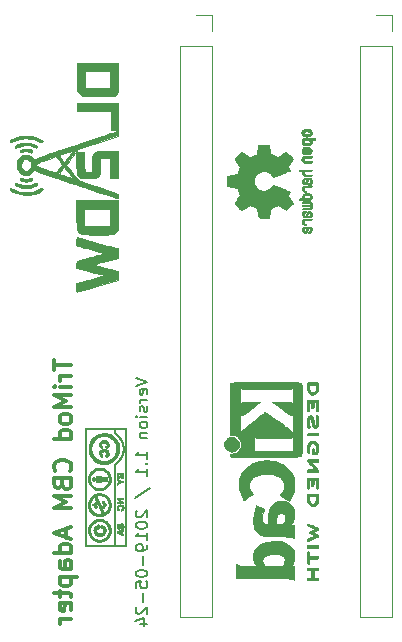
<source format=gbo>
G04 #@! TF.GenerationSoftware,KiCad,Pcbnew,(5.1.2-1)-1*
G04 #@! TF.CreationDate,2019-05-24T16:53:51+02:00*
G04 #@! TF.ProjectId,TriMod CBM Adapter (SMD-Version),5472694d-6f64-4204-9342-4d2041646170,1.1*
G04 #@! TF.SameCoordinates,Original*
G04 #@! TF.FileFunction,Legend,Bot*
G04 #@! TF.FilePolarity,Positive*
%FSLAX46Y46*%
G04 Gerber Fmt 4.6, Leading zero omitted, Abs format (unit mm)*
G04 Created by KiCad (PCBNEW (5.1.2-1)-1) date 2019-05-24 16:53:51*
%MOMM*%
%LPD*%
G04 APERTURE LIST*
%ADD10C,0.300000*%
%ADD11C,0.150000*%
%ADD12C,0.120000*%
%ADD13C,0.010000*%
%ADD14C,0.002540*%
G04 APERTURE END LIST*
D10*
X121289071Y-104010428D02*
X121289071Y-104867571D01*
X122789071Y-104439000D02*
X121289071Y-104439000D01*
X122789071Y-105367571D02*
X121789071Y-105367571D01*
X122074785Y-105367571D02*
X121931928Y-105439000D01*
X121860500Y-105510428D01*
X121789071Y-105653285D01*
X121789071Y-105796142D01*
X122789071Y-106296142D02*
X121789071Y-106296142D01*
X121289071Y-106296142D02*
X121360500Y-106224714D01*
X121431928Y-106296142D01*
X121360500Y-106367571D01*
X121289071Y-106296142D01*
X121431928Y-106296142D01*
X122789071Y-107010428D02*
X121289071Y-107010428D01*
X122360500Y-107510428D01*
X121289071Y-108010428D01*
X122789071Y-108010428D01*
X122789071Y-108939000D02*
X122717642Y-108796142D01*
X122646214Y-108724714D01*
X122503357Y-108653285D01*
X122074785Y-108653285D01*
X121931928Y-108724714D01*
X121860500Y-108796142D01*
X121789071Y-108939000D01*
X121789071Y-109153285D01*
X121860500Y-109296142D01*
X121931928Y-109367571D01*
X122074785Y-109439000D01*
X122503357Y-109439000D01*
X122646214Y-109367571D01*
X122717642Y-109296142D01*
X122789071Y-109153285D01*
X122789071Y-108939000D01*
X122789071Y-110724714D02*
X121289071Y-110724714D01*
X122717642Y-110724714D02*
X122789071Y-110581857D01*
X122789071Y-110296142D01*
X122717642Y-110153285D01*
X122646214Y-110081857D01*
X122503357Y-110010428D01*
X122074785Y-110010428D01*
X121931928Y-110081857D01*
X121860500Y-110153285D01*
X121789071Y-110296142D01*
X121789071Y-110581857D01*
X121860500Y-110724714D01*
X122646214Y-113439000D02*
X122717642Y-113367571D01*
X122789071Y-113153285D01*
X122789071Y-113010428D01*
X122717642Y-112796142D01*
X122574785Y-112653285D01*
X122431928Y-112581857D01*
X122146214Y-112510428D01*
X121931928Y-112510428D01*
X121646214Y-112581857D01*
X121503357Y-112653285D01*
X121360500Y-112796142D01*
X121289071Y-113010428D01*
X121289071Y-113153285D01*
X121360500Y-113367571D01*
X121431928Y-113439000D01*
X122003357Y-114581857D02*
X122074785Y-114796142D01*
X122146214Y-114867571D01*
X122289071Y-114939000D01*
X122503357Y-114939000D01*
X122646214Y-114867571D01*
X122717642Y-114796142D01*
X122789071Y-114653285D01*
X122789071Y-114081857D01*
X121289071Y-114081857D01*
X121289071Y-114581857D01*
X121360500Y-114724714D01*
X121431928Y-114796142D01*
X121574785Y-114867571D01*
X121717642Y-114867571D01*
X121860500Y-114796142D01*
X121931928Y-114724714D01*
X122003357Y-114581857D01*
X122003357Y-114081857D01*
X122789071Y-115581857D02*
X121289071Y-115581857D01*
X122360500Y-116081857D01*
X121289071Y-116581857D01*
X122789071Y-116581857D01*
X122360500Y-118367571D02*
X122360500Y-119081857D01*
X122789071Y-118224714D02*
X121289071Y-118724714D01*
X122789071Y-119224714D01*
X122789071Y-120367571D02*
X121289071Y-120367571D01*
X122717642Y-120367571D02*
X122789071Y-120224714D01*
X122789071Y-119939000D01*
X122717642Y-119796142D01*
X122646214Y-119724714D01*
X122503357Y-119653285D01*
X122074785Y-119653285D01*
X121931928Y-119724714D01*
X121860500Y-119796142D01*
X121789071Y-119939000D01*
X121789071Y-120224714D01*
X121860500Y-120367571D01*
X122789071Y-121724714D02*
X122003357Y-121724714D01*
X121860500Y-121653285D01*
X121789071Y-121510428D01*
X121789071Y-121224714D01*
X121860500Y-121081857D01*
X122717642Y-121724714D02*
X122789071Y-121581857D01*
X122789071Y-121224714D01*
X122717642Y-121081857D01*
X122574785Y-121010428D01*
X122431928Y-121010428D01*
X122289071Y-121081857D01*
X122217642Y-121224714D01*
X122217642Y-121581857D01*
X122146214Y-121724714D01*
X121789071Y-122439000D02*
X123289071Y-122439000D01*
X121860500Y-122439000D02*
X121789071Y-122581857D01*
X121789071Y-122867571D01*
X121860500Y-123010428D01*
X121931928Y-123081857D01*
X122074785Y-123153285D01*
X122503357Y-123153285D01*
X122646214Y-123081857D01*
X122717642Y-123010428D01*
X122789071Y-122867571D01*
X122789071Y-122581857D01*
X122717642Y-122439000D01*
X121789071Y-123581857D02*
X121789071Y-124153285D01*
X121289071Y-123796142D02*
X122574785Y-123796142D01*
X122717642Y-123867571D01*
X122789071Y-124010428D01*
X122789071Y-124153285D01*
X122717642Y-125224714D02*
X122789071Y-125081857D01*
X122789071Y-124796142D01*
X122717642Y-124653285D01*
X122574785Y-124581857D01*
X122003357Y-124581857D01*
X121860500Y-124653285D01*
X121789071Y-124796142D01*
X121789071Y-125081857D01*
X121860500Y-125224714D01*
X122003357Y-125296142D01*
X122146214Y-125296142D01*
X122289071Y-124581857D01*
X122789071Y-125939000D02*
X121789071Y-125939000D01*
X122074785Y-125939000D02*
X121931928Y-126010428D01*
X121860500Y-126081857D01*
X121789071Y-126224714D01*
X121789071Y-126367571D01*
D11*
X128230380Y-105554190D02*
X129230380Y-105887523D01*
X128230380Y-106220857D01*
X129182761Y-106935142D02*
X129230380Y-106839904D01*
X129230380Y-106649428D01*
X129182761Y-106554190D01*
X129087523Y-106506571D01*
X128706571Y-106506571D01*
X128611333Y-106554190D01*
X128563714Y-106649428D01*
X128563714Y-106839904D01*
X128611333Y-106935142D01*
X128706571Y-106982761D01*
X128801809Y-106982761D01*
X128897047Y-106506571D01*
X129230380Y-107411333D02*
X128563714Y-107411333D01*
X128754190Y-107411333D02*
X128658952Y-107458952D01*
X128611333Y-107506571D01*
X128563714Y-107601809D01*
X128563714Y-107697047D01*
X129182761Y-107982761D02*
X129230380Y-108078000D01*
X129230380Y-108268476D01*
X129182761Y-108363714D01*
X129087523Y-108411333D01*
X129039904Y-108411333D01*
X128944666Y-108363714D01*
X128897047Y-108268476D01*
X128897047Y-108125619D01*
X128849428Y-108030380D01*
X128754190Y-107982761D01*
X128706571Y-107982761D01*
X128611333Y-108030380D01*
X128563714Y-108125619D01*
X128563714Y-108268476D01*
X128611333Y-108363714D01*
X129230380Y-108839904D02*
X128563714Y-108839904D01*
X128230380Y-108839904D02*
X128278000Y-108792285D01*
X128325619Y-108839904D01*
X128278000Y-108887523D01*
X128230380Y-108839904D01*
X128325619Y-108839904D01*
X129230380Y-109458952D02*
X129182761Y-109363714D01*
X129135142Y-109316095D01*
X129039904Y-109268476D01*
X128754190Y-109268476D01*
X128658952Y-109316095D01*
X128611333Y-109363714D01*
X128563714Y-109458952D01*
X128563714Y-109601809D01*
X128611333Y-109697047D01*
X128658952Y-109744666D01*
X128754190Y-109792285D01*
X129039904Y-109792285D01*
X129135142Y-109744666D01*
X129182761Y-109697047D01*
X129230380Y-109601809D01*
X129230380Y-109458952D01*
X128563714Y-110220857D02*
X129230380Y-110220857D01*
X128658952Y-110220857D02*
X128611333Y-110268476D01*
X128563714Y-110363714D01*
X128563714Y-110506571D01*
X128611333Y-110601809D01*
X128706571Y-110649428D01*
X129230380Y-110649428D01*
X129230380Y-112411333D02*
X129230380Y-111839904D01*
X129230380Y-112125619D02*
X128230380Y-112125619D01*
X128373238Y-112030380D01*
X128468476Y-111935142D01*
X128516095Y-111839904D01*
X129135142Y-112839904D02*
X129182761Y-112887523D01*
X129230380Y-112839904D01*
X129182761Y-112792285D01*
X129135142Y-112839904D01*
X129230380Y-112839904D01*
X129230380Y-113839904D02*
X129230380Y-113268476D01*
X129230380Y-113554190D02*
X128230380Y-113554190D01*
X128373238Y-113458952D01*
X128468476Y-113363714D01*
X128516095Y-113268476D01*
X128182761Y-115744666D02*
X129468476Y-114887523D01*
X128325619Y-116792285D02*
X128278000Y-116839904D01*
X128230380Y-116935142D01*
X128230380Y-117173238D01*
X128278000Y-117268476D01*
X128325619Y-117316095D01*
X128420857Y-117363714D01*
X128516095Y-117363714D01*
X128658952Y-117316095D01*
X129230380Y-116744666D01*
X129230380Y-117363714D01*
X128230380Y-117982761D02*
X128230380Y-118077999D01*
X128278000Y-118173238D01*
X128325619Y-118220857D01*
X128420857Y-118268476D01*
X128611333Y-118316095D01*
X128849428Y-118316095D01*
X129039904Y-118268476D01*
X129135142Y-118220857D01*
X129182761Y-118173238D01*
X129230380Y-118077999D01*
X129230380Y-117982761D01*
X129182761Y-117887523D01*
X129135142Y-117839904D01*
X129039904Y-117792285D01*
X128849428Y-117744666D01*
X128611333Y-117744666D01*
X128420857Y-117792285D01*
X128325619Y-117839904D01*
X128278000Y-117887523D01*
X128230380Y-117982761D01*
X129230380Y-119268476D02*
X129230380Y-118697047D01*
X129230380Y-118982761D02*
X128230380Y-118982761D01*
X128373238Y-118887523D01*
X128468476Y-118792285D01*
X128516095Y-118697047D01*
X129230380Y-119744666D02*
X129230380Y-119935142D01*
X129182761Y-120030380D01*
X129135142Y-120077999D01*
X128992285Y-120173238D01*
X128801809Y-120220857D01*
X128420857Y-120220857D01*
X128325619Y-120173238D01*
X128278000Y-120125619D01*
X128230380Y-120030380D01*
X128230380Y-119839904D01*
X128278000Y-119744666D01*
X128325619Y-119697047D01*
X128420857Y-119649428D01*
X128658952Y-119649428D01*
X128754190Y-119697047D01*
X128801809Y-119744666D01*
X128849428Y-119839904D01*
X128849428Y-120030380D01*
X128801809Y-120125619D01*
X128754190Y-120173238D01*
X128658952Y-120220857D01*
X128849428Y-120649428D02*
X128849428Y-121411333D01*
X128230380Y-122077999D02*
X128230380Y-122173238D01*
X128278000Y-122268476D01*
X128325619Y-122316095D01*
X128420857Y-122363714D01*
X128611333Y-122411333D01*
X128849428Y-122411333D01*
X129039904Y-122363714D01*
X129135142Y-122316095D01*
X129182761Y-122268476D01*
X129230380Y-122173238D01*
X129230380Y-122077999D01*
X129182761Y-121982761D01*
X129135142Y-121935142D01*
X129039904Y-121887523D01*
X128849428Y-121839904D01*
X128611333Y-121839904D01*
X128420857Y-121887523D01*
X128325619Y-121935142D01*
X128278000Y-121982761D01*
X128230380Y-122077999D01*
X128230380Y-123316095D02*
X128230380Y-122839904D01*
X128706571Y-122792285D01*
X128658952Y-122839904D01*
X128611333Y-122935142D01*
X128611333Y-123173238D01*
X128658952Y-123268476D01*
X128706571Y-123316095D01*
X128801809Y-123363714D01*
X129039904Y-123363714D01*
X129135142Y-123316095D01*
X129182761Y-123268476D01*
X129230380Y-123173238D01*
X129230380Y-122935142D01*
X129182761Y-122839904D01*
X129135142Y-122792285D01*
X128849428Y-123792285D02*
X128849428Y-124554190D01*
X128325619Y-124982761D02*
X128278000Y-125030380D01*
X128230380Y-125125619D01*
X128230380Y-125363714D01*
X128278000Y-125458952D01*
X128325619Y-125506571D01*
X128420857Y-125554190D01*
X128516095Y-125554190D01*
X128658952Y-125506571D01*
X129230380Y-124935142D01*
X129230380Y-125554190D01*
X128563714Y-126411333D02*
X129230380Y-126411333D01*
X128182761Y-126173238D02*
X128897047Y-125935142D01*
X128897047Y-126554190D01*
D12*
X134680000Y-74870000D02*
X133350000Y-74870000D01*
X134680000Y-76200000D02*
X134680000Y-74870000D01*
X134680000Y-77470000D02*
X132020000Y-77470000D01*
X132020000Y-77470000D02*
X132020000Y-125790000D01*
X134680000Y-77470000D02*
X134680000Y-125790000D01*
X134680000Y-125790000D02*
X132020000Y-125790000D01*
X149920000Y-125790000D02*
X147260000Y-125790000D01*
X149920000Y-77470000D02*
X149920000Y-125790000D01*
X147260000Y-77470000D02*
X147260000Y-125790000D01*
X149920000Y-77470000D02*
X147260000Y-77470000D01*
X149920000Y-76200000D02*
X149920000Y-74870000D01*
X149920000Y-74870000D02*
X148590000Y-74870000D01*
D13*
G36*
X118417962Y-88762375D02*
G01*
X118475560Y-88832991D01*
X118582379Y-88888372D01*
X118732101Y-88925331D01*
X118918410Y-88940683D01*
X118933639Y-88940874D01*
X119093982Y-88930983D01*
X119236981Y-88901731D01*
X119354596Y-88857703D01*
X119438786Y-88803484D01*
X119481513Y-88743661D01*
X119474735Y-88682818D01*
X119445226Y-88649095D01*
X119398420Y-88623893D01*
X119339845Y-88631254D01*
X119295485Y-88647937D01*
X119101112Y-88713921D01*
X118937277Y-88735936D01*
X118791361Y-88715200D01*
X118748778Y-88700663D01*
X118608096Y-88650150D01*
X118513350Y-88627386D01*
X118454802Y-88631758D01*
X118422712Y-88662654D01*
X118415900Y-88679711D01*
X118417962Y-88762375D01*
X118417962Y-88762375D01*
G37*
X118417962Y-88762375D02*
X118475560Y-88832991D01*
X118582379Y-88888372D01*
X118732101Y-88925331D01*
X118918410Y-88940683D01*
X118933639Y-88940874D01*
X119093982Y-88930983D01*
X119236981Y-88901731D01*
X119354596Y-88857703D01*
X119438786Y-88803484D01*
X119481513Y-88743661D01*
X119474735Y-88682818D01*
X119445226Y-88649095D01*
X119398420Y-88623893D01*
X119339845Y-88631254D01*
X119295485Y-88647937D01*
X119101112Y-88713921D01*
X118937277Y-88735936D01*
X118791361Y-88715200D01*
X118748778Y-88700663D01*
X118608096Y-88650150D01*
X118513350Y-88627386D01*
X118454802Y-88631758D01*
X118422712Y-88662654D01*
X118415900Y-88679711D01*
X118417962Y-88762375D01*
G36*
X118436767Y-86453410D02*
G01*
X118501287Y-86480412D01*
X118602374Y-86459236D01*
X118663671Y-86432662D01*
X118771228Y-86389069D01*
X118872184Y-86372876D01*
X118993685Y-86377720D01*
X119113417Y-86397059D01*
X119223040Y-86428744D01*
X119272914Y-86451478D01*
X119364878Y-86483834D01*
X119436653Y-86472287D01*
X119478227Y-86428861D01*
X119479588Y-86365579D01*
X119430725Y-86294467D01*
X119414860Y-86281001D01*
X119311523Y-86226183D01*
X119168744Y-86184539D01*
X119008967Y-86160626D01*
X118854639Y-86158999D01*
X118827015Y-86161677D01*
X118688304Y-86188827D01*
X118564641Y-86232270D01*
X118468842Y-86285434D01*
X118413726Y-86341747D01*
X118405884Y-86377603D01*
X118436767Y-86453410D01*
X118436767Y-86453410D01*
G37*
X118436767Y-86453410D02*
X118501287Y-86480412D01*
X118602374Y-86459236D01*
X118663671Y-86432662D01*
X118771228Y-86389069D01*
X118872184Y-86372876D01*
X118993685Y-86377720D01*
X119113417Y-86397059D01*
X119223040Y-86428744D01*
X119272914Y-86451478D01*
X119364878Y-86483834D01*
X119436653Y-86472287D01*
X119478227Y-86428861D01*
X119479588Y-86365579D01*
X119430725Y-86294467D01*
X119414860Y-86281001D01*
X119311523Y-86226183D01*
X119168744Y-86184539D01*
X119008967Y-86160626D01*
X118854639Y-86158999D01*
X118827015Y-86161677D01*
X118688304Y-86188827D01*
X118564641Y-86232270D01*
X118468842Y-86285434D01*
X118413726Y-86341747D01*
X118405884Y-86377603D01*
X118436767Y-86453410D01*
G36*
X118036423Y-89222943D02*
G01*
X118129405Y-89289256D01*
X118258312Y-89350634D01*
X118414340Y-89404012D01*
X118588684Y-89446325D01*
X118772539Y-89474507D01*
X118957101Y-89485494D01*
X119115239Y-89478283D01*
X119305031Y-89448555D01*
X119484583Y-89402448D01*
X119643810Y-89344397D01*
X119772631Y-89278838D01*
X119860963Y-89210206D01*
X119898725Y-89142936D01*
X119899404Y-89133337D01*
X119876322Y-89065762D01*
X119841690Y-89042105D01*
X119783892Y-89045708D01*
X119688574Y-89074224D01*
X119576145Y-89121043D01*
X119291105Y-89222555D01*
X119000445Y-89265402D01*
X118712003Y-89249598D01*
X118433616Y-89175158D01*
X118305886Y-89118616D01*
X118180791Y-89059367D01*
X118096914Y-89031932D01*
X118042404Y-89035140D01*
X118005409Y-89067822D01*
X117993454Y-89087771D01*
X117988171Y-89154759D01*
X118036423Y-89222943D01*
X118036423Y-89222943D01*
G37*
X118036423Y-89222943D02*
X118129405Y-89289256D01*
X118258312Y-89350634D01*
X118414340Y-89404012D01*
X118588684Y-89446325D01*
X118772539Y-89474507D01*
X118957101Y-89485494D01*
X119115239Y-89478283D01*
X119305031Y-89448555D01*
X119484583Y-89402448D01*
X119643810Y-89344397D01*
X119772631Y-89278838D01*
X119860963Y-89210206D01*
X119898725Y-89142936D01*
X119899404Y-89133337D01*
X119876322Y-89065762D01*
X119841690Y-89042105D01*
X119783892Y-89045708D01*
X119688574Y-89074224D01*
X119576145Y-89121043D01*
X119291105Y-89222555D01*
X119000445Y-89265402D01*
X118712003Y-89249598D01*
X118433616Y-89175158D01*
X118305886Y-89118616D01*
X118180791Y-89059367D01*
X118096914Y-89031932D01*
X118042404Y-89035140D01*
X118005409Y-89067822D01*
X117993454Y-89087771D01*
X117988171Y-89154759D01*
X118036423Y-89222943D01*
G36*
X118011538Y-86039159D02*
G01*
X118045398Y-86069872D01*
X118078648Y-86082657D01*
X118125629Y-86075322D01*
X118200683Y-86045675D01*
X118315729Y-85992658D01*
X118605784Y-85889086D01*
X118898632Y-85847749D01*
X119191765Y-85868647D01*
X119482675Y-85951783D01*
X119576145Y-85992119D01*
X119721091Y-86050823D01*
X119821228Y-86069284D01*
X119879631Y-86047404D01*
X119899375Y-85985084D01*
X119899404Y-85981704D01*
X119881577Y-85926558D01*
X119821133Y-85872183D01*
X119751003Y-85830567D01*
X119536022Y-85734113D01*
X119311015Y-85675495D01*
X119056247Y-85650174D01*
X118958645Y-85648342D01*
X118718590Y-85656568D01*
X118516972Y-85685188D01*
X118331857Y-85738464D01*
X118188733Y-85798061D01*
X118059437Y-85870099D01*
X117991984Y-85937915D01*
X117985921Y-86002128D01*
X118011538Y-86039159D01*
X118011538Y-86039159D01*
G37*
X118011538Y-86039159D02*
X118045398Y-86069872D01*
X118078648Y-86082657D01*
X118125629Y-86075322D01*
X118200683Y-86045675D01*
X118315729Y-85992658D01*
X118605784Y-85889086D01*
X118898632Y-85847749D01*
X119191765Y-85868647D01*
X119482675Y-85951783D01*
X119576145Y-85992119D01*
X119721091Y-86050823D01*
X119821228Y-86069284D01*
X119879631Y-86047404D01*
X119899375Y-85985084D01*
X119899404Y-85981704D01*
X119881577Y-85926558D01*
X119821133Y-85872183D01*
X119751003Y-85830567D01*
X119536022Y-85734113D01*
X119311015Y-85675495D01*
X119056247Y-85650174D01*
X118958645Y-85648342D01*
X118718590Y-85656568D01*
X118516972Y-85685188D01*
X118331857Y-85738464D01*
X118188733Y-85798061D01*
X118059437Y-85870099D01*
X117991984Y-85937915D01*
X117985921Y-86002128D01*
X118011538Y-86039159D01*
G36*
X117567092Y-89627294D02*
G01*
X117612715Y-89686997D01*
X117705943Y-89752023D01*
X117804300Y-89804991D01*
X118134641Y-89939201D01*
X118489043Y-90024673D01*
X118856189Y-90061495D01*
X119224760Y-90049754D01*
X119583435Y-89989538D01*
X119920897Y-89880936D01*
X120118747Y-89787039D01*
X120214387Y-89730155D01*
X120292376Y-89675328D01*
X120321970Y-89648938D01*
X120354333Y-89602504D01*
X120339503Y-89564371D01*
X120320425Y-89544181D01*
X120267394Y-89505608D01*
X120206651Y-89499051D01*
X120123882Y-89526419D01*
X120012381Y-89585255D01*
X119743261Y-89707483D01*
X119435795Y-89791062D01*
X119103028Y-89832891D01*
X118952825Y-89837270D01*
X118677383Y-89826992D01*
X118438706Y-89792797D01*
X118213993Y-89729639D01*
X117980444Y-89632473D01*
X117940403Y-89613273D01*
X117786786Y-89543877D01*
X117678292Y-89508851D01*
X117608406Y-89507375D01*
X117570615Y-89538633D01*
X117561820Y-89565759D01*
X117567092Y-89627294D01*
X117567092Y-89627294D01*
G37*
X117567092Y-89627294D02*
X117612715Y-89686997D01*
X117705943Y-89752023D01*
X117804300Y-89804991D01*
X118134641Y-89939201D01*
X118489043Y-90024673D01*
X118856189Y-90061495D01*
X119224760Y-90049754D01*
X119583435Y-89989538D01*
X119920897Y-89880936D01*
X120118747Y-89787039D01*
X120214387Y-89730155D01*
X120292376Y-89675328D01*
X120321970Y-89648938D01*
X120354333Y-89602504D01*
X120339503Y-89564371D01*
X120320425Y-89544181D01*
X120267394Y-89505608D01*
X120206651Y-89499051D01*
X120123882Y-89526419D01*
X120012381Y-89585255D01*
X119743261Y-89707483D01*
X119435795Y-89791062D01*
X119103028Y-89832891D01*
X118952825Y-89837270D01*
X118677383Y-89826992D01*
X118438706Y-89792797D01*
X118213993Y-89729639D01*
X117980444Y-89632473D01*
X117940403Y-89613273D01*
X117786786Y-89543877D01*
X117678292Y-89508851D01*
X117608406Y-89507375D01*
X117570615Y-89538633D01*
X117561820Y-89565759D01*
X117567092Y-89627294D01*
G36*
X117588961Y-85587783D02*
G01*
X117642715Y-85611313D01*
X117736755Y-85596291D01*
X117874723Y-85542584D01*
X117938203Y-85512603D01*
X118156192Y-85416240D01*
X118360339Y-85350932D01*
X118572028Y-85312021D01*
X118812639Y-85294850D01*
X118946513Y-85292962D01*
X119292866Y-85311748D01*
X119597778Y-85369679D01*
X119870046Y-85468742D01*
X119984847Y-85527599D01*
X120133685Y-85596979D01*
X120245999Y-85616831D01*
X120323122Y-85587336D01*
X120334559Y-85575390D01*
X120350872Y-85534006D01*
X120322391Y-85485617D01*
X120299331Y-85462131D01*
X120201457Y-85390402D01*
X120056998Y-85313576D01*
X119880731Y-85238341D01*
X119687434Y-85171387D01*
X119602602Y-85146765D01*
X119457665Y-85112814D01*
X119309806Y-85091398D01*
X119138094Y-85080242D01*
X118962135Y-85077144D01*
X118666821Y-85085453D01*
X118413368Y-85115461D01*
X118183769Y-85170960D01*
X117960021Y-85255740D01*
X117837411Y-85313962D01*
X117711164Y-85379787D01*
X117631842Y-85428445D01*
X117589241Y-85468077D01*
X117573157Y-85506824D01*
X117571852Y-85525831D01*
X117588961Y-85587783D01*
X117588961Y-85587783D01*
G37*
X117588961Y-85587783D02*
X117642715Y-85611313D01*
X117736755Y-85596291D01*
X117874723Y-85542584D01*
X117938203Y-85512603D01*
X118156192Y-85416240D01*
X118360339Y-85350932D01*
X118572028Y-85312021D01*
X118812639Y-85294850D01*
X118946513Y-85292962D01*
X119292866Y-85311748D01*
X119597778Y-85369679D01*
X119870046Y-85468742D01*
X119984847Y-85527599D01*
X120133685Y-85596979D01*
X120245999Y-85616831D01*
X120323122Y-85587336D01*
X120334559Y-85575390D01*
X120350872Y-85534006D01*
X120322391Y-85485617D01*
X120299331Y-85462131D01*
X120201457Y-85390402D01*
X120056998Y-85313576D01*
X119880731Y-85238341D01*
X119687434Y-85171387D01*
X119602602Y-85146765D01*
X119457665Y-85112814D01*
X119309806Y-85091398D01*
X119138094Y-85080242D01*
X118962135Y-85077144D01*
X118666821Y-85085453D01*
X118413368Y-85115461D01*
X118183769Y-85170960D01*
X117960021Y-85255740D01*
X117837411Y-85313962D01*
X117711164Y-85379787D01*
X117631842Y-85428445D01*
X117589241Y-85468077D01*
X117573157Y-85506824D01*
X117571852Y-85525831D01*
X117588961Y-85587783D01*
G36*
X123967641Y-96459456D02*
G01*
X124208811Y-96521677D01*
X124459914Y-96586414D01*
X124705020Y-96649565D01*
X124928202Y-96707025D01*
X125113532Y-96754692D01*
X125176494Y-96770867D01*
X125626646Y-96886454D01*
X124817207Y-97113811D01*
X124575591Y-97181698D01*
X124329526Y-97250872D01*
X124092792Y-97317457D01*
X123879172Y-97377576D01*
X123702445Y-97427352D01*
X123609429Y-97453581D01*
X123211089Y-97565993D01*
X123211089Y-97919344D01*
X123213025Y-98059726D01*
X123218282Y-98173984D01*
X123226035Y-98249606D01*
X123234521Y-98274297D01*
X123267977Y-98266054D01*
X123356029Y-98241756D01*
X123493315Y-98202944D01*
X123674476Y-98151160D01*
X123894150Y-98087946D01*
X124146978Y-98014844D01*
X124427599Y-97933395D01*
X124730653Y-97845142D01*
X124999557Y-97766609D01*
X126741162Y-97257319D01*
X126741316Y-96891690D01*
X126741470Y-96526062D01*
X126639933Y-96499052D01*
X126584997Y-96484550D01*
X126477928Y-96456384D01*
X126327034Y-96416736D01*
X126140626Y-96367788D01*
X125927011Y-96311723D01*
X125694498Y-96250722D01*
X125593428Y-96224213D01*
X125361256Y-96162809D01*
X125149769Y-96105888D01*
X124966212Y-96055477D01*
X124817834Y-96013607D01*
X124711880Y-95982305D01*
X124655598Y-95963600D01*
X124648348Y-95959631D01*
X124677341Y-95947783D01*
X124759787Y-95921675D01*
X124888804Y-95883294D01*
X125057511Y-95834632D01*
X125259026Y-95777676D01*
X125486467Y-95714417D01*
X125687042Y-95659358D01*
X126725849Y-95375838D01*
X126734621Y-94996591D01*
X126737314Y-94850768D01*
X126738239Y-94730613D01*
X126737397Y-94648201D01*
X126734787Y-94615608D01*
X126734621Y-94615504D01*
X126703809Y-94606911D01*
X126618181Y-94582817D01*
X126483048Y-94544720D01*
X126303723Y-94494121D01*
X126085516Y-94432519D01*
X125833739Y-94361413D01*
X125553703Y-94282302D01*
X125250720Y-94196687D01*
X124976280Y-94119120D01*
X123226710Y-93624575D01*
X123217872Y-93984549D01*
X123215672Y-94128044D01*
X123216340Y-94247250D01*
X123219635Y-94329124D01*
X123224818Y-94360306D01*
X123257573Y-94371540D01*
X123344098Y-94396740D01*
X123477710Y-94434078D01*
X123651723Y-94481726D01*
X123859453Y-94537856D01*
X124094214Y-94600640D01*
X124349324Y-94668249D01*
X124389622Y-94678875D01*
X124648330Y-94747124D01*
X124888696Y-94810678D01*
X125103862Y-94867714D01*
X125286971Y-94916408D01*
X125431168Y-94954935D01*
X125529595Y-94981472D01*
X125575396Y-94994196D01*
X125577203Y-94994766D01*
X125556737Y-95005562D01*
X125482093Y-95030846D01*
X125359413Y-95068805D01*
X125194842Y-95117628D01*
X124994521Y-95175500D01*
X124764593Y-95240610D01*
X124511202Y-95311143D01*
X124421237Y-95335917D01*
X123226710Y-95663961D01*
X123217826Y-95963797D01*
X123208942Y-96263632D01*
X123967641Y-96459456D01*
X123967641Y-96459456D01*
G37*
X123967641Y-96459456D02*
X124208811Y-96521677D01*
X124459914Y-96586414D01*
X124705020Y-96649565D01*
X124928202Y-96707025D01*
X125113532Y-96754692D01*
X125176494Y-96770867D01*
X125626646Y-96886454D01*
X124817207Y-97113811D01*
X124575591Y-97181698D01*
X124329526Y-97250872D01*
X124092792Y-97317457D01*
X123879172Y-97377576D01*
X123702445Y-97427352D01*
X123609429Y-97453581D01*
X123211089Y-97565993D01*
X123211089Y-97919344D01*
X123213025Y-98059726D01*
X123218282Y-98173984D01*
X123226035Y-98249606D01*
X123234521Y-98274297D01*
X123267977Y-98266054D01*
X123356029Y-98241756D01*
X123493315Y-98202944D01*
X123674476Y-98151160D01*
X123894150Y-98087946D01*
X124146978Y-98014844D01*
X124427599Y-97933395D01*
X124730653Y-97845142D01*
X124999557Y-97766609D01*
X126741162Y-97257319D01*
X126741316Y-96891690D01*
X126741470Y-96526062D01*
X126639933Y-96499052D01*
X126584997Y-96484550D01*
X126477928Y-96456384D01*
X126327034Y-96416736D01*
X126140626Y-96367788D01*
X125927011Y-96311723D01*
X125694498Y-96250722D01*
X125593428Y-96224213D01*
X125361256Y-96162809D01*
X125149769Y-96105888D01*
X124966212Y-96055477D01*
X124817834Y-96013607D01*
X124711880Y-95982305D01*
X124655598Y-95963600D01*
X124648348Y-95959631D01*
X124677341Y-95947783D01*
X124759787Y-95921675D01*
X124888804Y-95883294D01*
X125057511Y-95834632D01*
X125259026Y-95777676D01*
X125486467Y-95714417D01*
X125687042Y-95659358D01*
X126725849Y-95375838D01*
X126734621Y-94996591D01*
X126737314Y-94850768D01*
X126738239Y-94730613D01*
X126737397Y-94648201D01*
X126734787Y-94615608D01*
X126734621Y-94615504D01*
X126703809Y-94606911D01*
X126618181Y-94582817D01*
X126483048Y-94544720D01*
X126303723Y-94494121D01*
X126085516Y-94432519D01*
X125833739Y-94361413D01*
X125553703Y-94282302D01*
X125250720Y-94196687D01*
X124976280Y-94119120D01*
X123226710Y-93624575D01*
X123217872Y-93984549D01*
X123215672Y-94128044D01*
X123216340Y-94247250D01*
X123219635Y-94329124D01*
X123224818Y-94360306D01*
X123257573Y-94371540D01*
X123344098Y-94396740D01*
X123477710Y-94434078D01*
X123651723Y-94481726D01*
X123859453Y-94537856D01*
X124094214Y-94600640D01*
X124349324Y-94668249D01*
X124389622Y-94678875D01*
X124648330Y-94747124D01*
X124888696Y-94810678D01*
X125103862Y-94867714D01*
X125286971Y-94916408D01*
X125431168Y-94954935D01*
X125529595Y-94981472D01*
X125575396Y-94994196D01*
X125577203Y-94994766D01*
X125556737Y-95005562D01*
X125482093Y-95030846D01*
X125359413Y-95068805D01*
X125194842Y-95117628D01*
X124994521Y-95175500D01*
X124764593Y-95240610D01*
X124511202Y-95311143D01*
X124421237Y-95335917D01*
X123226710Y-95663961D01*
X123217826Y-95963797D01*
X123208942Y-96263632D01*
X123967641Y-96459456D01*
G36*
X123217524Y-91735240D02*
G01*
X123226710Y-92945880D01*
X123314354Y-93094980D01*
X123391489Y-93200016D01*
X123486778Y-93295762D01*
X123530714Y-93329298D01*
X123659431Y-93414515D01*
X124802111Y-93424359D01*
X125074226Y-93426092D01*
X125335871Y-93426610D01*
X125578186Y-93425980D01*
X125792314Y-93424268D01*
X125969396Y-93421543D01*
X126100574Y-93417872D01*
X126170526Y-93413955D01*
X126357107Y-93382919D01*
X126497812Y-93323333D01*
X126605508Y-93227948D01*
X126670185Y-93132410D01*
X126687783Y-93100071D01*
X126702168Y-93067048D01*
X126713668Y-93027037D01*
X126722609Y-92973738D01*
X126729319Y-92900847D01*
X126734122Y-92802063D01*
X126737347Y-92671084D01*
X126739319Y-92501608D01*
X126740365Y-92287333D01*
X126740811Y-92021956D01*
X126740956Y-91766483D01*
X126741470Y-90524601D01*
X123867178Y-90524601D01*
X123867178Y-91243174D01*
X126085382Y-91243174D01*
X126085382Y-92711563D01*
X123867178Y-92711563D01*
X123867178Y-91243174D01*
X123867178Y-90524601D01*
X123208339Y-90524601D01*
X123217524Y-91735240D01*
X123217524Y-91735240D01*
G37*
X123217524Y-91735240D02*
X123226710Y-92945880D01*
X123314354Y-93094980D01*
X123391489Y-93200016D01*
X123486778Y-93295762D01*
X123530714Y-93329298D01*
X123659431Y-93414515D01*
X124802111Y-93424359D01*
X125074226Y-93426092D01*
X125335871Y-93426610D01*
X125578186Y-93425980D01*
X125792314Y-93424268D01*
X125969396Y-93421543D01*
X126100574Y-93417872D01*
X126170526Y-93413955D01*
X126357107Y-93382919D01*
X126497812Y-93323333D01*
X126605508Y-93227948D01*
X126670185Y-93132410D01*
X126687783Y-93100071D01*
X126702168Y-93067048D01*
X126713668Y-93027037D01*
X126722609Y-92973738D01*
X126729319Y-92900847D01*
X126734122Y-92802063D01*
X126737347Y-92671084D01*
X126739319Y-92501608D01*
X126740365Y-92287333D01*
X126740811Y-92021956D01*
X126740956Y-91766483D01*
X126741470Y-90524601D01*
X123867178Y-90524601D01*
X123867178Y-91243174D01*
X126085382Y-91243174D01*
X126085382Y-92711563D01*
X123867178Y-92711563D01*
X123867178Y-91243174D01*
X123867178Y-90524601D01*
X123208339Y-90524601D01*
X123217524Y-91735240D01*
G36*
X123214024Y-87111378D02*
G01*
X123216208Y-87434173D01*
X123220203Y-87700487D01*
X123226541Y-87916313D01*
X123235759Y-88087642D01*
X123248391Y-88220466D01*
X123264972Y-88320776D01*
X123286037Y-88394564D01*
X123312119Y-88447821D01*
X123336058Y-88478715D01*
X123396204Y-88539135D01*
X123455006Y-88584686D01*
X123522266Y-88617480D01*
X123607786Y-88639629D01*
X123721366Y-88653244D01*
X123872810Y-88660438D01*
X124071918Y-88663321D01*
X124195222Y-88663813D01*
X124404185Y-88663847D01*
X124561174Y-88662198D01*
X124676696Y-88657869D01*
X124761256Y-88649862D01*
X124825361Y-88637179D01*
X124879518Y-88618822D01*
X124934234Y-88593793D01*
X124934639Y-88593594D01*
X125012580Y-88553664D01*
X125073179Y-88514232D01*
X125118746Y-88467164D01*
X125151594Y-88404327D01*
X125174032Y-88317587D01*
X125188373Y-88198810D01*
X125196927Y-88039863D01*
X125202006Y-87832611D01*
X125204898Y-87642497D01*
X125214821Y-86931735D01*
X126085382Y-86931735D01*
X126085382Y-88681304D01*
X126741470Y-88681304D01*
X126741470Y-86338131D01*
X126405615Y-86341047D01*
X126260742Y-86343174D01*
X126071706Y-86347219D01*
X125856787Y-86352724D01*
X125634261Y-86359230D01*
X125473667Y-86364479D01*
X125266901Y-86371802D01*
X125112692Y-86378523D01*
X125001151Y-86386173D01*
X124922387Y-86396284D01*
X124866510Y-86410387D01*
X124823630Y-86430013D01*
X124783856Y-86456693D01*
X124759590Y-86475029D01*
X124696990Y-86526526D01*
X124648558Y-86579440D01*
X124612490Y-86642309D01*
X124586985Y-86723671D01*
X124570239Y-86832064D01*
X124560448Y-86976026D01*
X124555811Y-87164095D01*
X124554524Y-87404810D01*
X124554508Y-87446229D01*
X124554508Y-88118943D01*
X123908280Y-88118943D01*
X123887729Y-87551573D01*
X123880810Y-87343433D01*
X123874884Y-87132514D01*
X123870377Y-86936625D01*
X123867716Y-86773574D01*
X123867178Y-86692409D01*
X123867178Y-86400615D01*
X123211089Y-86400615D01*
X123214024Y-87111378D01*
X123214024Y-87111378D01*
G37*
X123214024Y-87111378D02*
X123216208Y-87434173D01*
X123220203Y-87700487D01*
X123226541Y-87916313D01*
X123235759Y-88087642D01*
X123248391Y-88220466D01*
X123264972Y-88320776D01*
X123286037Y-88394564D01*
X123312119Y-88447821D01*
X123336058Y-88478715D01*
X123396204Y-88539135D01*
X123455006Y-88584686D01*
X123522266Y-88617480D01*
X123607786Y-88639629D01*
X123721366Y-88653244D01*
X123872810Y-88660438D01*
X124071918Y-88663321D01*
X124195222Y-88663813D01*
X124404185Y-88663847D01*
X124561174Y-88662198D01*
X124676696Y-88657869D01*
X124761256Y-88649862D01*
X124825361Y-88637179D01*
X124879518Y-88618822D01*
X124934234Y-88593793D01*
X124934639Y-88593594D01*
X125012580Y-88553664D01*
X125073179Y-88514232D01*
X125118746Y-88467164D01*
X125151594Y-88404327D01*
X125174032Y-88317587D01*
X125188373Y-88198810D01*
X125196927Y-88039863D01*
X125202006Y-87832611D01*
X125204898Y-87642497D01*
X125214821Y-86931735D01*
X126085382Y-86931735D01*
X126085382Y-88681304D01*
X126741470Y-88681304D01*
X126741470Y-86338131D01*
X126405615Y-86341047D01*
X126260742Y-86343174D01*
X126071706Y-86347219D01*
X125856787Y-86352724D01*
X125634261Y-86359230D01*
X125473667Y-86364479D01*
X125266901Y-86371802D01*
X125112692Y-86378523D01*
X125001151Y-86386173D01*
X124922387Y-86396284D01*
X124866510Y-86410387D01*
X124823630Y-86430013D01*
X124783856Y-86456693D01*
X124759590Y-86475029D01*
X124696990Y-86526526D01*
X124648558Y-86579440D01*
X124612490Y-86642309D01*
X124586985Y-86723671D01*
X124570239Y-86832064D01*
X124560448Y-86976026D01*
X124555811Y-87164095D01*
X124554524Y-87404810D01*
X124554508Y-87446229D01*
X124554508Y-88118943D01*
X123908280Y-88118943D01*
X123887729Y-87551573D01*
X123880810Y-87343433D01*
X123874884Y-87132514D01*
X123870377Y-86936625D01*
X123867716Y-86773574D01*
X123867178Y-86692409D01*
X123867178Y-86400615D01*
X123211089Y-86400615D01*
X123214024Y-87111378D01*
G36*
X118199235Y-87750946D02*
G01*
X118220818Y-87860192D01*
X118257418Y-87952739D01*
X118284534Y-88002362D01*
X118422131Y-88183163D01*
X118590317Y-88309603D01*
X118787299Y-88380749D01*
X119011283Y-88395670D01*
X119037832Y-88393811D01*
X119232653Y-88347274D01*
X119406026Y-88243324D01*
X119553463Y-88084686D01*
X119558437Y-88077696D01*
X119651278Y-87945982D01*
X119923742Y-88076701D01*
X119979376Y-88099237D01*
X120088262Y-88139445D01*
X120245795Y-88195771D01*
X120447372Y-88266661D01*
X120688390Y-88350561D01*
X120964243Y-88445915D01*
X121270330Y-88551170D01*
X121602046Y-88664772D01*
X121954787Y-88785164D01*
X122323950Y-88910795D01*
X122704931Y-89040108D01*
X123093126Y-89171550D01*
X123483933Y-89303565D01*
X123872746Y-89434601D01*
X124254963Y-89563102D01*
X124625979Y-89687514D01*
X124981192Y-89806282D01*
X125315997Y-89917852D01*
X125625791Y-90020670D01*
X125905969Y-90113182D01*
X126151930Y-90193832D01*
X126359067Y-90261067D01*
X126522779Y-90313332D01*
X126638461Y-90349072D01*
X126701510Y-90366734D01*
X126711034Y-90368389D01*
X126729318Y-90338582D01*
X126736731Y-90253238D01*
X126735087Y-90164163D01*
X126725849Y-89959936D01*
X125091854Y-89416858D01*
X124784706Y-89314333D01*
X124494574Y-89216638D01*
X124227036Y-89125708D01*
X123987668Y-89043479D01*
X123782047Y-88971888D01*
X123615751Y-88912869D01*
X123494356Y-88868358D01*
X123423439Y-88840292D01*
X123407515Y-88832216D01*
X123376152Y-88798082D01*
X123311265Y-88721201D01*
X123217976Y-88607923D01*
X123101410Y-88464599D01*
X122966690Y-88297580D01*
X122818940Y-88113216D01*
X122663285Y-87917857D01*
X122504848Y-87717855D01*
X122360379Y-87534377D01*
X122364909Y-87502906D01*
X122401784Y-87435076D01*
X122472700Y-87328422D01*
X122579351Y-87180475D01*
X122723433Y-86988769D01*
X122837148Y-86840581D01*
X123343604Y-86184609D01*
X126741470Y-85051991D01*
X126741470Y-84851518D01*
X126736661Y-84739543D01*
X126723490Y-84669378D01*
X126708487Y-84651046D01*
X126675005Y-84660716D01*
X126586092Y-84688881D01*
X126445596Y-84734274D01*
X126257364Y-84795628D01*
X126025243Y-84871678D01*
X125753080Y-84961156D01*
X125444722Y-85062795D01*
X125104017Y-85175328D01*
X124734811Y-85297490D01*
X124340951Y-85428012D01*
X123926285Y-85565629D01*
X123494660Y-85709074D01*
X123435855Y-85728632D01*
X122888942Y-85910956D01*
X122888942Y-86340175D01*
X122897488Y-86342675D01*
X122898666Y-86348510D01*
X122880493Y-86376825D01*
X122830006Y-86446369D01*
X122753250Y-86549049D01*
X122656272Y-86676771D01*
X122552699Y-86811625D01*
X122440746Y-86955414D01*
X122341089Y-87081087D01*
X122260253Y-87180602D01*
X122204763Y-87245916D01*
X122189760Y-87260848D01*
X122189760Y-87734389D01*
X122215327Y-87761893D01*
X122271629Y-87828730D01*
X122351376Y-87925789D01*
X122447277Y-88043956D01*
X122552040Y-88174122D01*
X122658374Y-88307173D01*
X122758987Y-88433998D01*
X122846588Y-88545486D01*
X122913886Y-88632524D01*
X122953588Y-88686001D01*
X122961151Y-88698365D01*
X122932974Y-88691612D01*
X122854216Y-88667735D01*
X122733532Y-88629491D01*
X122579580Y-88579634D01*
X122401016Y-88520918D01*
X122339613Y-88500550D01*
X121718075Y-88293939D01*
X121939834Y-88005460D01*
X122028975Y-87893844D01*
X122106042Y-87805409D01*
X122162592Y-87749311D01*
X122189760Y-87734389D01*
X122189760Y-87260848D01*
X122181672Y-87268899D01*
X122152008Y-87250433D01*
X122095398Y-87193291D01*
X122022604Y-87108624D01*
X122000741Y-87081446D01*
X121917130Y-86976141D01*
X121840229Y-86879527D01*
X121785044Y-86810454D01*
X121779980Y-86804147D01*
X121715090Y-86723422D01*
X122267825Y-86538587D01*
X122476240Y-86468947D01*
X122632814Y-86416912D01*
X122744960Y-86380251D01*
X122820089Y-86356730D01*
X122865612Y-86344116D01*
X122888942Y-86340175D01*
X122888942Y-85910956D01*
X122842797Y-85926340D01*
X122301338Y-86107763D01*
X121812335Y-86272605D01*
X121456534Y-86393438D01*
X121456534Y-86813052D01*
X121518650Y-86880204D01*
X121563046Y-86931773D01*
X121635129Y-87019375D01*
X121724127Y-87129798D01*
X121800401Y-87225854D01*
X122020034Y-87504353D01*
X121766827Y-87835080D01*
X121671560Y-87959331D01*
X121589513Y-88065999D01*
X121528394Y-88145088D01*
X121495914Y-88186600D01*
X121493476Y-88189580D01*
X121459129Y-88187249D01*
X121374969Y-88166955D01*
X121250170Y-88131345D01*
X121093908Y-88083063D01*
X120915358Y-88024756D01*
X120876217Y-88011596D01*
X120548307Y-87896780D01*
X120279030Y-87793584D01*
X120065843Y-87700916D01*
X119906201Y-87617684D01*
X119812942Y-87555299D01*
X119742102Y-87499867D01*
X119854005Y-87430706D01*
X119968625Y-87364134D01*
X120093663Y-87301031D01*
X120239244Y-87237205D01*
X120415490Y-87168462D01*
X120632525Y-87090610D01*
X120873233Y-87008575D01*
X121456534Y-86813052D01*
X121456534Y-86393438D01*
X121376646Y-86420569D01*
X120995125Y-86551361D01*
X120668631Y-86664685D01*
X120398019Y-86760244D01*
X120184146Y-86837742D01*
X120027868Y-86896885D01*
X119930043Y-86937377D01*
X119915025Y-86944450D01*
X119780840Y-87008134D01*
X119691796Y-87043964D01*
X119638641Y-87054837D01*
X119612122Y-87043654D01*
X119609783Y-87040099D01*
X119483205Y-86874867D01*
X119321180Y-86753342D01*
X119135150Y-86679108D01*
X118936556Y-86655749D01*
X118923152Y-86657836D01*
X118923152Y-87009712D01*
X119039587Y-87025246D01*
X119155757Y-87089123D01*
X119262387Y-87190984D01*
X119334958Y-87306643D01*
X119358009Y-87411419D01*
X119359638Y-87543909D01*
X119342225Y-87678648D01*
X119308148Y-87790170D01*
X119286224Y-87828441D01*
X119161736Y-87956887D01*
X119028918Y-88024686D01*
X118893153Y-88031795D01*
X118759828Y-87978167D01*
X118634328Y-87863760D01*
X118610948Y-87833993D01*
X118556911Y-87718677D01*
X118532657Y-87572934D01*
X118539613Y-87422018D01*
X118579207Y-87291184D01*
X118580160Y-87289302D01*
X118679027Y-87141765D01*
X118795217Y-87047500D01*
X118923152Y-87009712D01*
X118923152Y-86657836D01*
X118736842Y-86686851D01*
X118624554Y-86731479D01*
X118442555Y-86851189D01*
X118309802Y-87005603D01*
X118225077Y-87197145D01*
X118187161Y-87428239D01*
X118187112Y-87602170D01*
X118199235Y-87750946D01*
X118199235Y-87750946D01*
G37*
X118199235Y-87750946D02*
X118220818Y-87860192D01*
X118257418Y-87952739D01*
X118284534Y-88002362D01*
X118422131Y-88183163D01*
X118590317Y-88309603D01*
X118787299Y-88380749D01*
X119011283Y-88395670D01*
X119037832Y-88393811D01*
X119232653Y-88347274D01*
X119406026Y-88243324D01*
X119553463Y-88084686D01*
X119558437Y-88077696D01*
X119651278Y-87945982D01*
X119923742Y-88076701D01*
X119979376Y-88099237D01*
X120088262Y-88139445D01*
X120245795Y-88195771D01*
X120447372Y-88266661D01*
X120688390Y-88350561D01*
X120964243Y-88445915D01*
X121270330Y-88551170D01*
X121602046Y-88664772D01*
X121954787Y-88785164D01*
X122323950Y-88910795D01*
X122704931Y-89040108D01*
X123093126Y-89171550D01*
X123483933Y-89303565D01*
X123872746Y-89434601D01*
X124254963Y-89563102D01*
X124625979Y-89687514D01*
X124981192Y-89806282D01*
X125315997Y-89917852D01*
X125625791Y-90020670D01*
X125905969Y-90113182D01*
X126151930Y-90193832D01*
X126359067Y-90261067D01*
X126522779Y-90313332D01*
X126638461Y-90349072D01*
X126701510Y-90366734D01*
X126711034Y-90368389D01*
X126729318Y-90338582D01*
X126736731Y-90253238D01*
X126735087Y-90164163D01*
X126725849Y-89959936D01*
X125091854Y-89416858D01*
X124784706Y-89314333D01*
X124494574Y-89216638D01*
X124227036Y-89125708D01*
X123987668Y-89043479D01*
X123782047Y-88971888D01*
X123615751Y-88912869D01*
X123494356Y-88868358D01*
X123423439Y-88840292D01*
X123407515Y-88832216D01*
X123376152Y-88798082D01*
X123311265Y-88721201D01*
X123217976Y-88607923D01*
X123101410Y-88464599D01*
X122966690Y-88297580D01*
X122818940Y-88113216D01*
X122663285Y-87917857D01*
X122504848Y-87717855D01*
X122360379Y-87534377D01*
X122364909Y-87502906D01*
X122401784Y-87435076D01*
X122472700Y-87328422D01*
X122579351Y-87180475D01*
X122723433Y-86988769D01*
X122837148Y-86840581D01*
X123343604Y-86184609D01*
X126741470Y-85051991D01*
X126741470Y-84851518D01*
X126736661Y-84739543D01*
X126723490Y-84669378D01*
X126708487Y-84651046D01*
X126675005Y-84660716D01*
X126586092Y-84688881D01*
X126445596Y-84734274D01*
X126257364Y-84795628D01*
X126025243Y-84871678D01*
X125753080Y-84961156D01*
X125444722Y-85062795D01*
X125104017Y-85175328D01*
X124734811Y-85297490D01*
X124340951Y-85428012D01*
X123926285Y-85565629D01*
X123494660Y-85709074D01*
X123435855Y-85728632D01*
X122888942Y-85910956D01*
X122888942Y-86340175D01*
X122897488Y-86342675D01*
X122898666Y-86348510D01*
X122880493Y-86376825D01*
X122830006Y-86446369D01*
X122753250Y-86549049D01*
X122656272Y-86676771D01*
X122552699Y-86811625D01*
X122440746Y-86955414D01*
X122341089Y-87081087D01*
X122260253Y-87180602D01*
X122204763Y-87245916D01*
X122189760Y-87260848D01*
X122189760Y-87734389D01*
X122215327Y-87761893D01*
X122271629Y-87828730D01*
X122351376Y-87925789D01*
X122447277Y-88043956D01*
X122552040Y-88174122D01*
X122658374Y-88307173D01*
X122758987Y-88433998D01*
X122846588Y-88545486D01*
X122913886Y-88632524D01*
X122953588Y-88686001D01*
X122961151Y-88698365D01*
X122932974Y-88691612D01*
X122854216Y-88667735D01*
X122733532Y-88629491D01*
X122579580Y-88579634D01*
X122401016Y-88520918D01*
X122339613Y-88500550D01*
X121718075Y-88293939D01*
X121939834Y-88005460D01*
X122028975Y-87893844D01*
X122106042Y-87805409D01*
X122162592Y-87749311D01*
X122189760Y-87734389D01*
X122189760Y-87260848D01*
X122181672Y-87268899D01*
X122152008Y-87250433D01*
X122095398Y-87193291D01*
X122022604Y-87108624D01*
X122000741Y-87081446D01*
X121917130Y-86976141D01*
X121840229Y-86879527D01*
X121785044Y-86810454D01*
X121779980Y-86804147D01*
X121715090Y-86723422D01*
X122267825Y-86538587D01*
X122476240Y-86468947D01*
X122632814Y-86416912D01*
X122744960Y-86380251D01*
X122820089Y-86356730D01*
X122865612Y-86344116D01*
X122888942Y-86340175D01*
X122888942Y-85910956D01*
X122842797Y-85926340D01*
X122301338Y-86107763D01*
X121812335Y-86272605D01*
X121456534Y-86393438D01*
X121456534Y-86813052D01*
X121518650Y-86880204D01*
X121563046Y-86931773D01*
X121635129Y-87019375D01*
X121724127Y-87129798D01*
X121800401Y-87225854D01*
X122020034Y-87504353D01*
X121766827Y-87835080D01*
X121671560Y-87959331D01*
X121589513Y-88065999D01*
X121528394Y-88145088D01*
X121495914Y-88186600D01*
X121493476Y-88189580D01*
X121459129Y-88187249D01*
X121374969Y-88166955D01*
X121250170Y-88131345D01*
X121093908Y-88083063D01*
X120915358Y-88024756D01*
X120876217Y-88011596D01*
X120548307Y-87896780D01*
X120279030Y-87793584D01*
X120065843Y-87700916D01*
X119906201Y-87617684D01*
X119812942Y-87555299D01*
X119742102Y-87499867D01*
X119854005Y-87430706D01*
X119968625Y-87364134D01*
X120093663Y-87301031D01*
X120239244Y-87237205D01*
X120415490Y-87168462D01*
X120632525Y-87090610D01*
X120873233Y-87008575D01*
X121456534Y-86813052D01*
X121456534Y-86393438D01*
X121376646Y-86420569D01*
X120995125Y-86551361D01*
X120668631Y-86664685D01*
X120398019Y-86760244D01*
X120184146Y-86837742D01*
X120027868Y-86896885D01*
X119930043Y-86937377D01*
X119915025Y-86944450D01*
X119780840Y-87008134D01*
X119691796Y-87043964D01*
X119638641Y-87054837D01*
X119612122Y-87043654D01*
X119609783Y-87040099D01*
X119483205Y-86874867D01*
X119321180Y-86753342D01*
X119135150Y-86679108D01*
X118936556Y-86655749D01*
X118923152Y-86657836D01*
X118923152Y-87009712D01*
X119039587Y-87025246D01*
X119155757Y-87089123D01*
X119262387Y-87190984D01*
X119334958Y-87306643D01*
X119358009Y-87411419D01*
X119359638Y-87543909D01*
X119342225Y-87678648D01*
X119308148Y-87790170D01*
X119286224Y-87828441D01*
X119161736Y-87956887D01*
X119028918Y-88024686D01*
X118893153Y-88031795D01*
X118759828Y-87978167D01*
X118634328Y-87863760D01*
X118610948Y-87833993D01*
X118556911Y-87718677D01*
X118532657Y-87572934D01*
X118539613Y-87422018D01*
X118579207Y-87291184D01*
X118580160Y-87289302D01*
X118679027Y-87141765D01*
X118795217Y-87047500D01*
X118923152Y-87009712D01*
X118923152Y-86657836D01*
X118736842Y-86686851D01*
X118624554Y-86731479D01*
X118442555Y-86851189D01*
X118309802Y-87005603D01*
X118225077Y-87197145D01*
X118187161Y-87428239D01*
X118187112Y-87602170D01*
X118199235Y-87750946D01*
G36*
X123289195Y-82979582D02*
G01*
X124702909Y-82987711D01*
X126116624Y-82995840D01*
X126116624Y-84557319D01*
X126741470Y-84557319D01*
X126741470Y-82276630D01*
X123271527Y-82276630D01*
X123289195Y-82979582D01*
X123289195Y-82979582D01*
G37*
X123289195Y-82979582D02*
X124702909Y-82987711D01*
X126116624Y-82995840D01*
X126116624Y-84557319D01*
X126741470Y-84557319D01*
X126741470Y-82276630D01*
X123271527Y-82276630D01*
X123289195Y-82979582D01*
G36*
X123273928Y-80350568D02*
G01*
X123275155Y-80601182D01*
X123277498Y-80801990D01*
X123281202Y-80959327D01*
X123286512Y-81079532D01*
X123293672Y-81168940D01*
X123302927Y-81233889D01*
X123314520Y-81280716D01*
X123322094Y-81301311D01*
X123424249Y-81468651D01*
X123572878Y-81605196D01*
X123655047Y-81654645D01*
X123687313Y-81669562D01*
X123724632Y-81681763D01*
X123773228Y-81691515D01*
X123839321Y-81699085D01*
X123929134Y-81704740D01*
X124048888Y-81708746D01*
X124204806Y-81711370D01*
X124403108Y-81712879D01*
X124650018Y-81713540D01*
X124951756Y-81713619D01*
X125029709Y-81713582D01*
X125346113Y-81713224D01*
X125606286Y-81712352D01*
X125816481Y-81710703D01*
X125982950Y-81708016D01*
X126111948Y-81704027D01*
X126209726Y-81698475D01*
X126282537Y-81691097D01*
X126336636Y-81681631D01*
X126378274Y-81669813D01*
X126413426Y-81655510D01*
X126542631Y-81579852D01*
X126632250Y-81481689D01*
X126693415Y-81362653D01*
X126706147Y-81323689D01*
X126716489Y-81269691D01*
X126724673Y-81194452D01*
X126730931Y-81091763D01*
X126735494Y-80955419D01*
X126738594Y-80779212D01*
X126740463Y-80556934D01*
X126741332Y-80282378D01*
X126741470Y-80075051D01*
X126741470Y-78902461D01*
X123929662Y-78902461D01*
X123929662Y-79589791D01*
X126085382Y-79589791D01*
X126085382Y-81026938D01*
X123929662Y-81026938D01*
X123929662Y-79589791D01*
X123929662Y-78902461D01*
X123273574Y-78902461D01*
X123273574Y-80043808D01*
X123273928Y-80350568D01*
X123273928Y-80350568D01*
G37*
X123273928Y-80350568D02*
X123275155Y-80601182D01*
X123277498Y-80801990D01*
X123281202Y-80959327D01*
X123286512Y-81079532D01*
X123293672Y-81168940D01*
X123302927Y-81233889D01*
X123314520Y-81280716D01*
X123322094Y-81301311D01*
X123424249Y-81468651D01*
X123572878Y-81605196D01*
X123655047Y-81654645D01*
X123687313Y-81669562D01*
X123724632Y-81681763D01*
X123773228Y-81691515D01*
X123839321Y-81699085D01*
X123929134Y-81704740D01*
X124048888Y-81708746D01*
X124204806Y-81711370D01*
X124403108Y-81712879D01*
X124650018Y-81713540D01*
X124951756Y-81713619D01*
X125029709Y-81713582D01*
X125346113Y-81713224D01*
X125606286Y-81712352D01*
X125816481Y-81710703D01*
X125982950Y-81708016D01*
X126111948Y-81704027D01*
X126209726Y-81698475D01*
X126282537Y-81691097D01*
X126336636Y-81681631D01*
X126378274Y-81669813D01*
X126413426Y-81655510D01*
X126542631Y-81579852D01*
X126632250Y-81481689D01*
X126693415Y-81362653D01*
X126706147Y-81323689D01*
X126716489Y-81269691D01*
X126724673Y-81194452D01*
X126730931Y-81091763D01*
X126735494Y-80955419D01*
X126738594Y-80779212D01*
X126740463Y-80556934D01*
X126741332Y-80282378D01*
X126741470Y-80075051D01*
X126741470Y-78902461D01*
X123929662Y-78902461D01*
X123929662Y-79589791D01*
X126085382Y-79589791D01*
X126085382Y-81026938D01*
X123929662Y-81026938D01*
X123929662Y-79589791D01*
X123929662Y-78902461D01*
X123273574Y-78902461D01*
X123273574Y-80043808D01*
X123273928Y-80350568D01*
G36*
X142720945Y-106150246D02*
G01*
X142721480Y-106202811D01*
X142725196Y-106356835D01*
X142736235Y-106485829D01*
X142755782Y-106594191D01*
X142785019Y-106686316D01*
X142825133Y-106766601D01*
X142877305Y-106839442D01*
X142899969Y-106865459D01*
X142952998Y-106908617D01*
X143024957Y-106947533D01*
X143104720Y-106977527D01*
X143181161Y-106993919D01*
X143209408Y-106995622D01*
X143287710Y-106984949D01*
X143373241Y-106956347D01*
X143454199Y-106914943D01*
X143518782Y-106865859D01*
X143526574Y-106857887D01*
X143581344Y-106790354D01*
X143624099Y-106716402D01*
X143655959Y-106631766D01*
X143678044Y-106532183D01*
X143691474Y-106413388D01*
X143697370Y-106271120D01*
X143697870Y-106205954D01*
X143697471Y-106123099D01*
X143695802Y-106064831D01*
X143692158Y-106025684D01*
X143685829Y-106000191D01*
X143676110Y-105982886D01*
X143667810Y-105973610D01*
X143657728Y-105964848D01*
X143644721Y-105957975D01*
X143625305Y-105952762D01*
X143595996Y-105948981D01*
X143553309Y-105946403D01*
X143493761Y-105944800D01*
X143413866Y-105943943D01*
X143310141Y-105943603D01*
X143209408Y-105943551D01*
X143075055Y-105943220D01*
X142967728Y-105943292D01*
X142916331Y-105944570D01*
X142916331Y-106138935D01*
X143502485Y-106138935D01*
X143502371Y-106262929D01*
X143500232Y-106337539D01*
X143494719Y-106415682D01*
X143487008Y-106480880D01*
X143486691Y-106482864D01*
X143461214Y-106588237D01*
X143421536Y-106669968D01*
X143365074Y-106732138D01*
X143303942Y-106771640D01*
X143236129Y-106795980D01*
X143172455Y-106794093D01*
X143104201Y-106765845D01*
X143033592Y-106710592D01*
X142981271Y-106634027D01*
X142946299Y-106534505D01*
X142933922Y-106467993D01*
X142925230Y-106392493D01*
X142918940Y-106312475D01*
X142916324Y-106244416D01*
X142916312Y-106240385D01*
X142916331Y-106138935D01*
X142916331Y-105944570D01*
X142884417Y-105945364D01*
X142822115Y-105951039D01*
X142777811Y-105961913D01*
X142748496Y-105979586D01*
X142731161Y-106005657D01*
X142722797Y-106041725D01*
X142720395Y-106089388D01*
X142720945Y-106150246D01*
X142720945Y-106150246D01*
G37*
X142720945Y-106150246D02*
X142721480Y-106202811D01*
X142725196Y-106356835D01*
X142736235Y-106485829D01*
X142755782Y-106594191D01*
X142785019Y-106686316D01*
X142825133Y-106766601D01*
X142877305Y-106839442D01*
X142899969Y-106865459D01*
X142952998Y-106908617D01*
X143024957Y-106947533D01*
X143104720Y-106977527D01*
X143181161Y-106993919D01*
X143209408Y-106995622D01*
X143287710Y-106984949D01*
X143373241Y-106956347D01*
X143454199Y-106914943D01*
X143518782Y-106865859D01*
X143526574Y-106857887D01*
X143581344Y-106790354D01*
X143624099Y-106716402D01*
X143655959Y-106631766D01*
X143678044Y-106532183D01*
X143691474Y-106413388D01*
X143697370Y-106271120D01*
X143697870Y-106205954D01*
X143697471Y-106123099D01*
X143695802Y-106064831D01*
X143692158Y-106025684D01*
X143685829Y-106000191D01*
X143676110Y-105982886D01*
X143667810Y-105973610D01*
X143657728Y-105964848D01*
X143644721Y-105957975D01*
X143625305Y-105952762D01*
X143595996Y-105948981D01*
X143553309Y-105946403D01*
X143493761Y-105944800D01*
X143413866Y-105943943D01*
X143310141Y-105943603D01*
X143209408Y-105943551D01*
X143075055Y-105943220D01*
X142967728Y-105943292D01*
X142916331Y-105944570D01*
X142916331Y-106138935D01*
X143502485Y-106138935D01*
X143502371Y-106262929D01*
X143500232Y-106337539D01*
X143494719Y-106415682D01*
X143487008Y-106480880D01*
X143486691Y-106482864D01*
X143461214Y-106588237D01*
X143421536Y-106669968D01*
X143365074Y-106732138D01*
X143303942Y-106771640D01*
X143236129Y-106795980D01*
X143172455Y-106794093D01*
X143104201Y-106765845D01*
X143033592Y-106710592D01*
X142981271Y-106634027D01*
X142946299Y-106534505D01*
X142933922Y-106467993D01*
X142925230Y-106392493D01*
X142918940Y-106312475D01*
X142916324Y-106244416D01*
X142916312Y-106240385D01*
X142916331Y-106138935D01*
X142916331Y-105944570D01*
X142884417Y-105945364D01*
X142822115Y-105951039D01*
X142777811Y-105961913D01*
X142748496Y-105979586D01*
X142731161Y-106005657D01*
X142722797Y-106041725D01*
X142720395Y-106089388D01*
X142720945Y-106150246D01*
G36*
X142721052Y-108025570D02*
G01*
X142721548Y-108117978D01*
X142722701Y-108187727D01*
X142724780Y-108238517D01*
X142728051Y-108274049D01*
X142732783Y-108298022D01*
X142739243Y-108314136D01*
X142747699Y-108326091D01*
X142751591Y-108330421D01*
X142792940Y-108356749D01*
X142840452Y-108361489D01*
X142882631Y-108344170D01*
X142891156Y-108336161D01*
X142899421Y-108323208D01*
X142905797Y-108302352D01*
X142910595Y-108269724D01*
X142914124Y-108221458D01*
X142916694Y-108153686D01*
X142918617Y-108062540D01*
X142919787Y-107979209D01*
X142923846Y-107649408D01*
X143096686Y-107640394D01*
X143096686Y-107864258D01*
X143097525Y-107961446D01*
X143101032Y-108032597D01*
X143108695Y-108081709D01*
X143122003Y-108112783D01*
X143142441Y-108129816D01*
X143171499Y-108136808D01*
X143198467Y-108137870D01*
X143231557Y-108134570D01*
X143255940Y-108122117D01*
X143272889Y-108096680D01*
X143283679Y-108054429D01*
X143289584Y-107991534D01*
X143291877Y-107904165D01*
X143292071Y-107856479D01*
X143292071Y-107641894D01*
X143502485Y-107641894D01*
X143502485Y-107972545D01*
X143502636Y-108080930D01*
X143503314Y-108163303D01*
X143504856Y-108223711D01*
X143507599Y-108266201D01*
X143511881Y-108294819D01*
X143518039Y-108313612D01*
X143526409Y-108326626D01*
X143532544Y-108333255D01*
X143568349Y-108355993D01*
X143600177Y-108363314D01*
X143639054Y-108352861D01*
X143667810Y-108333255D01*
X143676863Y-108322795D01*
X143683893Y-108309292D01*
X143689154Y-108289114D01*
X143692901Y-108258629D01*
X143695390Y-108214205D01*
X143696875Y-108152209D01*
X143697611Y-108069009D01*
X143697854Y-107960973D01*
X143697870Y-107904911D01*
X143697763Y-107784856D01*
X143697275Y-107691226D01*
X143696149Y-107620391D01*
X143694131Y-107568719D01*
X143690966Y-107532577D01*
X143686399Y-107508332D01*
X143680176Y-107492353D01*
X143672040Y-107481007D01*
X143667810Y-107476568D01*
X143657696Y-107467783D01*
X143644648Y-107460896D01*
X143625170Y-107455679D01*
X143595764Y-107451901D01*
X143552934Y-107449330D01*
X143493184Y-107447736D01*
X143413017Y-107446889D01*
X143308937Y-107446558D01*
X143212028Y-107446509D01*
X143087923Y-107446554D01*
X142990366Y-107446866D01*
X142915846Y-107447712D01*
X142860851Y-107449358D01*
X142821870Y-107452071D01*
X142795393Y-107456117D01*
X142777906Y-107461763D01*
X142765900Y-107469274D01*
X142755863Y-107478918D01*
X142753626Y-107481294D01*
X142743719Y-107492825D01*
X142736048Y-107506222D01*
X142730326Y-107525204D01*
X142726268Y-107553485D01*
X142723588Y-107594782D01*
X142722002Y-107652812D01*
X142721224Y-107731291D01*
X142720968Y-107833934D01*
X142720946Y-107906804D01*
X142721052Y-108025570D01*
X142721052Y-108025570D01*
G37*
X142721052Y-108025570D02*
X142721548Y-108117978D01*
X142722701Y-108187727D01*
X142724780Y-108238517D01*
X142728051Y-108274049D01*
X142732783Y-108298022D01*
X142739243Y-108314136D01*
X142747699Y-108326091D01*
X142751591Y-108330421D01*
X142792940Y-108356749D01*
X142840452Y-108361489D01*
X142882631Y-108344170D01*
X142891156Y-108336161D01*
X142899421Y-108323208D01*
X142905797Y-108302352D01*
X142910595Y-108269724D01*
X142914124Y-108221458D01*
X142916694Y-108153686D01*
X142918617Y-108062540D01*
X142919787Y-107979209D01*
X142923846Y-107649408D01*
X143096686Y-107640394D01*
X143096686Y-107864258D01*
X143097525Y-107961446D01*
X143101032Y-108032597D01*
X143108695Y-108081709D01*
X143122003Y-108112783D01*
X143142441Y-108129816D01*
X143171499Y-108136808D01*
X143198467Y-108137870D01*
X143231557Y-108134570D01*
X143255940Y-108122117D01*
X143272889Y-108096680D01*
X143283679Y-108054429D01*
X143289584Y-107991534D01*
X143291877Y-107904165D01*
X143292071Y-107856479D01*
X143292071Y-107641894D01*
X143502485Y-107641894D01*
X143502485Y-107972545D01*
X143502636Y-108080930D01*
X143503314Y-108163303D01*
X143504856Y-108223711D01*
X143507599Y-108266201D01*
X143511881Y-108294819D01*
X143518039Y-108313612D01*
X143526409Y-108326626D01*
X143532544Y-108333255D01*
X143568349Y-108355993D01*
X143600177Y-108363314D01*
X143639054Y-108352861D01*
X143667810Y-108333255D01*
X143676863Y-108322795D01*
X143683893Y-108309292D01*
X143689154Y-108289114D01*
X143692901Y-108258629D01*
X143695390Y-108214205D01*
X143696875Y-108152209D01*
X143697611Y-108069009D01*
X143697854Y-107960973D01*
X143697870Y-107904911D01*
X143697763Y-107784856D01*
X143697275Y-107691226D01*
X143696149Y-107620391D01*
X143694131Y-107568719D01*
X143690966Y-107532577D01*
X143686399Y-107508332D01*
X143680176Y-107492353D01*
X143672040Y-107481007D01*
X143667810Y-107476568D01*
X143657696Y-107467783D01*
X143644648Y-107460896D01*
X143625170Y-107455679D01*
X143595764Y-107451901D01*
X143552934Y-107449330D01*
X143493184Y-107447736D01*
X143413017Y-107446889D01*
X143308937Y-107446558D01*
X143212028Y-107446509D01*
X143087923Y-107446554D01*
X142990366Y-107446866D01*
X142915846Y-107447712D01*
X142860851Y-107449358D01*
X142821870Y-107452071D01*
X142795393Y-107456117D01*
X142777906Y-107461763D01*
X142765900Y-107469274D01*
X142755863Y-107478918D01*
X142753626Y-107481294D01*
X142743719Y-107492825D01*
X142736048Y-107506222D01*
X142730326Y-107525204D01*
X142726268Y-107553485D01*
X142723588Y-107594782D01*
X142722002Y-107652812D01*
X142721224Y-107731291D01*
X142720968Y-107833934D01*
X142720946Y-107906804D01*
X142721052Y-108025570D01*
G36*
X142722657Y-109385012D02*
G01*
X142729620Y-109484617D01*
X142740495Y-109577256D01*
X142754874Y-109657542D01*
X142772346Y-109720092D01*
X142792502Y-109759519D01*
X142798435Y-109765571D01*
X142844475Y-109786616D01*
X142891740Y-109780234D01*
X142932178Y-109747593D01*
X142933337Y-109746036D01*
X142945797Y-109726837D01*
X142952349Y-109706795D01*
X142953144Y-109678840D01*
X142948336Y-109635901D01*
X142938075Y-109570909D01*
X142937211Y-109565681D01*
X142925314Y-109468839D01*
X142919445Y-109364356D01*
X142919388Y-109259565D01*
X142924927Y-109161798D01*
X142935845Y-109078388D01*
X142951925Y-109016667D01*
X142953541Y-109012612D01*
X142978629Y-108967836D01*
X143004018Y-108952104D01*
X143028987Y-108964420D01*
X143052816Y-109003785D01*
X143074782Y-109069202D01*
X143094166Y-109159674D01*
X143103498Y-109220000D01*
X143121449Y-109345400D01*
X143137859Y-109445135D01*
X143154148Y-109523454D01*
X143171738Y-109584607D01*
X143192049Y-109632841D01*
X143216503Y-109672405D01*
X143246520Y-109707548D01*
X143275996Y-109735789D01*
X143317067Y-109769292D01*
X143352382Y-109785781D01*
X143395893Y-109790937D01*
X143411828Y-109791124D01*
X143464705Y-109787252D01*
X143504043Y-109771773D01*
X143538960Y-109744985D01*
X143592334Y-109690541D01*
X143633038Y-109629830D01*
X143662400Y-109558342D01*
X143681747Y-109471564D01*
X143692406Y-109364986D01*
X143695705Y-109234097D01*
X143695649Y-109212485D01*
X143693840Y-109125202D01*
X143689729Y-109038641D01*
X143683906Y-108962238D01*
X143676961Y-108905430D01*
X143676164Y-108900836D01*
X143662784Y-108844355D01*
X143645882Y-108796448D01*
X143630431Y-108769327D01*
X143589666Y-108744089D01*
X143542198Y-108742331D01*
X143499895Y-108764088D01*
X143495112Y-108768956D01*
X143480899Y-108789078D01*
X143474776Y-108814242D01*
X143475818Y-108853187D01*
X143481234Y-108900465D01*
X143486073Y-108953295D01*
X143490155Y-109027352D01*
X143493118Y-109113809D01*
X143494597Y-109203837D01*
X143494694Y-109227515D01*
X143494330Y-109317878D01*
X143492576Y-109384011D01*
X143488823Y-109431733D01*
X143482463Y-109466862D01*
X143472887Y-109495218D01*
X143464911Y-109512259D01*
X143442765Y-109549704D01*
X143422708Y-109573579D01*
X143417023Y-109577068D01*
X143393545Y-109569707D01*
X143370817Y-109534713D01*
X143349870Y-109474512D01*
X143331736Y-109391529D01*
X143327697Y-109367080D01*
X143307639Y-109239378D01*
X143290874Y-109137460D01*
X143276183Y-109057394D01*
X143262348Y-108995246D01*
X143248151Y-108947082D01*
X143232373Y-108908968D01*
X143213796Y-108876970D01*
X143191202Y-108847156D01*
X143163373Y-108815590D01*
X143153616Y-108804968D01*
X143117202Y-108767727D01*
X143088352Y-108748013D01*
X143055338Y-108740301D01*
X143013735Y-108739053D01*
X142932151Y-108752785D01*
X142862834Y-108793822D01*
X142806008Y-108861930D01*
X142761897Y-108956873D01*
X142742112Y-109024616D01*
X142729333Y-109098241D01*
X142722104Y-109186439D01*
X142720015Y-109283824D01*
X142722657Y-109385012D01*
X142722657Y-109385012D01*
G37*
X142722657Y-109385012D02*
X142729620Y-109484617D01*
X142740495Y-109577256D01*
X142754874Y-109657542D01*
X142772346Y-109720092D01*
X142792502Y-109759519D01*
X142798435Y-109765571D01*
X142844475Y-109786616D01*
X142891740Y-109780234D01*
X142932178Y-109747593D01*
X142933337Y-109746036D01*
X142945797Y-109726837D01*
X142952349Y-109706795D01*
X142953144Y-109678840D01*
X142948336Y-109635901D01*
X142938075Y-109570909D01*
X142937211Y-109565681D01*
X142925314Y-109468839D01*
X142919445Y-109364356D01*
X142919388Y-109259565D01*
X142924927Y-109161798D01*
X142935845Y-109078388D01*
X142951925Y-109016667D01*
X142953541Y-109012612D01*
X142978629Y-108967836D01*
X143004018Y-108952104D01*
X143028987Y-108964420D01*
X143052816Y-109003785D01*
X143074782Y-109069202D01*
X143094166Y-109159674D01*
X143103498Y-109220000D01*
X143121449Y-109345400D01*
X143137859Y-109445135D01*
X143154148Y-109523454D01*
X143171738Y-109584607D01*
X143192049Y-109632841D01*
X143216503Y-109672405D01*
X143246520Y-109707548D01*
X143275996Y-109735789D01*
X143317067Y-109769292D01*
X143352382Y-109785781D01*
X143395893Y-109790937D01*
X143411828Y-109791124D01*
X143464705Y-109787252D01*
X143504043Y-109771773D01*
X143538960Y-109744985D01*
X143592334Y-109690541D01*
X143633038Y-109629830D01*
X143662400Y-109558342D01*
X143681747Y-109471564D01*
X143692406Y-109364986D01*
X143695705Y-109234097D01*
X143695649Y-109212485D01*
X143693840Y-109125202D01*
X143689729Y-109038641D01*
X143683906Y-108962238D01*
X143676961Y-108905430D01*
X143676164Y-108900836D01*
X143662784Y-108844355D01*
X143645882Y-108796448D01*
X143630431Y-108769327D01*
X143589666Y-108744089D01*
X143542198Y-108742331D01*
X143499895Y-108764088D01*
X143495112Y-108768956D01*
X143480899Y-108789078D01*
X143474776Y-108814242D01*
X143475818Y-108853187D01*
X143481234Y-108900465D01*
X143486073Y-108953295D01*
X143490155Y-109027352D01*
X143493118Y-109113809D01*
X143494597Y-109203837D01*
X143494694Y-109227515D01*
X143494330Y-109317878D01*
X143492576Y-109384011D01*
X143488823Y-109431733D01*
X143482463Y-109466862D01*
X143472887Y-109495218D01*
X143464911Y-109512259D01*
X143442765Y-109549704D01*
X143422708Y-109573579D01*
X143417023Y-109577068D01*
X143393545Y-109569707D01*
X143370817Y-109534713D01*
X143349870Y-109474512D01*
X143331736Y-109391529D01*
X143327697Y-109367080D01*
X143307639Y-109239378D01*
X143290874Y-109137460D01*
X143276183Y-109057394D01*
X143262348Y-108995246D01*
X143248151Y-108947082D01*
X143232373Y-108908968D01*
X143213796Y-108876970D01*
X143191202Y-108847156D01*
X143163373Y-108815590D01*
X143153616Y-108804968D01*
X143117202Y-108767727D01*
X143088352Y-108748013D01*
X143055338Y-108740301D01*
X143013735Y-108739053D01*
X142932151Y-108752785D01*
X142862834Y-108793822D01*
X142806008Y-108861930D01*
X142761897Y-108956873D01*
X142742112Y-109024616D01*
X142729333Y-109098241D01*
X142722104Y-109186439D01*
X142720015Y-109283824D01*
X142722657Y-109385012D01*
G36*
X142751006Y-110407337D02*
G01*
X142761088Y-110416099D01*
X142774095Y-110422972D01*
X142793511Y-110428185D01*
X142822820Y-110431966D01*
X142865507Y-110434544D01*
X142925055Y-110436147D01*
X143004950Y-110437005D01*
X143108676Y-110437344D01*
X143209408Y-110437397D01*
X143334352Y-110437304D01*
X143432721Y-110436873D01*
X143508001Y-110435877D01*
X143563674Y-110434085D01*
X143603226Y-110431271D01*
X143630141Y-110427204D01*
X143647903Y-110421658D01*
X143659997Y-110414403D01*
X143667810Y-110407337D01*
X143694012Y-110363398D01*
X143691661Y-110316580D01*
X143663084Y-110274691D01*
X143651927Y-110265066D01*
X143638983Y-110257545D01*
X143620672Y-110251866D01*
X143593418Y-110247773D01*
X143553640Y-110245005D01*
X143497762Y-110243304D01*
X143422204Y-110242411D01*
X143323388Y-110242067D01*
X143211514Y-110242012D01*
X142794728Y-110242012D01*
X142757837Y-110278903D01*
X142726800Y-110324375D01*
X142725681Y-110368484D01*
X142751006Y-110407337D01*
X142751006Y-110407337D01*
G37*
X142751006Y-110407337D02*
X142761088Y-110416099D01*
X142774095Y-110422972D01*
X142793511Y-110428185D01*
X142822820Y-110431966D01*
X142865507Y-110434544D01*
X142925055Y-110436147D01*
X143004950Y-110437005D01*
X143108676Y-110437344D01*
X143209408Y-110437397D01*
X143334352Y-110437304D01*
X143432721Y-110436873D01*
X143508001Y-110435877D01*
X143563674Y-110434085D01*
X143603226Y-110431271D01*
X143630141Y-110427204D01*
X143647903Y-110421658D01*
X143659997Y-110414403D01*
X143667810Y-110407337D01*
X143694012Y-110363398D01*
X143691661Y-110316580D01*
X143663084Y-110274691D01*
X143651927Y-110265066D01*
X143638983Y-110257545D01*
X143620672Y-110251866D01*
X143593418Y-110247773D01*
X143553640Y-110245005D01*
X143497762Y-110243304D01*
X143422204Y-110242411D01*
X143323388Y-110242067D01*
X143211514Y-110242012D01*
X142794728Y-110242012D01*
X142757837Y-110278903D01*
X142726800Y-110324375D01*
X142725681Y-110368484D01*
X142751006Y-110407337D01*
G36*
X142728312Y-111703738D02*
G01*
X142743618Y-111794959D01*
X142767411Y-111865018D01*
X142798740Y-111910596D01*
X142816614Y-111923016D01*
X142858185Y-111935646D01*
X142895792Y-111927147D01*
X142931455Y-111900315D01*
X142948139Y-111858624D01*
X142946784Y-111798130D01*
X142937745Y-111751341D01*
X142920523Y-111647372D01*
X142918887Y-111541120D01*
X142932865Y-111422191D01*
X142938788Y-111389340D01*
X142969967Y-111278755D01*
X143016346Y-111192241D01*
X143077135Y-111130747D01*
X143151544Y-111095222D01*
X143190014Y-111087875D01*
X143268063Y-111092684D01*
X143337117Y-111123734D01*
X143395829Y-111178194D01*
X143442853Y-111253236D01*
X143476843Y-111346030D01*
X143496454Y-111453748D01*
X143500341Y-111573559D01*
X143487156Y-111702635D01*
X143485912Y-111709923D01*
X143476350Y-111761262D01*
X143467114Y-111789728D01*
X143453409Y-111802066D01*
X143430442Y-111805022D01*
X143418279Y-111805089D01*
X143367219Y-111805089D01*
X143367219Y-111713923D01*
X143361704Y-111633418D01*
X143344130Y-111578479D01*
X143312953Y-111546514D01*
X143266630Y-111534928D01*
X143260584Y-111534787D01*
X143220989Y-111541565D01*
X143192717Y-111564809D01*
X143174007Y-111608070D01*
X143163100Y-111674899D01*
X143159090Y-111739630D01*
X143156789Y-111833713D01*
X143160300Y-111901956D01*
X143173255Y-111948499D01*
X143199286Y-111977482D01*
X143242027Y-111993045D01*
X143305110Y-111999329D01*
X143387964Y-112000474D01*
X143480446Y-111998598D01*
X143543354Y-111992954D01*
X143576939Y-111983518D01*
X143579569Y-111981687D01*
X143621534Y-111929875D01*
X143654768Y-111853910D01*
X143678559Y-111758608D01*
X143692199Y-111648784D01*
X143694978Y-111529254D01*
X143686185Y-111404834D01*
X143675385Y-111331657D01*
X143642898Y-111216880D01*
X143589786Y-111110204D01*
X143520855Y-111020889D01*
X143507078Y-111007314D01*
X143449158Y-110963208D01*
X143377376Y-110923411D01*
X143302119Y-110892573D01*
X143233777Y-110875343D01*
X143207529Y-110873266D01*
X143152777Y-110882107D01*
X143084655Y-110905605D01*
X143012950Y-110939251D01*
X142947449Y-110978536D01*
X142903698Y-111013245D01*
X142838619Y-111094397D01*
X142786821Y-111199302D01*
X142749474Y-111324200D01*
X142727753Y-111465333D01*
X142722445Y-111594675D01*
X142728312Y-111703738D01*
X142728312Y-111703738D01*
G37*
X142728312Y-111703738D02*
X142743618Y-111794959D01*
X142767411Y-111865018D01*
X142798740Y-111910596D01*
X142816614Y-111923016D01*
X142858185Y-111935646D01*
X142895792Y-111927147D01*
X142931455Y-111900315D01*
X142948139Y-111858624D01*
X142946784Y-111798130D01*
X142937745Y-111751341D01*
X142920523Y-111647372D01*
X142918887Y-111541120D01*
X142932865Y-111422191D01*
X142938788Y-111389340D01*
X142969967Y-111278755D01*
X143016346Y-111192241D01*
X143077135Y-111130747D01*
X143151544Y-111095222D01*
X143190014Y-111087875D01*
X143268063Y-111092684D01*
X143337117Y-111123734D01*
X143395829Y-111178194D01*
X143442853Y-111253236D01*
X143476843Y-111346030D01*
X143496454Y-111453748D01*
X143500341Y-111573559D01*
X143487156Y-111702635D01*
X143485912Y-111709923D01*
X143476350Y-111761262D01*
X143467114Y-111789728D01*
X143453409Y-111802066D01*
X143430442Y-111805022D01*
X143418279Y-111805089D01*
X143367219Y-111805089D01*
X143367219Y-111713923D01*
X143361704Y-111633418D01*
X143344130Y-111578479D01*
X143312953Y-111546514D01*
X143266630Y-111534928D01*
X143260584Y-111534787D01*
X143220989Y-111541565D01*
X143192717Y-111564809D01*
X143174007Y-111608070D01*
X143163100Y-111674899D01*
X143159090Y-111739630D01*
X143156789Y-111833713D01*
X143160300Y-111901956D01*
X143173255Y-111948499D01*
X143199286Y-111977482D01*
X143242027Y-111993045D01*
X143305110Y-111999329D01*
X143387964Y-112000474D01*
X143480446Y-111998598D01*
X143543354Y-111992954D01*
X143576939Y-111983518D01*
X143579569Y-111981687D01*
X143621534Y-111929875D01*
X143654768Y-111853910D01*
X143678559Y-111758608D01*
X143692199Y-111648784D01*
X143694978Y-111529254D01*
X143686185Y-111404834D01*
X143675385Y-111331657D01*
X143642898Y-111216880D01*
X143589786Y-111110204D01*
X143520855Y-111020889D01*
X143507078Y-111007314D01*
X143449158Y-110963208D01*
X143377376Y-110923411D01*
X143302119Y-110892573D01*
X143233777Y-110875343D01*
X143207529Y-110873266D01*
X143152777Y-110882107D01*
X143084655Y-110905605D01*
X143012950Y-110939251D01*
X142947449Y-110978536D01*
X142903698Y-111013245D01*
X142838619Y-111094397D01*
X142786821Y-111199302D01*
X142749474Y-111324200D01*
X142727753Y-111465333D01*
X142722445Y-111594675D01*
X142728312Y-111703738D01*
G36*
X142726780Y-112569080D02*
G01*
X142745185Y-112600455D01*
X142775285Y-112641478D01*
X142818496Y-112694276D01*
X142876238Y-112760975D01*
X142949928Y-112843701D01*
X143040984Y-112944580D01*
X143145674Y-113060059D01*
X143363743Y-113300533D01*
X143071044Y-113308048D01*
X142970290Y-113310761D01*
X142895258Y-113313378D01*
X142841620Y-113316480D01*
X142805046Y-113320644D01*
X142781207Y-113326449D01*
X142765774Y-113334476D01*
X142754418Y-113345303D01*
X142749646Y-113351044D01*
X142724413Y-113397017D01*
X142728102Y-113440763D01*
X142749659Y-113475465D01*
X142778371Y-113510947D01*
X143197686Y-113515360D01*
X143321007Y-113516581D01*
X143417884Y-113517203D01*
X143491930Y-113517010D01*
X143546757Y-113515786D01*
X143585979Y-113513316D01*
X143613209Y-113509386D01*
X143632059Y-113503780D01*
X143646141Y-113496282D01*
X143657435Y-113487967D01*
X143678382Y-113469978D01*
X143692267Y-113452079D01*
X143697596Y-113431788D01*
X143692876Y-113406622D01*
X143676613Y-113374100D01*
X143647313Y-113331737D01*
X143603482Y-113277052D01*
X143543627Y-113207563D01*
X143466254Y-113120785D01*
X143377350Y-113022485D01*
X143056971Y-112669290D01*
X143348713Y-112661775D01*
X143449283Y-112659057D01*
X143524140Y-112656433D01*
X143577620Y-112653321D01*
X143614062Y-112649138D01*
X143637804Y-112643303D01*
X143653182Y-112635234D01*
X143664536Y-112624349D01*
X143669162Y-112618779D01*
X143694578Y-112569544D01*
X143690745Y-112523023D01*
X143658269Y-112482511D01*
X143645203Y-112473244D01*
X143629945Y-112466021D01*
X143608832Y-112460588D01*
X143578205Y-112456692D01*
X143534402Y-112454079D01*
X143473763Y-112452493D01*
X143392627Y-112451682D01*
X143287333Y-112451392D01*
X143209408Y-112451361D01*
X143087524Y-112451459D01*
X142992039Y-112451921D01*
X142919291Y-112453003D01*
X142865619Y-112454957D01*
X142827363Y-112458038D01*
X142800863Y-112462500D01*
X142782456Y-112468597D01*
X142768484Y-112476583D01*
X142760547Y-112482511D01*
X142741748Y-112497538D01*
X142727553Y-112511582D01*
X142719382Y-112526770D01*
X142718652Y-112545227D01*
X142726780Y-112569080D01*
X142726780Y-112569080D01*
G37*
X142726780Y-112569080D02*
X142745185Y-112600455D01*
X142775285Y-112641478D01*
X142818496Y-112694276D01*
X142876238Y-112760975D01*
X142949928Y-112843701D01*
X143040984Y-112944580D01*
X143145674Y-113060059D01*
X143363743Y-113300533D01*
X143071044Y-113308048D01*
X142970290Y-113310761D01*
X142895258Y-113313378D01*
X142841620Y-113316480D01*
X142805046Y-113320644D01*
X142781207Y-113326449D01*
X142765774Y-113334476D01*
X142754418Y-113345303D01*
X142749646Y-113351044D01*
X142724413Y-113397017D01*
X142728102Y-113440763D01*
X142749659Y-113475465D01*
X142778371Y-113510947D01*
X143197686Y-113515360D01*
X143321007Y-113516581D01*
X143417884Y-113517203D01*
X143491930Y-113517010D01*
X143546757Y-113515786D01*
X143585979Y-113513316D01*
X143613209Y-113509386D01*
X143632059Y-113503780D01*
X143646141Y-113496282D01*
X143657435Y-113487967D01*
X143678382Y-113469978D01*
X143692267Y-113452079D01*
X143697596Y-113431788D01*
X143692876Y-113406622D01*
X143676613Y-113374100D01*
X143647313Y-113331737D01*
X143603482Y-113277052D01*
X143543627Y-113207563D01*
X143466254Y-113120785D01*
X143377350Y-113022485D01*
X143056971Y-112669290D01*
X143348713Y-112661775D01*
X143449283Y-112659057D01*
X143524140Y-112656433D01*
X143577620Y-112653321D01*
X143614062Y-112649138D01*
X143637804Y-112643303D01*
X143653182Y-112635234D01*
X143664536Y-112624349D01*
X143669162Y-112618779D01*
X143694578Y-112569544D01*
X143690745Y-112523023D01*
X143658269Y-112482511D01*
X143645203Y-112473244D01*
X143629945Y-112466021D01*
X143608832Y-112460588D01*
X143578205Y-112456692D01*
X143534402Y-112454079D01*
X143473763Y-112452493D01*
X143392627Y-112451682D01*
X143287333Y-112451392D01*
X143209408Y-112451361D01*
X143087524Y-112451459D01*
X142992039Y-112451921D01*
X142919291Y-112453003D01*
X142865619Y-112454957D01*
X142827363Y-112458038D01*
X142800863Y-112462500D01*
X142782456Y-112468597D01*
X142768484Y-112476583D01*
X142760547Y-112482511D01*
X142741748Y-112497538D01*
X142727553Y-112511582D01*
X142719382Y-112526770D01*
X142718652Y-112545227D01*
X142726780Y-112569080D01*
G36*
X142721203Y-114606670D02*
G01*
X142722420Y-114708331D01*
X142725266Y-114786236D01*
X142730410Y-114843535D01*
X142738520Y-114883381D01*
X142750267Y-114908922D01*
X142766318Y-114923311D01*
X142787344Y-114929699D01*
X142814012Y-114931235D01*
X142817162Y-114931243D01*
X142847326Y-114929909D01*
X142870639Y-114923605D01*
X142888042Y-114908876D01*
X142900476Y-114882269D01*
X142908881Y-114840328D01*
X142914201Y-114779600D01*
X142917375Y-114696630D01*
X142919345Y-114587965D01*
X142919781Y-114554659D01*
X142923846Y-114232367D01*
X143010266Y-114227860D01*
X143096686Y-114223352D01*
X143096686Y-114447217D01*
X143097009Y-114534675D01*
X143098373Y-114597123D01*
X143101375Y-114639608D01*
X143106609Y-114667177D01*
X143114671Y-114684876D01*
X143126156Y-114697751D01*
X143126247Y-114697834D01*
X143171007Y-114721184D01*
X143219383Y-114720340D01*
X143260622Y-114695833D01*
X143264861Y-114690983D01*
X143275785Y-114673769D01*
X143283385Y-114650180D01*
X143288233Y-114614961D01*
X143290902Y-114562854D01*
X143291964Y-114488604D01*
X143292071Y-114441116D01*
X143292071Y-114224852D01*
X143502485Y-114224852D01*
X143502485Y-114553174D01*
X143502675Y-114661572D01*
X143503450Y-114743889D01*
X143505120Y-114804103D01*
X143507994Y-114846189D01*
X143512383Y-114874125D01*
X143518595Y-114891888D01*
X143526940Y-114903454D01*
X143529970Y-114906369D01*
X143571970Y-114927890D01*
X143619750Y-114929464D01*
X143661178Y-114911809D01*
X143674473Y-114897839D01*
X143681792Y-114883308D01*
X143687455Y-114860792D01*
X143691659Y-114826730D01*
X143694604Y-114777561D01*
X143696487Y-114709722D01*
X143697506Y-114619652D01*
X143697861Y-114503791D01*
X143697870Y-114477597D01*
X143697792Y-114359793D01*
X143697367Y-114268350D01*
X143696302Y-114199568D01*
X143694305Y-114149750D01*
X143691086Y-114115194D01*
X143686352Y-114092204D01*
X143679813Y-114077080D01*
X143671177Y-114066123D01*
X143664976Y-114060112D01*
X143653993Y-114051064D01*
X143640388Y-114043996D01*
X143620592Y-114038663D01*
X143591038Y-114034822D01*
X143548157Y-114032229D01*
X143488381Y-114030641D01*
X143408143Y-114029815D01*
X143303875Y-114029506D01*
X143216116Y-114029468D01*
X143093144Y-114029562D01*
X142996605Y-114030011D01*
X142922875Y-114031062D01*
X142868326Y-114032964D01*
X142829335Y-114035963D01*
X142802275Y-114040309D01*
X142783520Y-114046248D01*
X142769446Y-114054029D01*
X142760547Y-114060618D01*
X142720946Y-114091768D01*
X142720946Y-114478102D01*
X142721203Y-114606670D01*
X142721203Y-114606670D01*
G37*
X142721203Y-114606670D02*
X142722420Y-114708331D01*
X142725266Y-114786236D01*
X142730410Y-114843535D01*
X142738520Y-114883381D01*
X142750267Y-114908922D01*
X142766318Y-114923311D01*
X142787344Y-114929699D01*
X142814012Y-114931235D01*
X142817162Y-114931243D01*
X142847326Y-114929909D01*
X142870639Y-114923605D01*
X142888042Y-114908876D01*
X142900476Y-114882269D01*
X142908881Y-114840328D01*
X142914201Y-114779600D01*
X142917375Y-114696630D01*
X142919345Y-114587965D01*
X142919781Y-114554659D01*
X142923846Y-114232367D01*
X143010266Y-114227860D01*
X143096686Y-114223352D01*
X143096686Y-114447217D01*
X143097009Y-114534675D01*
X143098373Y-114597123D01*
X143101375Y-114639608D01*
X143106609Y-114667177D01*
X143114671Y-114684876D01*
X143126156Y-114697751D01*
X143126247Y-114697834D01*
X143171007Y-114721184D01*
X143219383Y-114720340D01*
X143260622Y-114695833D01*
X143264861Y-114690983D01*
X143275785Y-114673769D01*
X143283385Y-114650180D01*
X143288233Y-114614961D01*
X143290902Y-114562854D01*
X143291964Y-114488604D01*
X143292071Y-114441116D01*
X143292071Y-114224852D01*
X143502485Y-114224852D01*
X143502485Y-114553174D01*
X143502675Y-114661572D01*
X143503450Y-114743889D01*
X143505120Y-114804103D01*
X143507994Y-114846189D01*
X143512383Y-114874125D01*
X143518595Y-114891888D01*
X143526940Y-114903454D01*
X143529970Y-114906369D01*
X143571970Y-114927890D01*
X143619750Y-114929464D01*
X143661178Y-114911809D01*
X143674473Y-114897839D01*
X143681792Y-114883308D01*
X143687455Y-114860792D01*
X143691659Y-114826730D01*
X143694604Y-114777561D01*
X143696487Y-114709722D01*
X143697506Y-114619652D01*
X143697861Y-114503791D01*
X143697870Y-114477597D01*
X143697792Y-114359793D01*
X143697367Y-114268350D01*
X143696302Y-114199568D01*
X143694305Y-114149750D01*
X143691086Y-114115194D01*
X143686352Y-114092204D01*
X143679813Y-114077080D01*
X143671177Y-114066123D01*
X143664976Y-114060112D01*
X143653993Y-114051064D01*
X143640388Y-114043996D01*
X143620592Y-114038663D01*
X143591038Y-114034822D01*
X143548157Y-114032229D01*
X143488381Y-114030641D01*
X143408143Y-114029815D01*
X143303875Y-114029506D01*
X143216116Y-114029468D01*
X143093144Y-114029562D01*
X142996605Y-114030011D01*
X142922875Y-114031062D01*
X142868326Y-114032964D01*
X142829335Y-114035963D01*
X142802275Y-114040309D01*
X142783520Y-114046248D01*
X142769446Y-114054029D01*
X142760547Y-114060618D01*
X142720946Y-114091768D01*
X142720946Y-114478102D01*
X142721203Y-114606670D01*
G36*
X142721223Y-115655737D02*
G01*
X142727029Y-115827455D01*
X142744637Y-115973509D01*
X142775099Y-116096307D01*
X142819471Y-116198257D01*
X142878807Y-116281768D01*
X142954160Y-116349247D01*
X143046586Y-116403103D01*
X143048840Y-116404162D01*
X143131560Y-116436303D01*
X143204820Y-116447755D01*
X143278548Y-116438474D01*
X143362671Y-116408415D01*
X143375473Y-116402715D01*
X143450398Y-116363839D01*
X143508293Y-116320149D01*
X143557508Y-116263760D01*
X143606393Y-116186792D01*
X143608945Y-116182320D01*
X143641131Y-116115317D01*
X143665168Y-116039585D01*
X143681887Y-115950258D01*
X143692115Y-115842469D01*
X143696682Y-115711352D01*
X143697079Y-115665026D01*
X143697870Y-115444430D01*
X143658269Y-115413280D01*
X143645247Y-115404040D01*
X143630040Y-115396832D01*
X143609002Y-115391404D01*
X143578486Y-115387505D01*
X143534847Y-115384883D01*
X143502485Y-115384028D01*
X143502485Y-115592545D01*
X143502485Y-115717536D01*
X143500346Y-115790677D01*
X143494717Y-115865761D01*
X143486779Y-115927384D01*
X143486111Y-115931103D01*
X143456748Y-116040553D01*
X143412633Y-116125448D01*
X143351719Y-116188472D01*
X143271960Y-116232314D01*
X143250820Y-116239937D01*
X143217898Y-116247410D01*
X143185372Y-116244175D01*
X143142100Y-116228433D01*
X143120843Y-116218944D01*
X143064356Y-116187871D01*
X143024727Y-116150433D01*
X142997130Y-116109241D01*
X142961218Y-116026730D01*
X142935204Y-115921133D01*
X142920224Y-115798118D01*
X142916928Y-115709024D01*
X142916331Y-115592545D01*
X143502485Y-115592545D01*
X143502485Y-115384028D01*
X143474436Y-115383286D01*
X143393608Y-115382464D01*
X143288717Y-115382164D01*
X143206698Y-115382130D01*
X142794728Y-115382130D01*
X142757837Y-115419021D01*
X142742884Y-115435394D01*
X142732644Y-115453097D01*
X142726237Y-115477819D01*
X142722783Y-115515248D01*
X142721403Y-115571073D01*
X142721217Y-115650982D01*
X142721223Y-115655737D01*
X142721223Y-115655737D01*
G37*
X142721223Y-115655737D02*
X142727029Y-115827455D01*
X142744637Y-115973509D01*
X142775099Y-116096307D01*
X142819471Y-116198257D01*
X142878807Y-116281768D01*
X142954160Y-116349247D01*
X143046586Y-116403103D01*
X143048840Y-116404162D01*
X143131560Y-116436303D01*
X143204820Y-116447755D01*
X143278548Y-116438474D01*
X143362671Y-116408415D01*
X143375473Y-116402715D01*
X143450398Y-116363839D01*
X143508293Y-116320149D01*
X143557508Y-116263760D01*
X143606393Y-116186792D01*
X143608945Y-116182320D01*
X143641131Y-116115317D01*
X143665168Y-116039585D01*
X143681887Y-115950258D01*
X143692115Y-115842469D01*
X143696682Y-115711352D01*
X143697079Y-115665026D01*
X143697870Y-115444430D01*
X143658269Y-115413280D01*
X143645247Y-115404040D01*
X143630040Y-115396832D01*
X143609002Y-115391404D01*
X143578486Y-115387505D01*
X143534847Y-115384883D01*
X143502485Y-115384028D01*
X143502485Y-115592545D01*
X143502485Y-115717536D01*
X143500346Y-115790677D01*
X143494717Y-115865761D01*
X143486779Y-115927384D01*
X143486111Y-115931103D01*
X143456748Y-116040553D01*
X143412633Y-116125448D01*
X143351719Y-116188472D01*
X143271960Y-116232314D01*
X143250820Y-116239937D01*
X143217898Y-116247410D01*
X143185372Y-116244175D01*
X143142100Y-116228433D01*
X143120843Y-116218944D01*
X143064356Y-116187871D01*
X143024727Y-116150433D01*
X142997130Y-116109241D01*
X142961218Y-116026730D01*
X142935204Y-115921133D01*
X142920224Y-115798118D01*
X142916928Y-115709024D01*
X142916331Y-115592545D01*
X143502485Y-115592545D01*
X143502485Y-115384028D01*
X143474436Y-115383286D01*
X143393608Y-115382464D01*
X143288717Y-115382164D01*
X143206698Y-115382130D01*
X142794728Y-115382130D01*
X142757837Y-115419021D01*
X142742884Y-115435394D01*
X142732644Y-115453097D01*
X142726237Y-115477819D01*
X142722783Y-115515248D01*
X142721403Y-115571073D01*
X142721217Y-115650982D01*
X142721223Y-115655737D01*
G36*
X142723566Y-119285501D02*
G01*
X142732886Y-119311582D01*
X142733342Y-119312588D01*
X142760370Y-119348006D01*
X142788172Y-119367520D01*
X142801208Y-119371338D01*
X142818528Y-119371149D01*
X142843203Y-119365776D01*
X142878300Y-119354042D01*
X142926889Y-119334767D01*
X142992038Y-119306776D01*
X143076817Y-119268890D01*
X143184295Y-119219932D01*
X143243039Y-119192985D01*
X143347909Y-119144324D01*
X143444350Y-119098644D01*
X143528834Y-119057688D01*
X143597836Y-119023200D01*
X143647830Y-118996923D01*
X143675290Y-118980600D01*
X143679083Y-118977370D01*
X143695816Y-118936043D01*
X143693575Y-118889363D01*
X143673223Y-118851924D01*
X143671568Y-118850398D01*
X143649022Y-118835505D01*
X143605107Y-118810523D01*
X143545476Y-118778533D01*
X143475782Y-118742614D01*
X143450099Y-118729706D01*
X143254933Y-118632268D01*
X143466943Y-118526060D01*
X143540197Y-118488151D01*
X143603726Y-118452981D01*
X143652667Y-118423422D01*
X143682158Y-118402348D01*
X143688412Y-118395206D01*
X143696881Y-118339692D01*
X143679083Y-118293883D01*
X143660061Y-118280408D01*
X143617785Y-118257090D01*
X143556416Y-118225831D01*
X143480112Y-118188534D01*
X143393035Y-118147100D01*
X143299343Y-118103432D01*
X143203197Y-118059432D01*
X143108757Y-118017002D01*
X143020181Y-117978044D01*
X142941632Y-117944461D01*
X142877267Y-117918155D01*
X142831247Y-117901028D01*
X142807733Y-117894983D01*
X142806881Y-117895045D01*
X142777292Y-117909754D01*
X142747156Y-117939156D01*
X142745844Y-117940887D01*
X142725418Y-117977024D01*
X142725616Y-118010448D01*
X142729467Y-118022976D01*
X142737789Y-118038241D01*
X142754161Y-118054452D01*
X142781978Y-118073553D01*
X142824636Y-118097489D01*
X142885531Y-118128205D01*
X142968061Y-118167645D01*
X143044243Y-118203212D01*
X143132550Y-118244131D01*
X143211962Y-118280798D01*
X143278332Y-118311308D01*
X143327511Y-118333756D01*
X143355349Y-118346237D01*
X143359704Y-118348057D01*
X143352585Y-118356244D01*
X143322777Y-118375059D01*
X143274632Y-118402000D01*
X143212499Y-118434562D01*
X143186864Y-118447520D01*
X143100301Y-118491414D01*
X143037261Y-118525265D01*
X142994078Y-118551851D01*
X142967088Y-118573949D01*
X142952624Y-118594338D01*
X142947023Y-118615794D01*
X142946390Y-118629777D01*
X142948576Y-118654442D01*
X142957615Y-118676056D01*
X142977233Y-118697532D01*
X143011153Y-118721784D01*
X143063098Y-118751724D01*
X143136794Y-118790267D01*
X143178716Y-118811532D01*
X143245530Y-118846026D01*
X143300937Y-118876110D01*
X143340263Y-118899131D01*
X143358832Y-118912434D01*
X143359605Y-118914243D01*
X143344991Y-118922834D01*
X143307043Y-118942068D01*
X143249732Y-118970019D01*
X143177032Y-119004761D01*
X143092912Y-119044367D01*
X143051130Y-119063850D01*
X142943299Y-119114534D01*
X142860326Y-119155347D01*
X142799502Y-119188408D01*
X142758121Y-119215835D01*
X142733476Y-119239746D01*
X142722860Y-119262262D01*
X142723566Y-119285501D01*
X142723566Y-119285501D01*
G37*
X142723566Y-119285501D02*
X142732886Y-119311582D01*
X142733342Y-119312588D01*
X142760370Y-119348006D01*
X142788172Y-119367520D01*
X142801208Y-119371338D01*
X142818528Y-119371149D01*
X142843203Y-119365776D01*
X142878300Y-119354042D01*
X142926889Y-119334767D01*
X142992038Y-119306776D01*
X143076817Y-119268890D01*
X143184295Y-119219932D01*
X143243039Y-119192985D01*
X143347909Y-119144324D01*
X143444350Y-119098644D01*
X143528834Y-119057688D01*
X143597836Y-119023200D01*
X143647830Y-118996923D01*
X143675290Y-118980600D01*
X143679083Y-118977370D01*
X143695816Y-118936043D01*
X143693575Y-118889363D01*
X143673223Y-118851924D01*
X143671568Y-118850398D01*
X143649022Y-118835505D01*
X143605107Y-118810523D01*
X143545476Y-118778533D01*
X143475782Y-118742614D01*
X143450099Y-118729706D01*
X143254933Y-118632268D01*
X143466943Y-118526060D01*
X143540197Y-118488151D01*
X143603726Y-118452981D01*
X143652667Y-118423422D01*
X143682158Y-118402348D01*
X143688412Y-118395206D01*
X143696881Y-118339692D01*
X143679083Y-118293883D01*
X143660061Y-118280408D01*
X143617785Y-118257090D01*
X143556416Y-118225831D01*
X143480112Y-118188534D01*
X143393035Y-118147100D01*
X143299343Y-118103432D01*
X143203197Y-118059432D01*
X143108757Y-118017002D01*
X143020181Y-117978044D01*
X142941632Y-117944461D01*
X142877267Y-117918155D01*
X142831247Y-117901028D01*
X142807733Y-117894983D01*
X142806881Y-117895045D01*
X142777292Y-117909754D01*
X142747156Y-117939156D01*
X142745844Y-117940887D01*
X142725418Y-117977024D01*
X142725616Y-118010448D01*
X142729467Y-118022976D01*
X142737789Y-118038241D01*
X142754161Y-118054452D01*
X142781978Y-118073553D01*
X142824636Y-118097489D01*
X142885531Y-118128205D01*
X142968061Y-118167645D01*
X143044243Y-118203212D01*
X143132550Y-118244131D01*
X143211962Y-118280798D01*
X143278332Y-118311308D01*
X143327511Y-118333756D01*
X143355349Y-118346237D01*
X143359704Y-118348057D01*
X143352585Y-118356244D01*
X143322777Y-118375059D01*
X143274632Y-118402000D01*
X143212499Y-118434562D01*
X143186864Y-118447520D01*
X143100301Y-118491414D01*
X143037261Y-118525265D01*
X142994078Y-118551851D01*
X142967088Y-118573949D01*
X142952624Y-118594338D01*
X142947023Y-118615794D01*
X142946390Y-118629777D01*
X142948576Y-118654442D01*
X142957615Y-118676056D01*
X142977233Y-118697532D01*
X143011153Y-118721784D01*
X143063098Y-118751724D01*
X143136794Y-118790267D01*
X143178716Y-118811532D01*
X143245530Y-118846026D01*
X143300937Y-118876110D01*
X143340263Y-118899131D01*
X143358832Y-118912434D01*
X143359605Y-118914243D01*
X143344991Y-118922834D01*
X143307043Y-118942068D01*
X143249732Y-118970019D01*
X143177032Y-119004761D01*
X143092912Y-119044367D01*
X143051130Y-119063850D01*
X142943299Y-119114534D01*
X142860326Y-119155347D01*
X142799502Y-119188408D01*
X142758121Y-119215835D01*
X142733476Y-119239746D01*
X142722860Y-119262262D01*
X142723566Y-119285501D01*
G36*
X142730013Y-119876558D02*
G01*
X142749678Y-119908128D01*
X142778409Y-119943610D01*
X143206502Y-119943610D01*
X143331726Y-119943497D01*
X143430383Y-119943013D01*
X143505966Y-119941940D01*
X143561969Y-119940062D01*
X143601883Y-119937160D01*
X143629202Y-119933017D01*
X143647417Y-119927416D01*
X143660022Y-119920139D01*
X143666232Y-119914978D01*
X143693516Y-119873122D01*
X143692403Y-119825459D01*
X143669138Y-119783707D01*
X143640407Y-119748225D01*
X142778409Y-119748225D01*
X142749678Y-119783707D01*
X142728778Y-119817952D01*
X142720946Y-119845917D01*
X142730013Y-119876558D01*
X142730013Y-119876558D01*
G37*
X142730013Y-119876558D02*
X142749678Y-119908128D01*
X142778409Y-119943610D01*
X143206502Y-119943610D01*
X143331726Y-119943497D01*
X143430383Y-119943013D01*
X143505966Y-119941940D01*
X143561969Y-119940062D01*
X143601883Y-119937160D01*
X143629202Y-119933017D01*
X143647417Y-119927416D01*
X143660022Y-119920139D01*
X143666232Y-119914978D01*
X143693516Y-119873122D01*
X143692403Y-119825459D01*
X143669138Y-119783707D01*
X143640407Y-119748225D01*
X142778409Y-119748225D01*
X142749678Y-119783707D01*
X142728778Y-119817952D01*
X142720946Y-119845917D01*
X142730013Y-119876558D01*
G36*
X142721075Y-120907631D02*
G01*
X142721579Y-121012419D01*
X142722632Y-121093753D01*
X142724412Y-121154934D01*
X142727093Y-121199265D01*
X142730850Y-121230048D01*
X142735861Y-121250585D01*
X142742299Y-121264179D01*
X142747248Y-121270757D01*
X142790565Y-121304898D01*
X142835539Y-121309028D01*
X142876396Y-121287930D01*
X142892722Y-121274133D01*
X142903854Y-121259286D01*
X142910786Y-121237769D01*
X142914513Y-121203962D01*
X142916030Y-121152246D01*
X142916330Y-121077001D01*
X142916331Y-121062223D01*
X142916331Y-120867929D01*
X143277041Y-120867929D01*
X143390737Y-120867801D01*
X143478221Y-120867220D01*
X143543338Y-120865890D01*
X143589934Y-120863514D01*
X143621855Y-120859798D01*
X143642948Y-120854446D01*
X143657059Y-120847161D01*
X143667810Y-120837870D01*
X143694232Y-120794025D01*
X143692150Y-120748254D01*
X143662005Y-120706744D01*
X143658269Y-120703695D01*
X143644146Y-120693766D01*
X143627622Y-120686202D01*
X143604682Y-120680683D01*
X143571309Y-120676887D01*
X143523491Y-120674496D01*
X143457210Y-120673188D01*
X143368454Y-120672645D01*
X143267499Y-120672545D01*
X142916331Y-120672545D01*
X142916331Y-120487004D01*
X142915792Y-120407381D01*
X142913693Y-120352258D01*
X142909307Y-120316086D01*
X142901912Y-120293316D01*
X142890781Y-120278401D01*
X142888846Y-120276590D01*
X142844593Y-120254812D01*
X142794565Y-120256738D01*
X142751006Y-120281775D01*
X142742556Y-120291458D01*
X142735857Y-120303942D01*
X142730705Y-120322557D01*
X142726897Y-120350631D01*
X142724233Y-120391495D01*
X142722508Y-120448476D01*
X142721520Y-120524906D01*
X142721068Y-120624111D01*
X142720948Y-120749423D01*
X142720946Y-120776087D01*
X142721075Y-120907631D01*
X142721075Y-120907631D01*
G37*
X142721075Y-120907631D02*
X142721579Y-121012419D01*
X142722632Y-121093753D01*
X142724412Y-121154934D01*
X142727093Y-121199265D01*
X142730850Y-121230048D01*
X142735861Y-121250585D01*
X142742299Y-121264179D01*
X142747248Y-121270757D01*
X142790565Y-121304898D01*
X142835539Y-121309028D01*
X142876396Y-121287930D01*
X142892722Y-121274133D01*
X142903854Y-121259286D01*
X142910786Y-121237769D01*
X142914513Y-121203962D01*
X142916030Y-121152246D01*
X142916330Y-121077001D01*
X142916331Y-121062223D01*
X142916331Y-120867929D01*
X143277041Y-120867929D01*
X143390737Y-120867801D01*
X143478221Y-120867220D01*
X143543338Y-120865890D01*
X143589934Y-120863514D01*
X143621855Y-120859798D01*
X143642948Y-120854446D01*
X143657059Y-120847161D01*
X143667810Y-120837870D01*
X143694232Y-120794025D01*
X143692150Y-120748254D01*
X143662005Y-120706744D01*
X143658269Y-120703695D01*
X143644146Y-120693766D01*
X143627622Y-120686202D01*
X143604682Y-120680683D01*
X143571309Y-120676887D01*
X143523491Y-120674496D01*
X143457210Y-120673188D01*
X143368454Y-120672645D01*
X143267499Y-120672545D01*
X142916331Y-120672545D01*
X142916331Y-120487004D01*
X142915792Y-120407381D01*
X142913693Y-120352258D01*
X142909307Y-120316086D01*
X142901912Y-120293316D01*
X142890781Y-120278401D01*
X142888846Y-120276590D01*
X142844593Y-120254812D01*
X142794565Y-120256738D01*
X142751006Y-120281775D01*
X142742556Y-120291458D01*
X142735857Y-120303942D01*
X142730705Y-120322557D01*
X142726897Y-120350631D01*
X142724233Y-120391495D01*
X142722508Y-120448476D01*
X142721520Y-120524906D01*
X142721068Y-120624111D01*
X142720948Y-120749423D01*
X142720946Y-120776087D01*
X142721075Y-120907631D01*
G36*
X142728224Y-122592813D02*
G01*
X142757837Y-122634589D01*
X142794728Y-122671479D01*
X143206698Y-122671479D01*
X143329022Y-122671383D01*
X143424934Y-122670926D01*
X143498080Y-122669857D01*
X143552106Y-122667925D01*
X143590659Y-122664877D01*
X143617384Y-122660463D01*
X143635930Y-122654430D01*
X143649941Y-122646528D01*
X143658269Y-122640329D01*
X143690985Y-122599415D01*
X143694536Y-122552436D01*
X143674473Y-122509498D01*
X143662628Y-122495310D01*
X143646894Y-122485826D01*
X143621558Y-122480105D01*
X143580906Y-122477207D01*
X143519224Y-122476192D01*
X143471574Y-122476095D01*
X143292071Y-122476095D01*
X143292071Y-121814793D01*
X143455369Y-121814793D01*
X143530041Y-121814109D01*
X143581360Y-121811373D01*
X143616013Y-121805558D01*
X143640691Y-121795638D01*
X143658269Y-121783643D01*
X143690893Y-121742500D01*
X143694756Y-121695971D01*
X143671568Y-121651427D01*
X143659412Y-121639266D01*
X143643297Y-121630677D01*
X143618196Y-121625012D01*
X143579080Y-121621623D01*
X143520922Y-121619862D01*
X143438694Y-121619082D01*
X143419822Y-121618990D01*
X143264893Y-121618346D01*
X143137210Y-121618014D01*
X143033963Y-121618122D01*
X142952339Y-121618799D01*
X142889528Y-121620172D01*
X142842717Y-121622370D01*
X142809095Y-121625520D01*
X142785851Y-121629752D01*
X142770172Y-121635192D01*
X142759247Y-121641969D01*
X142751006Y-121649468D01*
X142724643Y-121691887D01*
X142728224Y-121736126D01*
X142757837Y-121777902D01*
X142776943Y-121794807D01*
X142798047Y-121805583D01*
X142828104Y-121811595D01*
X142874069Y-121814210D01*
X142942896Y-121814793D01*
X143096686Y-121814793D01*
X143096686Y-122476095D01*
X142938875Y-122476095D01*
X142866172Y-122476770D01*
X142817081Y-122479480D01*
X142785172Y-122485255D01*
X142764014Y-122495123D01*
X142751006Y-122506154D01*
X142724643Y-122548573D01*
X142728224Y-122592813D01*
X142728224Y-122592813D01*
G37*
X142728224Y-122592813D02*
X142757837Y-122634589D01*
X142794728Y-122671479D01*
X143206698Y-122671479D01*
X143329022Y-122671383D01*
X143424934Y-122670926D01*
X143498080Y-122669857D01*
X143552106Y-122667925D01*
X143590659Y-122664877D01*
X143617384Y-122660463D01*
X143635930Y-122654430D01*
X143649941Y-122646528D01*
X143658269Y-122640329D01*
X143690985Y-122599415D01*
X143694536Y-122552436D01*
X143674473Y-122509498D01*
X143662628Y-122495310D01*
X143646894Y-122485826D01*
X143621558Y-122480105D01*
X143580906Y-122477207D01*
X143519224Y-122476192D01*
X143471574Y-122476095D01*
X143292071Y-122476095D01*
X143292071Y-121814793D01*
X143455369Y-121814793D01*
X143530041Y-121814109D01*
X143581360Y-121811373D01*
X143616013Y-121805558D01*
X143640691Y-121795638D01*
X143658269Y-121783643D01*
X143690893Y-121742500D01*
X143694756Y-121695971D01*
X143671568Y-121651427D01*
X143659412Y-121639266D01*
X143643297Y-121630677D01*
X143618196Y-121625012D01*
X143579080Y-121621623D01*
X143520922Y-121619862D01*
X143438694Y-121619082D01*
X143419822Y-121618990D01*
X143264893Y-121618346D01*
X143137210Y-121618014D01*
X143033963Y-121618122D01*
X142952339Y-121618799D01*
X142889528Y-121620172D01*
X142842717Y-121622370D01*
X142809095Y-121625520D01*
X142785851Y-121629752D01*
X142770172Y-121635192D01*
X142759247Y-121641969D01*
X142751006Y-121649468D01*
X142724643Y-121691887D01*
X142728224Y-121736126D01*
X142757837Y-121777902D01*
X142776943Y-121794807D01*
X142798047Y-121805583D01*
X142828104Y-121811595D01*
X142874069Y-121814210D01*
X142942896Y-121814793D01*
X143096686Y-121814793D01*
X143096686Y-122476095D01*
X142938875Y-122476095D01*
X142866172Y-122476770D01*
X142817081Y-122479480D01*
X142785172Y-122485255D01*
X142764014Y-122495123D01*
X142751006Y-122506154D01*
X142724643Y-122548573D01*
X142728224Y-122592813D01*
G36*
X136357024Y-110377278D02*
G01*
X136508719Y-110391744D01*
X136652003Y-110433837D01*
X136783807Y-110501607D01*
X136901058Y-110593101D01*
X137000687Y-110706365D01*
X137077729Y-110835490D01*
X137130479Y-110976972D01*
X137155201Y-111119446D01*
X137153684Y-111260104D01*
X137127717Y-111396136D01*
X137079090Y-111524733D01*
X137009593Y-111643086D01*
X136921014Y-111748386D01*
X136815143Y-111837823D01*
X136693770Y-111908588D01*
X136558683Y-111957871D01*
X136411674Y-111982865D01*
X136345244Y-111985444D01*
X136228165Y-111985444D01*
X136228165Y-112054580D01*
X136231953Y-112102919D01*
X136247662Y-112138729D01*
X136279266Y-112174817D01*
X136330367Y-112225917D01*
X139248138Y-112225917D01*
X139597138Y-112225905D01*
X139917332Y-112225862D01*
X140209974Y-112225777D01*
X140476318Y-112225639D01*
X140717617Y-112225438D01*
X140935125Y-112225162D01*
X141130095Y-112224800D01*
X141303780Y-112224342D01*
X141457435Y-112223777D01*
X141592313Y-112223094D01*
X141709668Y-112222283D01*
X141810753Y-112221331D01*
X141896821Y-112220229D01*
X141969127Y-112218965D01*
X142028923Y-112217530D01*
X142077464Y-112215911D01*
X142116003Y-112214098D01*
X142145793Y-112212080D01*
X142168089Y-112209846D01*
X142184143Y-112207386D01*
X142195210Y-112204688D01*
X142202542Y-112201742D01*
X142205005Y-112200301D01*
X142214340Y-112194759D01*
X142222923Y-112190053D01*
X142230784Y-112184955D01*
X142237955Y-112178235D01*
X142244467Y-112168664D01*
X142250353Y-112155014D01*
X142255642Y-112136055D01*
X142260368Y-112110558D01*
X142264560Y-112077295D01*
X142268251Y-112035036D01*
X142271472Y-111982552D01*
X142274254Y-111918614D01*
X142276630Y-111841993D01*
X142278629Y-111751460D01*
X142280284Y-111645786D01*
X142281627Y-111523742D01*
X142282687Y-111384099D01*
X142283498Y-111225628D01*
X142284090Y-111047100D01*
X142284495Y-110847285D01*
X142284744Y-110624955D01*
X142284869Y-110378881D01*
X142284901Y-110107834D01*
X142284871Y-109810584D01*
X142284811Y-109485903D01*
X142284752Y-109132562D01*
X142284746Y-109081459D01*
X142284689Y-108726015D01*
X142284595Y-108399406D01*
X142284455Y-108100408D01*
X142284259Y-107827796D01*
X142283997Y-107580347D01*
X142283660Y-107356836D01*
X142283239Y-107156040D01*
X142282723Y-106976734D01*
X142282104Y-106817693D01*
X142281371Y-106677694D01*
X142280515Y-106555513D01*
X142279526Y-106449925D01*
X142278394Y-106359707D01*
X142277111Y-106283634D01*
X142275666Y-106220481D01*
X142274049Y-106169025D01*
X142272252Y-106128042D01*
X142270265Y-106096308D01*
X142268077Y-106072598D01*
X142265679Y-106055688D01*
X142263063Y-106044354D01*
X142260841Y-106038552D01*
X142256088Y-106027286D01*
X142252578Y-106016942D01*
X142249068Y-106007483D01*
X142244313Y-105998868D01*
X142237069Y-105991058D01*
X142226091Y-105984015D01*
X142210135Y-105977698D01*
X142187955Y-105972069D01*
X142158309Y-105967088D01*
X142119951Y-105962716D01*
X142071637Y-105958914D01*
X142012122Y-105955642D01*
X141940163Y-105952861D01*
X141854513Y-105950533D01*
X141753931Y-105948617D01*
X141637169Y-105947075D01*
X141502985Y-105945866D01*
X141350134Y-105944953D01*
X141177371Y-105944295D01*
X140983452Y-105943854D01*
X140767133Y-105943589D01*
X140527168Y-105943464D01*
X140262314Y-105943436D01*
X139971326Y-105943467D01*
X139652960Y-105943519D01*
X139305970Y-105943551D01*
X139249852Y-105943551D01*
X138899841Y-105943533D01*
X138578636Y-105943499D01*
X138284983Y-105943485D01*
X138017628Y-105943524D01*
X137775317Y-105943649D01*
X137556797Y-105943897D01*
X137360813Y-105944300D01*
X137186113Y-105944893D01*
X137039763Y-105945665D01*
X137039763Y-106348851D01*
X137116775Y-106401826D01*
X137137768Y-106416698D01*
X137156356Y-106430105D01*
X137174120Y-106442124D01*
X137192638Y-106452830D01*
X137213491Y-106462297D01*
X137238257Y-106470603D01*
X137268517Y-106477822D01*
X137305850Y-106484031D01*
X137351835Y-106489304D01*
X137408052Y-106493718D01*
X137476080Y-106497348D01*
X137557500Y-106500270D01*
X137653890Y-106502559D01*
X137766830Y-106504291D01*
X137897899Y-106505542D01*
X138048678Y-106506386D01*
X138220746Y-106506901D01*
X138415681Y-106507161D01*
X138635065Y-106507243D01*
X138880476Y-106507221D01*
X139153494Y-106507172D01*
X139316745Y-106507160D01*
X139605583Y-106507192D01*
X139865943Y-106507237D01*
X140099406Y-106507221D01*
X140307554Y-106507069D01*
X140491969Y-106506706D01*
X140654231Y-106506057D01*
X140795922Y-106505047D01*
X140918624Y-106503601D01*
X141023917Y-106501645D01*
X141113383Y-106499104D01*
X141188603Y-106495903D01*
X141251159Y-106491967D01*
X141302632Y-106487220D01*
X141344603Y-106481590D01*
X141378653Y-106474999D01*
X141406365Y-106467374D01*
X141429318Y-106458640D01*
X141449096Y-106448721D01*
X141467278Y-106437544D01*
X141485446Y-106425033D01*
X141505182Y-106411112D01*
X141517019Y-106403003D01*
X141593728Y-106351382D01*
X141593728Y-107059086D01*
X141593681Y-107223174D01*
X141593481Y-107359633D01*
X141593033Y-107470891D01*
X141592244Y-107559379D01*
X141591020Y-107627524D01*
X141589269Y-107677757D01*
X141586897Y-107712507D01*
X141583810Y-107734202D01*
X141579916Y-107745273D01*
X141575120Y-107748149D01*
X141569330Y-107745259D01*
X141567426Y-107743667D01*
X141518070Y-107710183D01*
X141447773Y-107675704D01*
X141365227Y-107644271D01*
X141330061Y-107633262D01*
X141306175Y-107627116D01*
X141278135Y-107621922D01*
X141243165Y-107617570D01*
X141198489Y-107613952D01*
X141141329Y-107610957D01*
X141068910Y-107608477D01*
X140978455Y-107606402D01*
X140867188Y-107604623D01*
X140732331Y-107603030D01*
X140571109Y-107601514D01*
X140511597Y-107601012D01*
X140344976Y-107599658D01*
X140206026Y-107598648D01*
X140092361Y-107598059D01*
X140001596Y-107597969D01*
X139931344Y-107598456D01*
X139879219Y-107599597D01*
X139842834Y-107601470D01*
X139819804Y-107604153D01*
X139807742Y-107607724D01*
X139804261Y-107612261D01*
X139806976Y-107617841D01*
X139812722Y-107623797D01*
X139829943Y-107637583D01*
X139868651Y-107666950D01*
X139926010Y-107709821D01*
X139999181Y-107764118D01*
X140085326Y-107827763D01*
X140181609Y-107898677D01*
X140285192Y-107974784D01*
X140393237Y-108054005D01*
X140502907Y-108134262D01*
X140611364Y-108213478D01*
X140715770Y-108289574D01*
X140813289Y-108360473D01*
X140901083Y-108424097D01*
X140976314Y-108478367D01*
X141036144Y-108521207D01*
X141077737Y-108550538D01*
X141086567Y-108556620D01*
X141135698Y-108587136D01*
X141199590Y-108622828D01*
X141265542Y-108656643D01*
X141274437Y-108660931D01*
X141338602Y-108689792D01*
X141388610Y-108706548D01*
X141436307Y-108714177D01*
X141492278Y-108715666D01*
X141593728Y-108714822D01*
X141593728Y-110251796D01*
X141468938Y-110130425D01*
X141402510Y-110068121D01*
X141327316Y-110001170D01*
X141255063Y-109939868D01*
X141221310Y-109912675D01*
X141168661Y-109872151D01*
X141097817Y-109818824D01*
X141010947Y-109754253D01*
X140910222Y-109679999D01*
X140797809Y-109597619D01*
X140675879Y-109508674D01*
X140546602Y-109414722D01*
X140412146Y-109317322D01*
X140274681Y-109218035D01*
X140136377Y-109118419D01*
X139999403Y-109020033D01*
X139865929Y-108924436D01*
X139738124Y-108833188D01*
X139618157Y-108747848D01*
X139508199Y-108669975D01*
X139410418Y-108601129D01*
X139326984Y-108542868D01*
X139260066Y-108496751D01*
X139211834Y-108464339D01*
X139184458Y-108447190D01*
X139178996Y-108444850D01*
X139163917Y-108455446D01*
X139127730Y-108483132D01*
X139072701Y-108526091D01*
X139001093Y-108582510D01*
X138915171Y-108650574D01*
X138817198Y-108728467D01*
X138709438Y-108814375D01*
X138594155Y-108906483D01*
X138473614Y-109002977D01*
X138350079Y-109102041D01*
X138251082Y-109181562D01*
X138251082Y-110527574D01*
X138268333Y-110535442D01*
X138297955Y-110554520D01*
X138299928Y-110555914D01*
X138340073Y-110580927D01*
X138389109Y-110607084D01*
X138399941Y-110612275D01*
X138411163Y-110616983D01*
X138424634Y-110621143D01*
X138442210Y-110624797D01*
X138465745Y-110627985D01*
X138497094Y-110630745D01*
X138538112Y-110633119D01*
X138590652Y-110635147D01*
X138656571Y-110636868D01*
X138737723Y-110638324D01*
X138835962Y-110639553D01*
X138953143Y-110640596D01*
X139091121Y-110641494D01*
X139251751Y-110642286D01*
X139436888Y-110643012D01*
X139648386Y-110643713D01*
X139886509Y-110644423D01*
X140132967Y-110645140D01*
X140351229Y-110645718D01*
X140543155Y-110646069D01*
X140710607Y-110646102D01*
X140855449Y-110645728D01*
X140979540Y-110644857D01*
X141084744Y-110643399D01*
X141172922Y-110641264D01*
X141245936Y-110638363D01*
X141305648Y-110634606D01*
X141353920Y-110629903D01*
X141392614Y-110624165D01*
X141423591Y-110617301D01*
X141448714Y-110609222D01*
X141469845Y-110599838D01*
X141488845Y-110589060D01*
X141507576Y-110576797D01*
X141524175Y-110565480D01*
X141559182Y-110542666D01*
X141582593Y-110529157D01*
X141586880Y-110527574D01*
X141588314Y-110542095D01*
X141589646Y-110583625D01*
X141590845Y-110649111D01*
X141591877Y-110735505D01*
X141592712Y-110839754D01*
X141593317Y-110958808D01*
X141593660Y-111089616D01*
X141593728Y-111181361D01*
X141593434Y-111321145D01*
X141592593Y-111450076D01*
X141591263Y-111565242D01*
X141589503Y-111663730D01*
X141587372Y-111742624D01*
X141584928Y-111799012D01*
X141582231Y-111829980D01*
X141580538Y-111835148D01*
X141560697Y-111824900D01*
X141550006Y-111814251D01*
X141527204Y-111796714D01*
X141486929Y-111773763D01*
X141454231Y-111757890D01*
X141375799Y-111722426D01*
X139808964Y-111718332D01*
X138242130Y-111714238D01*
X138242130Y-111120906D01*
X138242349Y-110990677D01*
X138242973Y-110870330D01*
X138243953Y-110763068D01*
X138245243Y-110672093D01*
X138246792Y-110600607D01*
X138248554Y-110551814D01*
X138250479Y-110528915D01*
X138251082Y-110527574D01*
X138251082Y-109181562D01*
X138225813Y-109201860D01*
X138103081Y-109300620D01*
X137984147Y-109396507D01*
X137871274Y-109487704D01*
X137766728Y-109572398D01*
X137672771Y-109648773D01*
X137591668Y-109715016D01*
X137525684Y-109769310D01*
X137498165Y-109792162D01*
X137364149Y-109907048D01*
X137253303Y-110009029D01*
X137163009Y-110100645D01*
X137090651Y-110184434D01*
X137080842Y-110196923D01*
X137040096Y-110249527D01*
X137039930Y-109496136D01*
X137039763Y-108742746D01*
X137103639Y-108749787D01*
X137179984Y-108745390D01*
X137270882Y-108716724D01*
X137377057Y-108663504D01*
X137473292Y-108603183D01*
X137503441Y-108581591D01*
X137553441Y-108544242D01*
X137620442Y-108493363D01*
X137701591Y-108431180D01*
X137794038Y-108359919D01*
X137894933Y-108281808D01*
X138001423Y-108199072D01*
X138110658Y-108113937D01*
X138219787Y-108028631D01*
X138325959Y-107945379D01*
X138426323Y-107866408D01*
X138518027Y-107793945D01*
X138598221Y-107730215D01*
X138664054Y-107677445D01*
X138712674Y-107637862D01*
X138741230Y-107613691D01*
X138745621Y-107609619D01*
X138734962Y-107605812D01*
X138694630Y-107602865D01*
X138625000Y-107600783D01*
X138526447Y-107599571D01*
X138399344Y-107599234D01*
X138244068Y-107599777D01*
X138084319Y-107600987D01*
X137908431Y-107602747D01*
X137759667Y-107604777D01*
X137635092Y-107607407D01*
X137531771Y-107610969D01*
X137446769Y-107615794D01*
X137377152Y-107622213D01*
X137319984Y-107630556D01*
X137272331Y-107641156D01*
X137231257Y-107654343D01*
X137193827Y-107670448D01*
X137157107Y-107689803D01*
X137123771Y-107709350D01*
X137039763Y-107759937D01*
X137039763Y-106348851D01*
X137039763Y-105945665D01*
X137031442Y-105945709D01*
X136895547Y-105946782D01*
X136777174Y-105948147D01*
X136675069Y-105949838D01*
X136587979Y-105951888D01*
X136514650Y-105954332D01*
X136453829Y-105957204D01*
X136404260Y-105960538D01*
X136364692Y-105964367D01*
X136333870Y-105968726D01*
X136310540Y-105973649D01*
X136293448Y-105979170D01*
X136281342Y-105985322D01*
X136272967Y-105992141D01*
X136267070Y-105999660D01*
X136262396Y-106007913D01*
X136257693Y-106016933D01*
X136252942Y-106024916D01*
X136249512Y-106031883D01*
X136246412Y-106042768D01*
X136243625Y-106059028D01*
X136241134Y-106082121D01*
X136238923Y-106113503D01*
X136236976Y-106154632D01*
X136235276Y-106206966D01*
X136233807Y-106271961D01*
X136232552Y-106351075D01*
X136231494Y-106445764D01*
X136230618Y-106557488D01*
X136229907Y-106687701D01*
X136229345Y-106837863D01*
X136228914Y-107009430D01*
X136228599Y-107203859D01*
X136228383Y-107422608D01*
X136228250Y-107667134D01*
X136228183Y-107938895D01*
X136228165Y-108220004D01*
X136228165Y-110377278D01*
X136357024Y-110377278D01*
X136357024Y-110377278D01*
G37*
X136357024Y-110377278D02*
X136508719Y-110391744D01*
X136652003Y-110433837D01*
X136783807Y-110501607D01*
X136901058Y-110593101D01*
X137000687Y-110706365D01*
X137077729Y-110835490D01*
X137130479Y-110976972D01*
X137155201Y-111119446D01*
X137153684Y-111260104D01*
X137127717Y-111396136D01*
X137079090Y-111524733D01*
X137009593Y-111643086D01*
X136921014Y-111748386D01*
X136815143Y-111837823D01*
X136693770Y-111908588D01*
X136558683Y-111957871D01*
X136411674Y-111982865D01*
X136345244Y-111985444D01*
X136228165Y-111985444D01*
X136228165Y-112054580D01*
X136231953Y-112102919D01*
X136247662Y-112138729D01*
X136279266Y-112174817D01*
X136330367Y-112225917D01*
X139248138Y-112225917D01*
X139597138Y-112225905D01*
X139917332Y-112225862D01*
X140209974Y-112225777D01*
X140476318Y-112225639D01*
X140717617Y-112225438D01*
X140935125Y-112225162D01*
X141130095Y-112224800D01*
X141303780Y-112224342D01*
X141457435Y-112223777D01*
X141592313Y-112223094D01*
X141709668Y-112222283D01*
X141810753Y-112221331D01*
X141896821Y-112220229D01*
X141969127Y-112218965D01*
X142028923Y-112217530D01*
X142077464Y-112215911D01*
X142116003Y-112214098D01*
X142145793Y-112212080D01*
X142168089Y-112209846D01*
X142184143Y-112207386D01*
X142195210Y-112204688D01*
X142202542Y-112201742D01*
X142205005Y-112200301D01*
X142214340Y-112194759D01*
X142222923Y-112190053D01*
X142230784Y-112184955D01*
X142237955Y-112178235D01*
X142244467Y-112168664D01*
X142250353Y-112155014D01*
X142255642Y-112136055D01*
X142260368Y-112110558D01*
X142264560Y-112077295D01*
X142268251Y-112035036D01*
X142271472Y-111982552D01*
X142274254Y-111918614D01*
X142276630Y-111841993D01*
X142278629Y-111751460D01*
X142280284Y-111645786D01*
X142281627Y-111523742D01*
X142282687Y-111384099D01*
X142283498Y-111225628D01*
X142284090Y-111047100D01*
X142284495Y-110847285D01*
X142284744Y-110624955D01*
X142284869Y-110378881D01*
X142284901Y-110107834D01*
X142284871Y-109810584D01*
X142284811Y-109485903D01*
X142284752Y-109132562D01*
X142284746Y-109081459D01*
X142284689Y-108726015D01*
X142284595Y-108399406D01*
X142284455Y-108100408D01*
X142284259Y-107827796D01*
X142283997Y-107580347D01*
X142283660Y-107356836D01*
X142283239Y-107156040D01*
X142282723Y-106976734D01*
X142282104Y-106817693D01*
X142281371Y-106677694D01*
X142280515Y-106555513D01*
X142279526Y-106449925D01*
X142278394Y-106359707D01*
X142277111Y-106283634D01*
X142275666Y-106220481D01*
X142274049Y-106169025D01*
X142272252Y-106128042D01*
X142270265Y-106096308D01*
X142268077Y-106072598D01*
X142265679Y-106055688D01*
X142263063Y-106044354D01*
X142260841Y-106038552D01*
X142256088Y-106027286D01*
X142252578Y-106016942D01*
X142249068Y-106007483D01*
X142244313Y-105998868D01*
X142237069Y-105991058D01*
X142226091Y-105984015D01*
X142210135Y-105977698D01*
X142187955Y-105972069D01*
X142158309Y-105967088D01*
X142119951Y-105962716D01*
X142071637Y-105958914D01*
X142012122Y-105955642D01*
X141940163Y-105952861D01*
X141854513Y-105950533D01*
X141753931Y-105948617D01*
X141637169Y-105947075D01*
X141502985Y-105945866D01*
X141350134Y-105944953D01*
X141177371Y-105944295D01*
X140983452Y-105943854D01*
X140767133Y-105943589D01*
X140527168Y-105943464D01*
X140262314Y-105943436D01*
X139971326Y-105943467D01*
X139652960Y-105943519D01*
X139305970Y-105943551D01*
X139249852Y-105943551D01*
X138899841Y-105943533D01*
X138578636Y-105943499D01*
X138284983Y-105943485D01*
X138017628Y-105943524D01*
X137775317Y-105943649D01*
X137556797Y-105943897D01*
X137360813Y-105944300D01*
X137186113Y-105944893D01*
X137039763Y-105945665D01*
X137039763Y-106348851D01*
X137116775Y-106401826D01*
X137137768Y-106416698D01*
X137156356Y-106430105D01*
X137174120Y-106442124D01*
X137192638Y-106452830D01*
X137213491Y-106462297D01*
X137238257Y-106470603D01*
X137268517Y-106477822D01*
X137305850Y-106484031D01*
X137351835Y-106489304D01*
X137408052Y-106493718D01*
X137476080Y-106497348D01*
X137557500Y-106500270D01*
X137653890Y-106502559D01*
X137766830Y-106504291D01*
X137897899Y-106505542D01*
X138048678Y-106506386D01*
X138220746Y-106506901D01*
X138415681Y-106507161D01*
X138635065Y-106507243D01*
X138880476Y-106507221D01*
X139153494Y-106507172D01*
X139316745Y-106507160D01*
X139605583Y-106507192D01*
X139865943Y-106507237D01*
X140099406Y-106507221D01*
X140307554Y-106507069D01*
X140491969Y-106506706D01*
X140654231Y-106506057D01*
X140795922Y-106505047D01*
X140918624Y-106503601D01*
X141023917Y-106501645D01*
X141113383Y-106499104D01*
X141188603Y-106495903D01*
X141251159Y-106491967D01*
X141302632Y-106487220D01*
X141344603Y-106481590D01*
X141378653Y-106474999D01*
X141406365Y-106467374D01*
X141429318Y-106458640D01*
X141449096Y-106448721D01*
X141467278Y-106437544D01*
X141485446Y-106425033D01*
X141505182Y-106411112D01*
X141517019Y-106403003D01*
X141593728Y-106351382D01*
X141593728Y-107059086D01*
X141593681Y-107223174D01*
X141593481Y-107359633D01*
X141593033Y-107470891D01*
X141592244Y-107559379D01*
X141591020Y-107627524D01*
X141589269Y-107677757D01*
X141586897Y-107712507D01*
X141583810Y-107734202D01*
X141579916Y-107745273D01*
X141575120Y-107748149D01*
X141569330Y-107745259D01*
X141567426Y-107743667D01*
X141518070Y-107710183D01*
X141447773Y-107675704D01*
X141365227Y-107644271D01*
X141330061Y-107633262D01*
X141306175Y-107627116D01*
X141278135Y-107621922D01*
X141243165Y-107617570D01*
X141198489Y-107613952D01*
X141141329Y-107610957D01*
X141068910Y-107608477D01*
X140978455Y-107606402D01*
X140867188Y-107604623D01*
X140732331Y-107603030D01*
X140571109Y-107601514D01*
X140511597Y-107601012D01*
X140344976Y-107599658D01*
X140206026Y-107598648D01*
X140092361Y-107598059D01*
X140001596Y-107597969D01*
X139931344Y-107598456D01*
X139879219Y-107599597D01*
X139842834Y-107601470D01*
X139819804Y-107604153D01*
X139807742Y-107607724D01*
X139804261Y-107612261D01*
X139806976Y-107617841D01*
X139812722Y-107623797D01*
X139829943Y-107637583D01*
X139868651Y-107666950D01*
X139926010Y-107709821D01*
X139999181Y-107764118D01*
X140085326Y-107827763D01*
X140181609Y-107898677D01*
X140285192Y-107974784D01*
X140393237Y-108054005D01*
X140502907Y-108134262D01*
X140611364Y-108213478D01*
X140715770Y-108289574D01*
X140813289Y-108360473D01*
X140901083Y-108424097D01*
X140976314Y-108478367D01*
X141036144Y-108521207D01*
X141077737Y-108550538D01*
X141086567Y-108556620D01*
X141135698Y-108587136D01*
X141199590Y-108622828D01*
X141265542Y-108656643D01*
X141274437Y-108660931D01*
X141338602Y-108689792D01*
X141388610Y-108706548D01*
X141436307Y-108714177D01*
X141492278Y-108715666D01*
X141593728Y-108714822D01*
X141593728Y-110251796D01*
X141468938Y-110130425D01*
X141402510Y-110068121D01*
X141327316Y-110001170D01*
X141255063Y-109939868D01*
X141221310Y-109912675D01*
X141168661Y-109872151D01*
X141097817Y-109818824D01*
X141010947Y-109754253D01*
X140910222Y-109679999D01*
X140797809Y-109597619D01*
X140675879Y-109508674D01*
X140546602Y-109414722D01*
X140412146Y-109317322D01*
X140274681Y-109218035D01*
X140136377Y-109118419D01*
X139999403Y-109020033D01*
X139865929Y-108924436D01*
X139738124Y-108833188D01*
X139618157Y-108747848D01*
X139508199Y-108669975D01*
X139410418Y-108601129D01*
X139326984Y-108542868D01*
X139260066Y-108496751D01*
X139211834Y-108464339D01*
X139184458Y-108447190D01*
X139178996Y-108444850D01*
X139163917Y-108455446D01*
X139127730Y-108483132D01*
X139072701Y-108526091D01*
X139001093Y-108582510D01*
X138915171Y-108650574D01*
X138817198Y-108728467D01*
X138709438Y-108814375D01*
X138594155Y-108906483D01*
X138473614Y-109002977D01*
X138350079Y-109102041D01*
X138251082Y-109181562D01*
X138251082Y-110527574D01*
X138268333Y-110535442D01*
X138297955Y-110554520D01*
X138299928Y-110555914D01*
X138340073Y-110580927D01*
X138389109Y-110607084D01*
X138399941Y-110612275D01*
X138411163Y-110616983D01*
X138424634Y-110621143D01*
X138442210Y-110624797D01*
X138465745Y-110627985D01*
X138497094Y-110630745D01*
X138538112Y-110633119D01*
X138590652Y-110635147D01*
X138656571Y-110636868D01*
X138737723Y-110638324D01*
X138835962Y-110639553D01*
X138953143Y-110640596D01*
X139091121Y-110641494D01*
X139251751Y-110642286D01*
X139436888Y-110643012D01*
X139648386Y-110643713D01*
X139886509Y-110644423D01*
X140132967Y-110645140D01*
X140351229Y-110645718D01*
X140543155Y-110646069D01*
X140710607Y-110646102D01*
X140855449Y-110645728D01*
X140979540Y-110644857D01*
X141084744Y-110643399D01*
X141172922Y-110641264D01*
X141245936Y-110638363D01*
X141305648Y-110634606D01*
X141353920Y-110629903D01*
X141392614Y-110624165D01*
X141423591Y-110617301D01*
X141448714Y-110609222D01*
X141469845Y-110599838D01*
X141488845Y-110589060D01*
X141507576Y-110576797D01*
X141524175Y-110565480D01*
X141559182Y-110542666D01*
X141582593Y-110529157D01*
X141586880Y-110527574D01*
X141588314Y-110542095D01*
X141589646Y-110583625D01*
X141590845Y-110649111D01*
X141591877Y-110735505D01*
X141592712Y-110839754D01*
X141593317Y-110958808D01*
X141593660Y-111089616D01*
X141593728Y-111181361D01*
X141593434Y-111321145D01*
X141592593Y-111450076D01*
X141591263Y-111565242D01*
X141589503Y-111663730D01*
X141587372Y-111742624D01*
X141584928Y-111799012D01*
X141582231Y-111829980D01*
X141580538Y-111835148D01*
X141560697Y-111824900D01*
X141550006Y-111814251D01*
X141527204Y-111796714D01*
X141486929Y-111773763D01*
X141454231Y-111757890D01*
X141375799Y-111722426D01*
X139808964Y-111718332D01*
X138242130Y-111714238D01*
X138242130Y-111120906D01*
X138242349Y-110990677D01*
X138242973Y-110870330D01*
X138243953Y-110763068D01*
X138245243Y-110672093D01*
X138246792Y-110600607D01*
X138248554Y-110551814D01*
X138250479Y-110528915D01*
X138251082Y-110527574D01*
X138251082Y-109181562D01*
X138225813Y-109201860D01*
X138103081Y-109300620D01*
X137984147Y-109396507D01*
X137871274Y-109487704D01*
X137766728Y-109572398D01*
X137672771Y-109648773D01*
X137591668Y-109715016D01*
X137525684Y-109769310D01*
X137498165Y-109792162D01*
X137364149Y-109907048D01*
X137253303Y-110009029D01*
X137163009Y-110100645D01*
X137090651Y-110184434D01*
X137080842Y-110196923D01*
X137040096Y-110249527D01*
X137039930Y-109496136D01*
X137039763Y-108742746D01*
X137103639Y-108749787D01*
X137179984Y-108745390D01*
X137270882Y-108716724D01*
X137377057Y-108663504D01*
X137473292Y-108603183D01*
X137503441Y-108581591D01*
X137553441Y-108544242D01*
X137620442Y-108493363D01*
X137701591Y-108431180D01*
X137794038Y-108359919D01*
X137894933Y-108281808D01*
X138001423Y-108199072D01*
X138110658Y-108113937D01*
X138219787Y-108028631D01*
X138325959Y-107945379D01*
X138426323Y-107866408D01*
X138518027Y-107793945D01*
X138598221Y-107730215D01*
X138664054Y-107677445D01*
X138712674Y-107637862D01*
X138741230Y-107613691D01*
X138745621Y-107609619D01*
X138734962Y-107605812D01*
X138694630Y-107602865D01*
X138625000Y-107600783D01*
X138526447Y-107599571D01*
X138399344Y-107599234D01*
X138244068Y-107599777D01*
X138084319Y-107600987D01*
X137908431Y-107602747D01*
X137759667Y-107604777D01*
X137635092Y-107607407D01*
X137531771Y-107610969D01*
X137446769Y-107615794D01*
X137377152Y-107622213D01*
X137319984Y-107630556D01*
X137272331Y-107641156D01*
X137231257Y-107654343D01*
X137193827Y-107670448D01*
X137157107Y-107689803D01*
X137123771Y-107709350D01*
X137039763Y-107759937D01*
X137039763Y-106348851D01*
X137039763Y-105945665D01*
X137031442Y-105945709D01*
X136895547Y-105946782D01*
X136777174Y-105948147D01*
X136675069Y-105949838D01*
X136587979Y-105951888D01*
X136514650Y-105954332D01*
X136453829Y-105957204D01*
X136404260Y-105960538D01*
X136364692Y-105964367D01*
X136333870Y-105968726D01*
X136310540Y-105973649D01*
X136293448Y-105979170D01*
X136281342Y-105985322D01*
X136272967Y-105992141D01*
X136267070Y-105999660D01*
X136262396Y-106007913D01*
X136257693Y-106016933D01*
X136252942Y-106024916D01*
X136249512Y-106031883D01*
X136246412Y-106042768D01*
X136243625Y-106059028D01*
X136241134Y-106082121D01*
X136238923Y-106113503D01*
X136236976Y-106154632D01*
X136235276Y-106206966D01*
X136233807Y-106271961D01*
X136232552Y-106351075D01*
X136231494Y-106445764D01*
X136230618Y-106557488D01*
X136229907Y-106687701D01*
X136229345Y-106837863D01*
X136228914Y-107009430D01*
X136228599Y-107203859D01*
X136228383Y-107422608D01*
X136228250Y-107667134D01*
X136228183Y-107938895D01*
X136228165Y-108220004D01*
X136228165Y-110377278D01*
X136357024Y-110377278D01*
G36*
X136969473Y-114737258D02*
G01*
X136997663Y-114950464D01*
X137051103Y-115168727D01*
X137130325Y-115394796D01*
X137235856Y-115631418D01*
X137243238Y-115646420D01*
X137280550Y-115723232D01*
X137312605Y-115791860D01*
X137337166Y-115847297D01*
X137351992Y-115884536D01*
X137355384Y-115897278D01*
X137362051Y-115922863D01*
X137367651Y-115929003D01*
X137381541Y-115922208D01*
X137416540Y-115900853D01*
X137468980Y-115867396D01*
X137535194Y-115824294D01*
X137611514Y-115774008D01*
X137694273Y-115718995D01*
X137779801Y-115661714D01*
X137864433Y-115604623D01*
X137944500Y-115550183D01*
X138016334Y-115500850D01*
X138076268Y-115459083D01*
X138120635Y-115427342D01*
X138145765Y-115408085D01*
X138148680Y-115405442D01*
X138142491Y-115391971D01*
X138119623Y-115362227D01*
X138084314Y-115321527D01*
X138065040Y-115300566D01*
X137964814Y-115172104D01*
X137891002Y-115030034D01*
X137844270Y-114876256D01*
X137825284Y-114712672D01*
X137826843Y-114620275D01*
X137849690Y-114458995D01*
X137897462Y-114313587D01*
X137970508Y-114183616D01*
X138069176Y-114068647D01*
X138193815Y-113968246D01*
X138344776Y-113881978D01*
X138460059Y-113832161D01*
X138640724Y-113773778D01*
X138837078Y-113730748D01*
X139044057Y-113702960D01*
X139256598Y-113690305D01*
X139469638Y-113692670D01*
X139678113Y-113709945D01*
X139876961Y-113742019D01*
X140061118Y-113788782D01*
X140225520Y-113850123D01*
X140271124Y-113871800D01*
X140423014Y-113962660D01*
X140551481Y-114069781D01*
X140655478Y-114191588D01*
X140733958Y-114326510D01*
X140785874Y-114472971D01*
X140810179Y-114629400D01*
X140811967Y-114684608D01*
X140797428Y-114846446D01*
X140753737Y-115006791D01*
X140681798Y-115163610D01*
X140582512Y-115314867D01*
X140478232Y-115436564D01*
X140418945Y-115498512D01*
X140814709Y-115739845D01*
X140913446Y-115799886D01*
X141004262Y-115854789D01*
X141083895Y-115902606D01*
X141149080Y-115941391D01*
X141196554Y-115969194D01*
X141223055Y-115984070D01*
X141227175Y-115986003D01*
X141240009Y-115975047D01*
X141263016Y-115940993D01*
X141294015Y-115888145D01*
X141330829Y-115820811D01*
X141371278Y-115743294D01*
X141413182Y-115659902D01*
X141454363Y-115574940D01*
X141492642Y-115492714D01*
X141525838Y-115417529D01*
X141551775Y-115353691D01*
X141562997Y-115322467D01*
X141613342Y-115144377D01*
X141646630Y-114960791D01*
X141663943Y-114764142D01*
X141667043Y-114595341D01*
X141665585Y-114504867D01*
X141662792Y-114417529D01*
X141659009Y-114341068D01*
X141654578Y-114283230D01*
X141652337Y-114264451D01*
X141613947Y-114079372D01*
X141553877Y-113890949D01*
X141475702Y-113707910D01*
X141383000Y-113538987D01*
X141312864Y-113435799D01*
X141168809Y-113266174D01*
X141000302Y-113108670D01*
X140811508Y-112966205D01*
X140606591Y-112841697D01*
X140389715Y-112738062D01*
X140233550Y-112679676D01*
X139989076Y-112612778D01*
X139730064Y-112568179D01*
X139462119Y-112545865D01*
X139190845Y-112545821D01*
X138921847Y-112568034D01*
X138660729Y-112612491D01*
X138413095Y-112679176D01*
X138397666Y-112684257D01*
X138181915Y-112767978D01*
X137984983Y-112870156D01*
X137801299Y-112994258D01*
X137625288Y-113143750D01*
X137565027Y-113202150D01*
X137400016Y-113383404D01*
X137263495Y-113569737D01*
X137153979Y-113764009D01*
X137069981Y-113969079D01*
X137010015Y-114187810D01*
X136986730Y-114315030D01*
X136966005Y-114526363D01*
X136969473Y-114737258D01*
X136969473Y-114737258D01*
G37*
X136969473Y-114737258D02*
X136997663Y-114950464D01*
X137051103Y-115168727D01*
X137130325Y-115394796D01*
X137235856Y-115631418D01*
X137243238Y-115646420D01*
X137280550Y-115723232D01*
X137312605Y-115791860D01*
X137337166Y-115847297D01*
X137351992Y-115884536D01*
X137355384Y-115897278D01*
X137362051Y-115922863D01*
X137367651Y-115929003D01*
X137381541Y-115922208D01*
X137416540Y-115900853D01*
X137468980Y-115867396D01*
X137535194Y-115824294D01*
X137611514Y-115774008D01*
X137694273Y-115718995D01*
X137779801Y-115661714D01*
X137864433Y-115604623D01*
X137944500Y-115550183D01*
X138016334Y-115500850D01*
X138076268Y-115459083D01*
X138120635Y-115427342D01*
X138145765Y-115408085D01*
X138148680Y-115405442D01*
X138142491Y-115391971D01*
X138119623Y-115362227D01*
X138084314Y-115321527D01*
X138065040Y-115300566D01*
X137964814Y-115172104D01*
X137891002Y-115030034D01*
X137844270Y-114876256D01*
X137825284Y-114712672D01*
X137826843Y-114620275D01*
X137849690Y-114458995D01*
X137897462Y-114313587D01*
X137970508Y-114183616D01*
X138069176Y-114068647D01*
X138193815Y-113968246D01*
X138344776Y-113881978D01*
X138460059Y-113832161D01*
X138640724Y-113773778D01*
X138837078Y-113730748D01*
X139044057Y-113702960D01*
X139256598Y-113690305D01*
X139469638Y-113692670D01*
X139678113Y-113709945D01*
X139876961Y-113742019D01*
X140061118Y-113788782D01*
X140225520Y-113850123D01*
X140271124Y-113871800D01*
X140423014Y-113962660D01*
X140551481Y-114069781D01*
X140655478Y-114191588D01*
X140733958Y-114326510D01*
X140785874Y-114472971D01*
X140810179Y-114629400D01*
X140811967Y-114684608D01*
X140797428Y-114846446D01*
X140753737Y-115006791D01*
X140681798Y-115163610D01*
X140582512Y-115314867D01*
X140478232Y-115436564D01*
X140418945Y-115498512D01*
X140814709Y-115739845D01*
X140913446Y-115799886D01*
X141004262Y-115854789D01*
X141083895Y-115902606D01*
X141149080Y-115941391D01*
X141196554Y-115969194D01*
X141223055Y-115984070D01*
X141227175Y-115986003D01*
X141240009Y-115975047D01*
X141263016Y-115940993D01*
X141294015Y-115888145D01*
X141330829Y-115820811D01*
X141371278Y-115743294D01*
X141413182Y-115659902D01*
X141454363Y-115574940D01*
X141492642Y-115492714D01*
X141525838Y-115417529D01*
X141551775Y-115353691D01*
X141562997Y-115322467D01*
X141613342Y-115144377D01*
X141646630Y-114960791D01*
X141663943Y-114764142D01*
X141667043Y-114595341D01*
X141665585Y-114504867D01*
X141662792Y-114417529D01*
X141659009Y-114341068D01*
X141654578Y-114283230D01*
X141652337Y-114264451D01*
X141613947Y-114079372D01*
X141553877Y-113890949D01*
X141475702Y-113707910D01*
X141383000Y-113538987D01*
X141312864Y-113435799D01*
X141168809Y-113266174D01*
X141000302Y-113108670D01*
X140811508Y-112966205D01*
X140606591Y-112841697D01*
X140389715Y-112738062D01*
X140233550Y-112679676D01*
X139989076Y-112612778D01*
X139730064Y-112568179D01*
X139462119Y-112545865D01*
X139190845Y-112545821D01*
X138921847Y-112568034D01*
X138660729Y-112612491D01*
X138413095Y-112679176D01*
X138397666Y-112684257D01*
X138181915Y-112767978D01*
X137984983Y-112870156D01*
X137801299Y-112994258D01*
X137625288Y-113143750D01*
X137565027Y-113202150D01*
X137400016Y-113383404D01*
X137263495Y-113569737D01*
X137153979Y-113764009D01*
X137069981Y-113969079D01*
X137010015Y-114187810D01*
X136986730Y-114315030D01*
X136966005Y-114526363D01*
X136969473Y-114737258D01*
G36*
X138190971Y-117859492D02*
G01*
X138217618Y-118061750D01*
X138262398Y-118241836D01*
X138325669Y-118400911D01*
X138407787Y-118540138D01*
X138492409Y-118643465D01*
X138591108Y-118735116D01*
X138697313Y-118806666D01*
X138820092Y-118863786D01*
X138877433Y-118884388D01*
X138929331Y-118901508D01*
X138977455Y-118916422D01*
X139024246Y-118929302D01*
X139072144Y-118940320D01*
X139123587Y-118949650D01*
X139181016Y-118957463D01*
X139246870Y-118963932D01*
X139323589Y-118969230D01*
X139413612Y-118973530D01*
X139519380Y-118977003D01*
X139643331Y-118979823D01*
X139787906Y-118982162D01*
X139955544Y-118984193D01*
X140148685Y-118986088D01*
X140338757Y-118987755D01*
X140546703Y-118989521D01*
X140726797Y-118991126D01*
X140881244Y-118992737D01*
X141012249Y-118994520D01*
X141122017Y-118996643D01*
X141212753Y-118999272D01*
X141286662Y-119002576D01*
X141345950Y-119006719D01*
X141392822Y-119011870D01*
X141429483Y-119018196D01*
X141458137Y-119025863D01*
X141480990Y-119035038D01*
X141500248Y-119045888D01*
X141518115Y-119058581D01*
X141536796Y-119073283D01*
X141544029Y-119079009D01*
X141574436Y-119100070D01*
X141595142Y-119109438D01*
X141595754Y-119109468D01*
X141598682Y-119094986D01*
X141601378Y-119053733D01*
X141603769Y-118988997D01*
X141605778Y-118904064D01*
X141607329Y-118802223D01*
X141608346Y-118686760D01*
X141608753Y-118560964D01*
X141608757Y-118546443D01*
X141608757Y-117983419D01*
X141480858Y-117979076D01*
X141352958Y-117974734D01*
X141420841Y-117892071D01*
X141510726Y-117762490D01*
X141583541Y-117616172D01*
X141623787Y-117501056D01*
X141643342Y-117409098D01*
X141656647Y-117298126D01*
X141663285Y-117178615D01*
X141662843Y-117061037D01*
X141654905Y-116955867D01*
X141647298Y-116907633D01*
X141596890Y-116721218D01*
X141523874Y-116552900D01*
X141429337Y-116403896D01*
X141314365Y-116275424D01*
X141180046Y-116168699D01*
X141027467Y-116084940D01*
X140859594Y-116025860D01*
X140784261Y-116009438D01*
X140701451Y-115999307D01*
X140601815Y-115994476D01*
X140556686Y-115993817D01*
X140552446Y-115993904D01*
X140552446Y-117005656D01*
X140652367Y-117018029D01*
X140737343Y-117055556D01*
X140811417Y-117120085D01*
X140817292Y-117126818D01*
X140863659Y-117191115D01*
X140893724Y-117259958D01*
X140909595Y-117340814D01*
X140913380Y-117441149D01*
X140912840Y-117465257D01*
X140909309Y-117536909D01*
X140902098Y-117590203D01*
X140888566Y-117636823D01*
X140866072Y-117688452D01*
X140859178Y-117702620D01*
X140811478Y-117783368D01*
X140754719Y-117845701D01*
X140734431Y-117862659D01*
X140659194Y-117922130D01*
X140398413Y-117922130D01*
X140293706Y-117921417D01*
X140216552Y-117919167D01*
X140164478Y-117915215D01*
X140135009Y-117909396D01*
X140126400Y-117903958D01*
X140122188Y-117882755D01*
X140118697Y-117837778D01*
X140116256Y-117775305D01*
X140115194Y-117701619D01*
X140115174Y-117689786D01*
X140122169Y-117528990D01*
X140143693Y-117392299D01*
X140180569Y-117277065D01*
X140233620Y-117180641D01*
X140296127Y-117107509D01*
X140373195Y-117048201D01*
X140457135Y-117015285D01*
X140552446Y-117005656D01*
X140552446Y-115993904D01*
X140431864Y-115996391D01*
X140326821Y-116007501D01*
X140231998Y-116029129D01*
X140137837Y-116063261D01*
X140068111Y-116095209D01*
X139941236Y-116173252D01*
X139824042Y-116277227D01*
X139718662Y-116403970D01*
X139627228Y-116550318D01*
X139551874Y-116713106D01*
X139494732Y-116889171D01*
X139474842Y-116975266D01*
X139445413Y-117156574D01*
X139425997Y-117354208D01*
X139417502Y-117555850D01*
X139419675Y-117724346D01*
X139428700Y-117939875D01*
X139350178Y-117929997D01*
X139218170Y-117904311D01*
X139110702Y-117862861D01*
X139026952Y-117804501D01*
X138966095Y-117728083D01*
X138927308Y-117632461D01*
X138909766Y-117516490D01*
X138912647Y-117379021D01*
X138917974Y-117328462D01*
X138951482Y-117140486D01*
X139006113Y-116958338D01*
X139056706Y-116832485D01*
X139082501Y-116772361D01*
X139103231Y-116721194D01*
X139116071Y-116686111D01*
X139118797Y-116675875D01*
X139106710Y-116662902D01*
X139068142Y-116640643D01*
X139002655Y-116608890D01*
X138909816Y-116567432D01*
X138789187Y-116516061D01*
X138768165Y-116507277D01*
X138671885Y-116467261D01*
X138584885Y-116431341D01*
X138510969Y-116401069D01*
X138453941Y-116377996D01*
X138417607Y-116363674D01*
X138405839Y-116359538D01*
X138399509Y-116372850D01*
X138392483Y-116407833D01*
X138387585Y-116445474D01*
X138381252Y-116485623D01*
X138368677Y-116549246D01*
X138351092Y-116630697D01*
X138329730Y-116724336D01*
X138305825Y-116824520D01*
X138296475Y-116862545D01*
X138262408Y-117002419D01*
X138235698Y-117119131D01*
X138215491Y-117218435D01*
X138200934Y-117306085D01*
X138191173Y-117387836D01*
X138185356Y-117469441D01*
X138182630Y-117556656D01*
X138182100Y-117633898D01*
X138190971Y-117859492D01*
X138190971Y-117859492D01*
G37*
X138190971Y-117859492D02*
X138217618Y-118061750D01*
X138262398Y-118241836D01*
X138325669Y-118400911D01*
X138407787Y-118540138D01*
X138492409Y-118643465D01*
X138591108Y-118735116D01*
X138697313Y-118806666D01*
X138820092Y-118863786D01*
X138877433Y-118884388D01*
X138929331Y-118901508D01*
X138977455Y-118916422D01*
X139024246Y-118929302D01*
X139072144Y-118940320D01*
X139123587Y-118949650D01*
X139181016Y-118957463D01*
X139246870Y-118963932D01*
X139323589Y-118969230D01*
X139413612Y-118973530D01*
X139519380Y-118977003D01*
X139643331Y-118979823D01*
X139787906Y-118982162D01*
X139955544Y-118984193D01*
X140148685Y-118986088D01*
X140338757Y-118987755D01*
X140546703Y-118989521D01*
X140726797Y-118991126D01*
X140881244Y-118992737D01*
X141012249Y-118994520D01*
X141122017Y-118996643D01*
X141212753Y-118999272D01*
X141286662Y-119002576D01*
X141345950Y-119006719D01*
X141392822Y-119011870D01*
X141429483Y-119018196D01*
X141458137Y-119025863D01*
X141480990Y-119035038D01*
X141500248Y-119045888D01*
X141518115Y-119058581D01*
X141536796Y-119073283D01*
X141544029Y-119079009D01*
X141574436Y-119100070D01*
X141595142Y-119109438D01*
X141595754Y-119109468D01*
X141598682Y-119094986D01*
X141601378Y-119053733D01*
X141603769Y-118988997D01*
X141605778Y-118904064D01*
X141607329Y-118802223D01*
X141608346Y-118686760D01*
X141608753Y-118560964D01*
X141608757Y-118546443D01*
X141608757Y-117983419D01*
X141480858Y-117979076D01*
X141352958Y-117974734D01*
X141420841Y-117892071D01*
X141510726Y-117762490D01*
X141583541Y-117616172D01*
X141623787Y-117501056D01*
X141643342Y-117409098D01*
X141656647Y-117298126D01*
X141663285Y-117178615D01*
X141662843Y-117061037D01*
X141654905Y-116955867D01*
X141647298Y-116907633D01*
X141596890Y-116721218D01*
X141523874Y-116552900D01*
X141429337Y-116403896D01*
X141314365Y-116275424D01*
X141180046Y-116168699D01*
X141027467Y-116084940D01*
X140859594Y-116025860D01*
X140784261Y-116009438D01*
X140701451Y-115999307D01*
X140601815Y-115994476D01*
X140556686Y-115993817D01*
X140552446Y-115993904D01*
X140552446Y-117005656D01*
X140652367Y-117018029D01*
X140737343Y-117055556D01*
X140811417Y-117120085D01*
X140817292Y-117126818D01*
X140863659Y-117191115D01*
X140893724Y-117259958D01*
X140909595Y-117340814D01*
X140913380Y-117441149D01*
X140912840Y-117465257D01*
X140909309Y-117536909D01*
X140902098Y-117590203D01*
X140888566Y-117636823D01*
X140866072Y-117688452D01*
X140859178Y-117702620D01*
X140811478Y-117783368D01*
X140754719Y-117845701D01*
X140734431Y-117862659D01*
X140659194Y-117922130D01*
X140398413Y-117922130D01*
X140293706Y-117921417D01*
X140216552Y-117919167D01*
X140164478Y-117915215D01*
X140135009Y-117909396D01*
X140126400Y-117903958D01*
X140122188Y-117882755D01*
X140118697Y-117837778D01*
X140116256Y-117775305D01*
X140115194Y-117701619D01*
X140115174Y-117689786D01*
X140122169Y-117528990D01*
X140143693Y-117392299D01*
X140180569Y-117277065D01*
X140233620Y-117180641D01*
X140296127Y-117107509D01*
X140373195Y-117048201D01*
X140457135Y-117015285D01*
X140552446Y-117005656D01*
X140552446Y-115993904D01*
X140431864Y-115996391D01*
X140326821Y-116007501D01*
X140231998Y-116029129D01*
X140137837Y-116063261D01*
X140068111Y-116095209D01*
X139941236Y-116173252D01*
X139824042Y-116277227D01*
X139718662Y-116403970D01*
X139627228Y-116550318D01*
X139551874Y-116713106D01*
X139494732Y-116889171D01*
X139474842Y-116975266D01*
X139445413Y-117156574D01*
X139425997Y-117354208D01*
X139417502Y-117555850D01*
X139419675Y-117724346D01*
X139428700Y-117939875D01*
X139350178Y-117929997D01*
X139218170Y-117904311D01*
X139110702Y-117862861D01*
X139026952Y-117804501D01*
X138966095Y-117728083D01*
X138927308Y-117632461D01*
X138909766Y-117516490D01*
X138912647Y-117379021D01*
X138917974Y-117328462D01*
X138951482Y-117140486D01*
X139006113Y-116958338D01*
X139056706Y-116832485D01*
X139082501Y-116772361D01*
X139103231Y-116721194D01*
X139116071Y-116686111D01*
X139118797Y-116675875D01*
X139106710Y-116662902D01*
X139068142Y-116640643D01*
X139002655Y-116608890D01*
X138909816Y-116567432D01*
X138789187Y-116516061D01*
X138768165Y-116507277D01*
X138671885Y-116467261D01*
X138584885Y-116431341D01*
X138510969Y-116401069D01*
X138453941Y-116377996D01*
X138417607Y-116363674D01*
X138405839Y-116359538D01*
X138399509Y-116372850D01*
X138392483Y-116407833D01*
X138387585Y-116445474D01*
X138381252Y-116485623D01*
X138368677Y-116549246D01*
X138351092Y-116630697D01*
X138329730Y-116724336D01*
X138305825Y-116824520D01*
X138296475Y-116862545D01*
X138262408Y-117002419D01*
X138235698Y-117119131D01*
X138215491Y-117218435D01*
X138200934Y-117306085D01*
X138191173Y-117387836D01*
X138185356Y-117469441D01*
X138182630Y-117556656D01*
X138182100Y-117633898D01*
X138190971Y-117859492D01*
G36*
X138997367Y-122536474D02*
G01*
X139309461Y-122536500D01*
X139592962Y-122536535D01*
X139849336Y-122536631D01*
X140080048Y-122536841D01*
X140286565Y-122537216D01*
X140470351Y-122537809D01*
X140632874Y-122538670D01*
X140775598Y-122539853D01*
X140899990Y-122541408D01*
X141007515Y-122543389D01*
X141099640Y-122545846D01*
X141177830Y-122548833D01*
X141243551Y-122552400D01*
X141298269Y-122556599D01*
X141343449Y-122561484D01*
X141380558Y-122567104D01*
X141411062Y-122573513D01*
X141436426Y-122580763D01*
X141458115Y-122588905D01*
X141477597Y-122597990D01*
X141496337Y-122608073D01*
X141515800Y-122619203D01*
X141527924Y-122626117D01*
X141608757Y-122671736D01*
X141608757Y-121529231D01*
X141481006Y-121529231D01*
X141423273Y-121528257D01*
X141379119Y-121525658D01*
X141355446Y-121521918D01*
X141353254Y-121520265D01*
X141362419Y-121505058D01*
X141386175Y-121474817D01*
X141411969Y-121444595D01*
X141466201Y-121371924D01*
X141520792Y-121279423D01*
X141570725Y-121176839D01*
X141610987Y-121073919D01*
X141623833Y-121032843D01*
X141643225Y-120941649D01*
X141656487Y-120831343D01*
X141663202Y-120712329D01*
X141662953Y-120595005D01*
X141655324Y-120489773D01*
X141647592Y-120439586D01*
X141596918Y-120255730D01*
X141520067Y-120086245D01*
X141417737Y-119932046D01*
X141290628Y-119794044D01*
X141139440Y-119673151D01*
X140991927Y-119584214D01*
X140836483Y-119511165D01*
X140677586Y-119455248D01*
X140509843Y-119415311D01*
X140327861Y-119390207D01*
X140126245Y-119378786D01*
X140023136Y-119377819D01*
X139947545Y-119380607D01*
X139947545Y-120484460D01*
X140071452Y-120484737D01*
X140188199Y-120488615D01*
X140290820Y-120496154D01*
X140372349Y-120507411D01*
X140388779Y-120510851D01*
X140531612Y-120553189D01*
X140647473Y-120608652D01*
X140736654Y-120677703D01*
X140799444Y-120760804D01*
X140836137Y-120858418D01*
X140847021Y-120971010D01*
X140832390Y-121099041D01*
X140811458Y-121183551D01*
X140787241Y-121248978D01*
X140752828Y-121321043D01*
X140721272Y-121375178D01*
X140659540Y-121469113D01*
X139128220Y-121469113D01*
X139070216Y-121379369D01*
X139015733Y-121274823D01*
X138980251Y-121162742D01*
X138964376Y-121049411D01*
X138968712Y-120941117D01*
X138993865Y-120844145D01*
X139014593Y-120801603D01*
X139071838Y-120724485D01*
X139147422Y-120659305D01*
X139244108Y-120604513D01*
X139364658Y-120558561D01*
X139511833Y-120519897D01*
X139519645Y-120518191D01*
X139602527Y-120504650D01*
X139706116Y-120494476D01*
X139823444Y-120487726D01*
X139947545Y-120484460D01*
X139947545Y-119380607D01*
X139739801Y-119388272D01*
X139479073Y-119417488D01*
X139241123Y-119465396D01*
X139026124Y-119531928D01*
X138834250Y-119617015D01*
X138665674Y-119720587D01*
X138520568Y-119842575D01*
X138399105Y-119982911D01*
X138357898Y-120043041D01*
X138283145Y-120177441D01*
X138230409Y-120314957D01*
X138198243Y-120461524D01*
X138185203Y-120623073D01*
X138186595Y-120746231D01*
X138201195Y-120918848D01*
X138230239Y-121068751D01*
X138275063Y-121200278D01*
X138337000Y-121317765D01*
X138382549Y-121382823D01*
X138411725Y-121421920D01*
X138431656Y-121450798D01*
X138437515Y-121461728D01*
X138423097Y-121463878D01*
X138382287Y-121465596D01*
X138318747Y-121466900D01*
X138236140Y-121467805D01*
X138138130Y-121468328D01*
X138028379Y-121468487D01*
X137910551Y-121468298D01*
X137788307Y-121467778D01*
X137665313Y-121466944D01*
X137545230Y-121465812D01*
X137431721Y-121464399D01*
X137328450Y-121462723D01*
X137239080Y-121460800D01*
X137167273Y-121458646D01*
X137116693Y-121456280D01*
X137107396Y-121455625D01*
X137013647Y-121445537D01*
X136940224Y-121430145D01*
X136877489Y-121406528D01*
X136815802Y-121371767D01*
X136803047Y-121363423D01*
X136754201Y-121330895D01*
X136754201Y-122536213D01*
X138997367Y-122536474D01*
X138997367Y-122536474D01*
G37*
X138997367Y-122536474D02*
X139309461Y-122536500D01*
X139592962Y-122536535D01*
X139849336Y-122536631D01*
X140080048Y-122536841D01*
X140286565Y-122537216D01*
X140470351Y-122537809D01*
X140632874Y-122538670D01*
X140775598Y-122539853D01*
X140899990Y-122541408D01*
X141007515Y-122543389D01*
X141099640Y-122545846D01*
X141177830Y-122548833D01*
X141243551Y-122552400D01*
X141298269Y-122556599D01*
X141343449Y-122561484D01*
X141380558Y-122567104D01*
X141411062Y-122573513D01*
X141436426Y-122580763D01*
X141458115Y-122588905D01*
X141477597Y-122597990D01*
X141496337Y-122608073D01*
X141515800Y-122619203D01*
X141527924Y-122626117D01*
X141608757Y-122671736D01*
X141608757Y-121529231D01*
X141481006Y-121529231D01*
X141423273Y-121528257D01*
X141379119Y-121525658D01*
X141355446Y-121521918D01*
X141353254Y-121520265D01*
X141362419Y-121505058D01*
X141386175Y-121474817D01*
X141411969Y-121444595D01*
X141466201Y-121371924D01*
X141520792Y-121279423D01*
X141570725Y-121176839D01*
X141610987Y-121073919D01*
X141623833Y-121032843D01*
X141643225Y-120941649D01*
X141656487Y-120831343D01*
X141663202Y-120712329D01*
X141662953Y-120595005D01*
X141655324Y-120489773D01*
X141647592Y-120439586D01*
X141596918Y-120255730D01*
X141520067Y-120086245D01*
X141417737Y-119932046D01*
X141290628Y-119794044D01*
X141139440Y-119673151D01*
X140991927Y-119584214D01*
X140836483Y-119511165D01*
X140677586Y-119455248D01*
X140509843Y-119415311D01*
X140327861Y-119390207D01*
X140126245Y-119378786D01*
X140023136Y-119377819D01*
X139947545Y-119380607D01*
X139947545Y-120484460D01*
X140071452Y-120484737D01*
X140188199Y-120488615D01*
X140290820Y-120496154D01*
X140372349Y-120507411D01*
X140388779Y-120510851D01*
X140531612Y-120553189D01*
X140647473Y-120608652D01*
X140736654Y-120677703D01*
X140799444Y-120760804D01*
X140836137Y-120858418D01*
X140847021Y-120971010D01*
X140832390Y-121099041D01*
X140811458Y-121183551D01*
X140787241Y-121248978D01*
X140752828Y-121321043D01*
X140721272Y-121375178D01*
X140659540Y-121469113D01*
X139128220Y-121469113D01*
X139070216Y-121379369D01*
X139015733Y-121274823D01*
X138980251Y-121162742D01*
X138964376Y-121049411D01*
X138968712Y-120941117D01*
X138993865Y-120844145D01*
X139014593Y-120801603D01*
X139071838Y-120724485D01*
X139147422Y-120659305D01*
X139244108Y-120604513D01*
X139364658Y-120558561D01*
X139511833Y-120519897D01*
X139519645Y-120518191D01*
X139602527Y-120504650D01*
X139706116Y-120494476D01*
X139823444Y-120487726D01*
X139947545Y-120484460D01*
X139947545Y-119380607D01*
X139739801Y-119388272D01*
X139479073Y-119417488D01*
X139241123Y-119465396D01*
X139026124Y-119531928D01*
X138834250Y-119617015D01*
X138665674Y-119720587D01*
X138520568Y-119842575D01*
X138399105Y-119982911D01*
X138357898Y-120043041D01*
X138283145Y-120177441D01*
X138230409Y-120314957D01*
X138198243Y-120461524D01*
X138185203Y-120623073D01*
X138186595Y-120746231D01*
X138201195Y-120918848D01*
X138230239Y-121068751D01*
X138275063Y-121200278D01*
X138337000Y-121317765D01*
X138382549Y-121382823D01*
X138411725Y-121421920D01*
X138431656Y-121450798D01*
X138437515Y-121461728D01*
X138423097Y-121463878D01*
X138382287Y-121465596D01*
X138318747Y-121466900D01*
X138236140Y-121467805D01*
X138138130Y-121468328D01*
X138028379Y-121468487D01*
X137910551Y-121468298D01*
X137788307Y-121467778D01*
X137665313Y-121466944D01*
X137545230Y-121465812D01*
X137431721Y-121464399D01*
X137328450Y-121462723D01*
X137239080Y-121460800D01*
X137167273Y-121458646D01*
X137116693Y-121456280D01*
X137107396Y-121455625D01*
X137013647Y-121445537D01*
X136940224Y-121430145D01*
X136877489Y-121406528D01*
X136815802Y-121371767D01*
X136803047Y-121363423D01*
X136754201Y-121330895D01*
X136754201Y-122536213D01*
X138997367Y-122536474D01*
G36*
X135741293Y-111273760D02*
G01*
X135773562Y-111401937D01*
X135830587Y-111517211D01*
X135910172Y-111616811D01*
X136010125Y-111697965D01*
X136128251Y-111757902D01*
X136256475Y-111792866D01*
X136385969Y-111800656D01*
X136510929Y-111780880D01*
X136627899Y-111736012D01*
X136733422Y-111668528D01*
X136824042Y-111580902D01*
X136896303Y-111475607D01*
X136946748Y-111355118D01*
X136963288Y-111286865D01*
X136973302Y-111227622D01*
X136977259Y-111181954D01*
X136974830Y-111138072D01*
X136965684Y-111084186D01*
X136956398Y-111040123D01*
X136914447Y-110915752D01*
X136846383Y-110804353D01*
X136754269Y-110708435D01*
X136640170Y-110630504D01*
X136603905Y-110611933D01*
X136555487Y-110590049D01*
X136514828Y-110576325D01*
X136472049Y-110568915D01*
X136417272Y-110565973D01*
X136355917Y-110565603D01*
X136243606Y-110571043D01*
X136151371Y-110588904D01*
X136070658Y-110622441D01*
X135992914Y-110674910D01*
X135933982Y-110726231D01*
X135846355Y-110821946D01*
X135785868Y-110921922D01*
X135749653Y-111032093D01*
X135735973Y-111135451D01*
X135741293Y-111273760D01*
X135741293Y-111273760D01*
G37*
X135741293Y-111273760D02*
X135773562Y-111401937D01*
X135830587Y-111517211D01*
X135910172Y-111616811D01*
X136010125Y-111697965D01*
X136128251Y-111757902D01*
X136256475Y-111792866D01*
X136385969Y-111800656D01*
X136510929Y-111780880D01*
X136627899Y-111736012D01*
X136733422Y-111668528D01*
X136824042Y-111580902D01*
X136896303Y-111475607D01*
X136946748Y-111355118D01*
X136963288Y-111286865D01*
X136973302Y-111227622D01*
X136977259Y-111181954D01*
X136974830Y-111138072D01*
X136965684Y-111084186D01*
X136956398Y-111040123D01*
X136914447Y-110915752D01*
X136846383Y-110804353D01*
X136754269Y-110708435D01*
X136640170Y-110630504D01*
X136603905Y-110611933D01*
X136555487Y-110590049D01*
X136514828Y-110576325D01*
X136472049Y-110568915D01*
X136417272Y-110565973D01*
X136355917Y-110565603D01*
X136243606Y-110571043D01*
X136151371Y-110588904D01*
X136070658Y-110622441D01*
X135992914Y-110674910D01*
X135933982Y-110726231D01*
X135846355Y-110821946D01*
X135785868Y-110921922D01*
X135749653Y-111032093D01*
X135735973Y-111135451D01*
X135741293Y-111273760D01*
G36*
X142284505Y-85668886D02*
G01*
X142321727Y-85743539D01*
X142390261Y-85809431D01*
X142415648Y-85827577D01*
X142448866Y-85847345D01*
X142484945Y-85860172D01*
X142533098Y-85867510D01*
X142602536Y-85870813D01*
X142694206Y-85871538D01*
X142819830Y-85868263D01*
X142914154Y-85856877D01*
X142984523Y-85835041D01*
X143038286Y-85800419D01*
X143082788Y-85750670D01*
X143085423Y-85747014D01*
X143112377Y-85697985D01*
X143125712Y-85638945D01*
X143129000Y-85563859D01*
X143129000Y-85441795D01*
X143247497Y-85441744D01*
X143313492Y-85440608D01*
X143352202Y-85433686D01*
X143375419Y-85415598D01*
X143394933Y-85380962D01*
X143398920Y-85372645D01*
X143417603Y-85333720D01*
X143429403Y-85303583D01*
X143430422Y-85281174D01*
X143416761Y-85265433D01*
X143384522Y-85255302D01*
X143329804Y-85249723D01*
X143248711Y-85247635D01*
X143137344Y-85247981D01*
X142991802Y-85249700D01*
X142948269Y-85250237D01*
X142798205Y-85252172D01*
X142700042Y-85253904D01*
X142700042Y-85441692D01*
X142783364Y-85442748D01*
X142837880Y-85447438D01*
X142873837Y-85458051D01*
X142901482Y-85476872D01*
X142914965Y-85489650D01*
X142954417Y-85541890D01*
X142957628Y-85588142D01*
X142925049Y-85635867D01*
X142923846Y-85637077D01*
X142898668Y-85656494D01*
X142864447Y-85668307D01*
X142811748Y-85674265D01*
X142731131Y-85676120D01*
X142713271Y-85676154D01*
X142602175Y-85671670D01*
X142525161Y-85657074D01*
X142478147Y-85630650D01*
X142457050Y-85590683D01*
X142454923Y-85567584D01*
X142464900Y-85512762D01*
X142497752Y-85475158D01*
X142557857Y-85452523D01*
X142649598Y-85442606D01*
X142700042Y-85441692D01*
X142700042Y-85253904D01*
X142682060Y-85254222D01*
X142594679Y-85256873D01*
X142530905Y-85260606D01*
X142485582Y-85265907D01*
X142453555Y-85273258D01*
X142429668Y-85283143D01*
X142408764Y-85296046D01*
X142400898Y-85301579D01*
X142326595Y-85374969D01*
X142284467Y-85467760D01*
X142272722Y-85575096D01*
X142284505Y-85668886D01*
X142284505Y-85668886D01*
G37*
X142284505Y-85668886D02*
X142321727Y-85743539D01*
X142390261Y-85809431D01*
X142415648Y-85827577D01*
X142448866Y-85847345D01*
X142484945Y-85860172D01*
X142533098Y-85867510D01*
X142602536Y-85870813D01*
X142694206Y-85871538D01*
X142819830Y-85868263D01*
X142914154Y-85856877D01*
X142984523Y-85835041D01*
X143038286Y-85800419D01*
X143082788Y-85750670D01*
X143085423Y-85747014D01*
X143112377Y-85697985D01*
X143125712Y-85638945D01*
X143129000Y-85563859D01*
X143129000Y-85441795D01*
X143247497Y-85441744D01*
X143313492Y-85440608D01*
X143352202Y-85433686D01*
X143375419Y-85415598D01*
X143394933Y-85380962D01*
X143398920Y-85372645D01*
X143417603Y-85333720D01*
X143429403Y-85303583D01*
X143430422Y-85281174D01*
X143416761Y-85265433D01*
X143384522Y-85255302D01*
X143329804Y-85249723D01*
X143248711Y-85247635D01*
X143137344Y-85247981D01*
X142991802Y-85249700D01*
X142948269Y-85250237D01*
X142798205Y-85252172D01*
X142700042Y-85253904D01*
X142700042Y-85441692D01*
X142783364Y-85442748D01*
X142837880Y-85447438D01*
X142873837Y-85458051D01*
X142901482Y-85476872D01*
X142914965Y-85489650D01*
X142954417Y-85541890D01*
X142957628Y-85588142D01*
X142925049Y-85635867D01*
X142923846Y-85637077D01*
X142898668Y-85656494D01*
X142864447Y-85668307D01*
X142811748Y-85674265D01*
X142731131Y-85676120D01*
X142713271Y-85676154D01*
X142602175Y-85671670D01*
X142525161Y-85657074D01*
X142478147Y-85630650D01*
X142457050Y-85590683D01*
X142454923Y-85567584D01*
X142464900Y-85512762D01*
X142497752Y-85475158D01*
X142557857Y-85452523D01*
X142649598Y-85442606D01*
X142700042Y-85441692D01*
X142700042Y-85253904D01*
X142682060Y-85254222D01*
X142594679Y-85256873D01*
X142530905Y-85260606D01*
X142485582Y-85265907D01*
X142453555Y-85273258D01*
X142429668Y-85283143D01*
X142408764Y-85296046D01*
X142400898Y-85301579D01*
X142326595Y-85374969D01*
X142284467Y-85467760D01*
X142272722Y-85575096D01*
X142284505Y-85668886D01*
G36*
X142295089Y-87171664D02*
G01*
X142331358Y-87234367D01*
X142367358Y-87277961D01*
X142405075Y-87309845D01*
X142451199Y-87331810D01*
X142512421Y-87345649D01*
X142595431Y-87353153D01*
X142706919Y-87356117D01*
X142787062Y-87356461D01*
X143082065Y-87356461D01*
X143156515Y-87190385D01*
X142833402Y-87180615D01*
X142712729Y-87176579D01*
X142625141Y-87172344D01*
X142564650Y-87167097D01*
X142525268Y-87160025D01*
X142501007Y-87150311D01*
X142485880Y-87137144D01*
X142482606Y-87132919D01*
X142457034Y-87068909D01*
X142467153Y-87004208D01*
X142494000Y-86965692D01*
X142513024Y-86950025D01*
X142537988Y-86939180D01*
X142575834Y-86932288D01*
X142633502Y-86928479D01*
X142717935Y-86926883D01*
X142805928Y-86926615D01*
X142916323Y-86926563D01*
X142994463Y-86924672D01*
X143047165Y-86918345D01*
X143081242Y-86904983D01*
X143103511Y-86881985D01*
X143120787Y-86846754D01*
X143138738Y-86799697D01*
X143158278Y-86748303D01*
X142811485Y-86754421D01*
X142686468Y-86756884D01*
X142594082Y-86759767D01*
X142527881Y-86763898D01*
X142481420Y-86770107D01*
X142448256Y-86779226D01*
X142421944Y-86792083D01*
X142398729Y-86807584D01*
X142324569Y-86882371D01*
X142281684Y-86973628D01*
X142271412Y-87072883D01*
X142295089Y-87171664D01*
X142295089Y-87171664D01*
G37*
X142295089Y-87171664D02*
X142331358Y-87234367D01*
X142367358Y-87277961D01*
X142405075Y-87309845D01*
X142451199Y-87331810D01*
X142512421Y-87345649D01*
X142595431Y-87353153D01*
X142706919Y-87356117D01*
X142787062Y-87356461D01*
X143082065Y-87356461D01*
X143156515Y-87190385D01*
X142833402Y-87180615D01*
X142712729Y-87176579D01*
X142625141Y-87172344D01*
X142564650Y-87167097D01*
X142525268Y-87160025D01*
X142501007Y-87150311D01*
X142485880Y-87137144D01*
X142482606Y-87132919D01*
X142457034Y-87068909D01*
X142467153Y-87004208D01*
X142494000Y-86965692D01*
X142513024Y-86950025D01*
X142537988Y-86939180D01*
X142575834Y-86932288D01*
X142633502Y-86928479D01*
X142717935Y-86926883D01*
X142805928Y-86926615D01*
X142916323Y-86926563D01*
X142994463Y-86924672D01*
X143047165Y-86918345D01*
X143081242Y-86904983D01*
X143103511Y-86881985D01*
X143120787Y-86846754D01*
X143138738Y-86799697D01*
X143158278Y-86748303D01*
X142811485Y-86754421D01*
X142686468Y-86756884D01*
X142594082Y-86759767D01*
X142527881Y-86763898D01*
X142481420Y-86770107D01*
X142448256Y-86779226D01*
X142421944Y-86792083D01*
X142398729Y-86807584D01*
X142324569Y-86882371D01*
X142281684Y-86973628D01*
X142271412Y-87072883D01*
X142295089Y-87171664D01*
G36*
X142287256Y-84916886D02*
G01*
X142335409Y-85008464D01*
X142412905Y-85076049D01*
X142462727Y-85100057D01*
X142537533Y-85118738D01*
X142632052Y-85128301D01*
X142735210Y-85129208D01*
X142835935Y-85121921D01*
X142923153Y-85106903D01*
X142985791Y-85084615D01*
X142996579Y-85077765D01*
X143077105Y-84996632D01*
X143125336Y-84900266D01*
X143139450Y-84795701D01*
X143117629Y-84689968D01*
X143104547Y-84660543D01*
X143064231Y-84603241D01*
X143010775Y-84552950D01*
X143003995Y-84548197D01*
X142971321Y-84528878D01*
X142936394Y-84516108D01*
X142890414Y-84508564D01*
X142824584Y-84504924D01*
X142730105Y-84503865D01*
X142708923Y-84503846D01*
X142702182Y-84503894D01*
X142702182Y-84699231D01*
X142791349Y-84700368D01*
X142850520Y-84704841D01*
X142888741Y-84714246D01*
X142915053Y-84730176D01*
X142923846Y-84738308D01*
X142957261Y-84785058D01*
X142955737Y-84830447D01*
X142926752Y-84876340D01*
X142895809Y-84903712D01*
X142850643Y-84919923D01*
X142779420Y-84929026D01*
X142771114Y-84929651D01*
X142642037Y-84931204D01*
X142546172Y-84914965D01*
X142484107Y-84881152D01*
X142456432Y-84829984D01*
X142454923Y-84811720D01*
X142462513Y-84763760D01*
X142488808Y-84730953D01*
X142539095Y-84710895D01*
X142618664Y-84701178D01*
X142702182Y-84699231D01*
X142702182Y-84503894D01*
X142608249Y-84504574D01*
X142537906Y-84507629D01*
X142489163Y-84514322D01*
X142453288Y-84525960D01*
X142421548Y-84543853D01*
X142415648Y-84547808D01*
X142336104Y-84614267D01*
X142289929Y-84686685D01*
X142271599Y-84774849D01*
X142270703Y-84804787D01*
X142287256Y-84916886D01*
X142287256Y-84916886D01*
G37*
X142287256Y-84916886D02*
X142335409Y-85008464D01*
X142412905Y-85076049D01*
X142462727Y-85100057D01*
X142537533Y-85118738D01*
X142632052Y-85128301D01*
X142735210Y-85129208D01*
X142835935Y-85121921D01*
X142923153Y-85106903D01*
X142985791Y-85084615D01*
X142996579Y-85077765D01*
X143077105Y-84996632D01*
X143125336Y-84900266D01*
X143139450Y-84795701D01*
X143117629Y-84689968D01*
X143104547Y-84660543D01*
X143064231Y-84603241D01*
X143010775Y-84552950D01*
X143003995Y-84548197D01*
X142971321Y-84528878D01*
X142936394Y-84516108D01*
X142890414Y-84508564D01*
X142824584Y-84504924D01*
X142730105Y-84503865D01*
X142708923Y-84503846D01*
X142702182Y-84503894D01*
X142702182Y-84699231D01*
X142791349Y-84700368D01*
X142850520Y-84704841D01*
X142888741Y-84714246D01*
X142915053Y-84730176D01*
X142923846Y-84738308D01*
X142957261Y-84785058D01*
X142955737Y-84830447D01*
X142926752Y-84876340D01*
X142895809Y-84903712D01*
X142850643Y-84919923D01*
X142779420Y-84929026D01*
X142771114Y-84929651D01*
X142642037Y-84931204D01*
X142546172Y-84914965D01*
X142484107Y-84881152D01*
X142456432Y-84829984D01*
X142454923Y-84811720D01*
X142462513Y-84763760D01*
X142488808Y-84730953D01*
X142539095Y-84710895D01*
X142618664Y-84701178D01*
X142702182Y-84699231D01*
X142702182Y-84503894D01*
X142608249Y-84504574D01*
X142537906Y-84507629D01*
X142489163Y-84514322D01*
X142453288Y-84525960D01*
X142421548Y-84543853D01*
X142415648Y-84547808D01*
X142336104Y-84614267D01*
X142289929Y-84686685D01*
X142271599Y-84774849D01*
X142270703Y-84804787D01*
X142287256Y-84916886D01*
G36*
X142299745Y-86434254D02*
G01*
X142351567Y-86511286D01*
X142426412Y-86570816D01*
X142521654Y-86606378D01*
X142591756Y-86613571D01*
X142621009Y-86612754D01*
X142643407Y-86605914D01*
X142663474Y-86587112D01*
X142685733Y-86550408D01*
X142714709Y-86489862D01*
X142754927Y-86399534D01*
X142755129Y-86399077D01*
X142793210Y-86315933D01*
X142827025Y-86247753D01*
X142852933Y-86201505D01*
X142867295Y-86184158D01*
X142867411Y-86184154D01*
X142898685Y-86199443D01*
X142933157Y-86235196D01*
X142957990Y-86276242D01*
X142962923Y-86297037D01*
X142945862Y-86353770D01*
X142903133Y-86402627D01*
X142856155Y-86426465D01*
X142821522Y-86449397D01*
X142782081Y-86494318D01*
X142748009Y-86547123D01*
X142729480Y-86593710D01*
X142728462Y-86603452D01*
X142745215Y-86614418D01*
X142788039Y-86615079D01*
X142845781Y-86607020D01*
X142907289Y-86591827D01*
X142961409Y-86571086D01*
X142963510Y-86570038D01*
X143050660Y-86507621D01*
X143109939Y-86426726D01*
X143139034Y-86334856D01*
X143135634Y-86239513D01*
X143097428Y-86148198D01*
X143094741Y-86144138D01*
X143029642Y-86072306D01*
X142944705Y-86025073D01*
X142833021Y-85998934D01*
X142801643Y-85995426D01*
X142653536Y-85989213D01*
X142584468Y-85996661D01*
X142584468Y-86184154D01*
X142627552Y-86186590D01*
X142640126Y-86199914D01*
X142630719Y-86233132D01*
X142608483Y-86285494D01*
X142580610Y-86344024D01*
X142579872Y-86345479D01*
X142553777Y-86395089D01*
X142536363Y-86415000D01*
X142518107Y-86410090D01*
X142494120Y-86389416D01*
X142459406Y-86336819D01*
X142456856Y-86280177D01*
X142482119Y-86229369D01*
X142530847Y-86194276D01*
X142584468Y-86184154D01*
X142584468Y-85996661D01*
X142535036Y-86001992D01*
X142441055Y-86034778D01*
X142375215Y-86080421D01*
X142308681Y-86162802D01*
X142275676Y-86253546D01*
X142273573Y-86346185D01*
X142299745Y-86434254D01*
X142299745Y-86434254D01*
G37*
X142299745Y-86434254D02*
X142351567Y-86511286D01*
X142426412Y-86570816D01*
X142521654Y-86606378D01*
X142591756Y-86613571D01*
X142621009Y-86612754D01*
X142643407Y-86605914D01*
X142663474Y-86587112D01*
X142685733Y-86550408D01*
X142714709Y-86489862D01*
X142754927Y-86399534D01*
X142755129Y-86399077D01*
X142793210Y-86315933D01*
X142827025Y-86247753D01*
X142852933Y-86201505D01*
X142867295Y-86184158D01*
X142867411Y-86184154D01*
X142898685Y-86199443D01*
X142933157Y-86235196D01*
X142957990Y-86276242D01*
X142962923Y-86297037D01*
X142945862Y-86353770D01*
X142903133Y-86402627D01*
X142856155Y-86426465D01*
X142821522Y-86449397D01*
X142782081Y-86494318D01*
X142748009Y-86547123D01*
X142729480Y-86593710D01*
X142728462Y-86603452D01*
X142745215Y-86614418D01*
X142788039Y-86615079D01*
X142845781Y-86607020D01*
X142907289Y-86591827D01*
X142961409Y-86571086D01*
X142963510Y-86570038D01*
X143050660Y-86507621D01*
X143109939Y-86426726D01*
X143139034Y-86334856D01*
X143135634Y-86239513D01*
X143097428Y-86148198D01*
X143094741Y-86144138D01*
X143029642Y-86072306D01*
X142944705Y-86025073D01*
X142833021Y-85998934D01*
X142801643Y-85995426D01*
X142653536Y-85989213D01*
X142584468Y-85996661D01*
X142584468Y-86184154D01*
X142627552Y-86186590D01*
X142640126Y-86199914D01*
X142630719Y-86233132D01*
X142608483Y-86285494D01*
X142580610Y-86344024D01*
X142579872Y-86345479D01*
X142553777Y-86395089D01*
X142536363Y-86415000D01*
X142518107Y-86410090D01*
X142494120Y-86389416D01*
X142459406Y-86336819D01*
X142456856Y-86280177D01*
X142482119Y-86229369D01*
X142530847Y-86194276D01*
X142584468Y-86184154D01*
X142584468Y-85996661D01*
X142535036Y-86001992D01*
X142441055Y-86034778D01*
X142375215Y-86080421D01*
X142308681Y-86162802D01*
X142275676Y-86253546D01*
X142273573Y-86346185D01*
X142299745Y-86434254D01*
G36*
X142192120Y-88059846D02*
G01*
X142271980Y-88065572D01*
X142319039Y-88072149D01*
X142339566Y-88081262D01*
X142339829Y-88094598D01*
X142337378Y-88098923D01*
X142319636Y-88156444D01*
X142320672Y-88231268D01*
X142338910Y-88307339D01*
X142362505Y-88354918D01*
X142400198Y-88403702D01*
X142442855Y-88439364D01*
X142497057Y-88463845D01*
X142569384Y-88479087D01*
X142666419Y-88487030D01*
X142794742Y-88489616D01*
X142819358Y-88489662D01*
X143095870Y-88489692D01*
X143117320Y-88428161D01*
X143131912Y-88384459D01*
X143138706Y-88360482D01*
X143138769Y-88359777D01*
X143120345Y-88357415D01*
X143069526Y-88355406D01*
X142992993Y-88353901D01*
X142897430Y-88353053D01*
X142839329Y-88352923D01*
X142724771Y-88352651D01*
X142642667Y-88351252D01*
X142586393Y-88347849D01*
X142549326Y-88341567D01*
X142524844Y-88331529D01*
X142506325Y-88316861D01*
X142497406Y-88307702D01*
X142461466Y-88244789D01*
X142458775Y-88176136D01*
X142489170Y-88113848D01*
X142500144Y-88102329D01*
X142520779Y-88085433D01*
X142545256Y-88073714D01*
X142580647Y-88066233D01*
X142634026Y-88062054D01*
X142712466Y-88060237D01*
X142820617Y-88059846D01*
X143095870Y-88059846D01*
X143117320Y-87998315D01*
X143131912Y-87954613D01*
X143138706Y-87930636D01*
X143138769Y-87929930D01*
X143120069Y-87928126D01*
X143067322Y-87926500D01*
X142985557Y-87925117D01*
X142879805Y-87924042D01*
X142755094Y-87923340D01*
X142616455Y-87923077D01*
X142081806Y-87923077D01*
X142028236Y-88050077D01*
X142192120Y-88059846D01*
X142192120Y-88059846D01*
G37*
X142192120Y-88059846D02*
X142271980Y-88065572D01*
X142319039Y-88072149D01*
X142339566Y-88081262D01*
X142339829Y-88094598D01*
X142337378Y-88098923D01*
X142319636Y-88156444D01*
X142320672Y-88231268D01*
X142338910Y-88307339D01*
X142362505Y-88354918D01*
X142400198Y-88403702D01*
X142442855Y-88439364D01*
X142497057Y-88463845D01*
X142569384Y-88479087D01*
X142666419Y-88487030D01*
X142794742Y-88489616D01*
X142819358Y-88489662D01*
X143095870Y-88489692D01*
X143117320Y-88428161D01*
X143131912Y-88384459D01*
X143138706Y-88360482D01*
X143138769Y-88359777D01*
X143120345Y-88357415D01*
X143069526Y-88355406D01*
X142992993Y-88353901D01*
X142897430Y-88353053D01*
X142839329Y-88352923D01*
X142724771Y-88352651D01*
X142642667Y-88351252D01*
X142586393Y-88347849D01*
X142549326Y-88341567D01*
X142524844Y-88331529D01*
X142506325Y-88316861D01*
X142497406Y-88307702D01*
X142461466Y-88244789D01*
X142458775Y-88176136D01*
X142489170Y-88113848D01*
X142500144Y-88102329D01*
X142520779Y-88085433D01*
X142545256Y-88073714D01*
X142580647Y-88066233D01*
X142634026Y-88062054D01*
X142712466Y-88060237D01*
X142820617Y-88059846D01*
X143095870Y-88059846D01*
X143117320Y-87998315D01*
X143131912Y-87954613D01*
X143138706Y-87930636D01*
X143138769Y-87929930D01*
X143120069Y-87928126D01*
X143067322Y-87926500D01*
X142985557Y-87925117D01*
X142879805Y-87924042D01*
X142755094Y-87923340D01*
X142616455Y-87923077D01*
X142081806Y-87923077D01*
X142028236Y-88050077D01*
X142192120Y-88059846D01*
G36*
X142326303Y-88953501D02*
G01*
X142354733Y-89030060D01*
X142355279Y-89030936D01*
X142390127Y-89078285D01*
X142430852Y-89113241D01*
X142483925Y-89137825D01*
X142555814Y-89154062D01*
X142652992Y-89163975D01*
X142781928Y-89169586D01*
X142800298Y-89170077D01*
X143077287Y-89177141D01*
X143108028Y-89117695D01*
X143128802Y-89074681D01*
X143138646Y-89048710D01*
X143138769Y-89047509D01*
X143120606Y-89043014D01*
X143071612Y-89039444D01*
X143000031Y-89037248D01*
X142942068Y-89036769D01*
X142848170Y-89036758D01*
X142789203Y-89032466D01*
X142761079Y-89017503D01*
X142759706Y-88985482D01*
X142780998Y-88930014D01*
X142820136Y-88846269D01*
X142852643Y-88784689D01*
X142880845Y-88753017D01*
X142911582Y-88743706D01*
X142913104Y-88743692D01*
X142966054Y-88759057D01*
X142994660Y-88804547D01*
X142998803Y-88874166D01*
X142998084Y-88924313D01*
X143012527Y-88950754D01*
X143047218Y-88967243D01*
X143091416Y-88976733D01*
X143116493Y-88963057D01*
X143120082Y-88957907D01*
X143134496Y-88909425D01*
X143136537Y-88841531D01*
X143126983Y-88771612D01*
X143109522Y-88722068D01*
X143051364Y-88653570D01*
X142970408Y-88614634D01*
X142907160Y-88606923D01*
X142850111Y-88612807D01*
X142803542Y-88634101D01*
X142762181Y-88676265D01*
X142720755Y-88744759D01*
X142673993Y-88845044D01*
X142671350Y-88851154D01*
X142629617Y-88941490D01*
X142595391Y-88997235D01*
X142564635Y-89021129D01*
X142533311Y-89015913D01*
X142497383Y-88984328D01*
X142489116Y-88974883D01*
X142457058Y-88911617D01*
X142458407Y-88846064D01*
X142489838Y-88788972D01*
X142548024Y-88751093D01*
X142559446Y-88747574D01*
X142614837Y-88713300D01*
X142641518Y-88669809D01*
X142667960Y-88606923D01*
X142599548Y-88606923D01*
X142500110Y-88626052D01*
X142408902Y-88682831D01*
X142378389Y-88712378D01*
X142339228Y-88779542D01*
X142321500Y-88864956D01*
X142326303Y-88953501D01*
X142326303Y-88953501D01*
G37*
X142326303Y-88953501D02*
X142354733Y-89030060D01*
X142355279Y-89030936D01*
X142390127Y-89078285D01*
X142430852Y-89113241D01*
X142483925Y-89137825D01*
X142555814Y-89154062D01*
X142652992Y-89163975D01*
X142781928Y-89169586D01*
X142800298Y-89170077D01*
X143077287Y-89177141D01*
X143108028Y-89117695D01*
X143128802Y-89074681D01*
X143138646Y-89048710D01*
X143138769Y-89047509D01*
X143120606Y-89043014D01*
X143071612Y-89039444D01*
X143000031Y-89037248D01*
X142942068Y-89036769D01*
X142848170Y-89036758D01*
X142789203Y-89032466D01*
X142761079Y-89017503D01*
X142759706Y-88985482D01*
X142780998Y-88930014D01*
X142820136Y-88846269D01*
X142852643Y-88784689D01*
X142880845Y-88753017D01*
X142911582Y-88743706D01*
X142913104Y-88743692D01*
X142966054Y-88759057D01*
X142994660Y-88804547D01*
X142998803Y-88874166D01*
X142998084Y-88924313D01*
X143012527Y-88950754D01*
X143047218Y-88967243D01*
X143091416Y-88976733D01*
X143116493Y-88963057D01*
X143120082Y-88957907D01*
X143134496Y-88909425D01*
X143136537Y-88841531D01*
X143126983Y-88771612D01*
X143109522Y-88722068D01*
X143051364Y-88653570D01*
X142970408Y-88614634D01*
X142907160Y-88606923D01*
X142850111Y-88612807D01*
X142803542Y-88634101D01*
X142762181Y-88676265D01*
X142720755Y-88744759D01*
X142673993Y-88845044D01*
X142671350Y-88851154D01*
X142629617Y-88941490D01*
X142595391Y-88997235D01*
X142564635Y-89021129D01*
X142533311Y-89015913D01*
X142497383Y-88984328D01*
X142489116Y-88974883D01*
X142457058Y-88911617D01*
X142458407Y-88846064D01*
X142489838Y-88788972D01*
X142548024Y-88751093D01*
X142559446Y-88747574D01*
X142614837Y-88713300D01*
X142641518Y-88669809D01*
X142667960Y-88606923D01*
X142599548Y-88606923D01*
X142500110Y-88626052D01*
X142408902Y-88682831D01*
X142378389Y-88712378D01*
X142339228Y-88779542D01*
X142321500Y-88864956D01*
X142326303Y-88953501D01*
G36*
X142324670Y-89613362D02*
G01*
X142357421Y-89702117D01*
X142415350Y-89774022D01*
X142456128Y-89802144D01*
X142530954Y-89832802D01*
X142585058Y-89832165D01*
X142621446Y-89799987D01*
X142627633Y-89788081D01*
X142646925Y-89736675D01*
X142641982Y-89710422D01*
X142609587Y-89701530D01*
X142591692Y-89701077D01*
X142525859Y-89684797D01*
X142479807Y-89642365D01*
X142457564Y-89583388D01*
X142463161Y-89517475D01*
X142492229Y-89463895D01*
X142508810Y-89445798D01*
X142528925Y-89432971D01*
X142559332Y-89424306D01*
X142606788Y-89418696D01*
X142678050Y-89415035D01*
X142779875Y-89412215D01*
X142812115Y-89411484D01*
X142922410Y-89408820D01*
X143000036Y-89405792D01*
X143051396Y-89401250D01*
X143082890Y-89394046D01*
X143100920Y-89383033D01*
X143111888Y-89367060D01*
X143116733Y-89356834D01*
X143133301Y-89313406D01*
X143138769Y-89287842D01*
X143120507Y-89279395D01*
X143065296Y-89274239D01*
X142972499Y-89272346D01*
X142841478Y-89273689D01*
X142821269Y-89274107D01*
X142701733Y-89277058D01*
X142614449Y-89280548D01*
X142552591Y-89285514D01*
X142509336Y-89292893D01*
X142477860Y-89303624D01*
X142451339Y-89318645D01*
X142439975Y-89326502D01*
X142389692Y-89371553D01*
X142350581Y-89421940D01*
X142347167Y-89428108D01*
X142320212Y-89518458D01*
X142324670Y-89613362D01*
X142324670Y-89613362D01*
G37*
X142324670Y-89613362D02*
X142357421Y-89702117D01*
X142415350Y-89774022D01*
X142456128Y-89802144D01*
X142530954Y-89832802D01*
X142585058Y-89832165D01*
X142621446Y-89799987D01*
X142627633Y-89788081D01*
X142646925Y-89736675D01*
X142641982Y-89710422D01*
X142609587Y-89701530D01*
X142591692Y-89701077D01*
X142525859Y-89684797D01*
X142479807Y-89642365D01*
X142457564Y-89583388D01*
X142463161Y-89517475D01*
X142492229Y-89463895D01*
X142508810Y-89445798D01*
X142528925Y-89432971D01*
X142559332Y-89424306D01*
X142606788Y-89418696D01*
X142678050Y-89415035D01*
X142779875Y-89412215D01*
X142812115Y-89411484D01*
X142922410Y-89408820D01*
X143000036Y-89405792D01*
X143051396Y-89401250D01*
X143082890Y-89394046D01*
X143100920Y-89383033D01*
X143111888Y-89367060D01*
X143116733Y-89356834D01*
X143133301Y-89313406D01*
X143138769Y-89287842D01*
X143120507Y-89279395D01*
X143065296Y-89274239D01*
X142972499Y-89272346D01*
X142841478Y-89273689D01*
X142821269Y-89274107D01*
X142701733Y-89277058D01*
X142614449Y-89280548D01*
X142552591Y-89285514D01*
X142509336Y-89292893D01*
X142477860Y-89303624D01*
X142451339Y-89318645D01*
X142439975Y-89326502D01*
X142389692Y-89371553D01*
X142350581Y-89421940D01*
X142347167Y-89428108D01*
X142320212Y-89518458D01*
X142324670Y-89613362D01*
G36*
X142480289Y-90502081D02*
G01*
X142626320Y-90501833D01*
X142738655Y-90500872D01*
X142822678Y-90498794D01*
X142883769Y-90495193D01*
X142927309Y-90489665D01*
X142958679Y-90481804D01*
X142983262Y-90471207D01*
X142997294Y-90463182D01*
X143073388Y-90396728D01*
X143121084Y-90312470D01*
X143138199Y-90219249D01*
X143122546Y-90125900D01*
X143094418Y-90070312D01*
X143045760Y-90011957D01*
X142986333Y-89972186D01*
X142908507Y-89948190D01*
X142804652Y-89937161D01*
X142728462Y-89935599D01*
X142722986Y-89935809D01*
X142722986Y-90072308D01*
X142810355Y-90073141D01*
X142868192Y-90076961D01*
X142906029Y-90085746D01*
X142933398Y-90101474D01*
X142954042Y-90120266D01*
X142993890Y-90183375D01*
X142997295Y-90251137D01*
X142964025Y-90315179D01*
X142959517Y-90320164D01*
X142936067Y-90341439D01*
X142908166Y-90354779D01*
X142866641Y-90362001D01*
X142802316Y-90364923D01*
X142731200Y-90365385D01*
X142641858Y-90364383D01*
X142582258Y-90360238D01*
X142543089Y-90351236D01*
X142515040Y-90335667D01*
X142500144Y-90322902D01*
X142462575Y-90263600D01*
X142458057Y-90195301D01*
X142486753Y-90130110D01*
X142497406Y-90117528D01*
X142521063Y-90096111D01*
X142549251Y-90082744D01*
X142591245Y-90075566D01*
X142656319Y-90072719D01*
X142722986Y-90072308D01*
X142722986Y-89935809D01*
X142605765Y-89940322D01*
X142513577Y-89956362D01*
X142444269Y-89986528D01*
X142390211Y-90033629D01*
X142362505Y-90070312D01*
X142332572Y-90136990D01*
X142318678Y-90214272D01*
X142322397Y-90286110D01*
X142337400Y-90326308D01*
X142341670Y-90342082D01*
X142325750Y-90352550D01*
X142283089Y-90359856D01*
X142218106Y-90365385D01*
X142145732Y-90371437D01*
X142102187Y-90379844D01*
X142077287Y-90395141D01*
X142060845Y-90421864D01*
X142053564Y-90438654D01*
X142026963Y-90502154D01*
X142480289Y-90502081D01*
X142480289Y-90502081D01*
G37*
X142480289Y-90502081D02*
X142626320Y-90501833D01*
X142738655Y-90500872D01*
X142822678Y-90498794D01*
X142883769Y-90495193D01*
X142927309Y-90489665D01*
X142958679Y-90481804D01*
X142983262Y-90471207D01*
X142997294Y-90463182D01*
X143073388Y-90396728D01*
X143121084Y-90312470D01*
X143138199Y-90219249D01*
X143122546Y-90125900D01*
X143094418Y-90070312D01*
X143045760Y-90011957D01*
X142986333Y-89972186D01*
X142908507Y-89948190D01*
X142804652Y-89937161D01*
X142728462Y-89935599D01*
X142722986Y-89935809D01*
X142722986Y-90072308D01*
X142810355Y-90073141D01*
X142868192Y-90076961D01*
X142906029Y-90085746D01*
X142933398Y-90101474D01*
X142954042Y-90120266D01*
X142993890Y-90183375D01*
X142997295Y-90251137D01*
X142964025Y-90315179D01*
X142959517Y-90320164D01*
X142936067Y-90341439D01*
X142908166Y-90354779D01*
X142866641Y-90362001D01*
X142802316Y-90364923D01*
X142731200Y-90365385D01*
X142641858Y-90364383D01*
X142582258Y-90360238D01*
X142543089Y-90351236D01*
X142515040Y-90335667D01*
X142500144Y-90322902D01*
X142462575Y-90263600D01*
X142458057Y-90195301D01*
X142486753Y-90130110D01*
X142497406Y-90117528D01*
X142521063Y-90096111D01*
X142549251Y-90082744D01*
X142591245Y-90075566D01*
X142656319Y-90072719D01*
X142722986Y-90072308D01*
X142722986Y-89935809D01*
X142605765Y-89940322D01*
X142513577Y-89956362D01*
X142444269Y-89986528D01*
X142390211Y-90033629D01*
X142362505Y-90070312D01*
X142332572Y-90136990D01*
X142318678Y-90214272D01*
X142322397Y-90286110D01*
X142337400Y-90326308D01*
X142341670Y-90342082D01*
X142325750Y-90352550D01*
X142283089Y-90359856D01*
X142218106Y-90365385D01*
X142145732Y-90371437D01*
X142102187Y-90379844D01*
X142077287Y-90395141D01*
X142060845Y-90421864D01*
X142053564Y-90438654D01*
X142026963Y-90502154D01*
X142480289Y-90502081D01*
G36*
X142336662Y-91295929D02*
G01*
X142388068Y-91298911D01*
X142466192Y-91301247D01*
X142564857Y-91302749D01*
X142668343Y-91303231D01*
X143018533Y-91303231D01*
X143080363Y-91241401D01*
X143118462Y-91198793D01*
X143133895Y-91161390D01*
X143132918Y-91110270D01*
X143130433Y-91089978D01*
X143123200Y-91026554D01*
X143119055Y-90974095D01*
X143118672Y-90961308D01*
X143121176Y-90918199D01*
X143127462Y-90856544D01*
X143130433Y-90832638D01*
X143135028Y-90773922D01*
X143125046Y-90734464D01*
X143094228Y-90695338D01*
X143080363Y-90681215D01*
X143018533Y-90619385D01*
X142363503Y-90619385D01*
X142340829Y-90669150D01*
X142324034Y-90712002D01*
X142318154Y-90737073D01*
X142336736Y-90743501D01*
X142388655Y-90749509D01*
X142468172Y-90754697D01*
X142569546Y-90758664D01*
X142655192Y-90760577D01*
X142992231Y-90765923D01*
X142998825Y-90812560D01*
X142994214Y-90854976D01*
X142979287Y-90875760D01*
X142951377Y-90881570D01*
X142891925Y-90886530D01*
X142808466Y-90890246D01*
X142708532Y-90892324D01*
X142657104Y-90892624D01*
X142361054Y-90892923D01*
X142339604Y-90954454D01*
X142325020Y-90998004D01*
X142318219Y-91021694D01*
X142318154Y-91022377D01*
X142336642Y-91024754D01*
X142387906Y-91027366D01*
X142465649Y-91029995D01*
X142563574Y-91032421D01*
X142655192Y-91034115D01*
X142992231Y-91039461D01*
X142992231Y-91156692D01*
X142684746Y-91162072D01*
X142377261Y-91167451D01*
X142347707Y-91224601D01*
X142327413Y-91266797D01*
X142318204Y-91291770D01*
X142318154Y-91292491D01*
X142336662Y-91295929D01*
X142336662Y-91295929D01*
G37*
X142336662Y-91295929D02*
X142388068Y-91298911D01*
X142466192Y-91301247D01*
X142564857Y-91302749D01*
X142668343Y-91303231D01*
X143018533Y-91303231D01*
X143080363Y-91241401D01*
X143118462Y-91198793D01*
X143133895Y-91161390D01*
X143132918Y-91110270D01*
X143130433Y-91089978D01*
X143123200Y-91026554D01*
X143119055Y-90974095D01*
X143118672Y-90961308D01*
X143121176Y-90918199D01*
X143127462Y-90856544D01*
X143130433Y-90832638D01*
X143135028Y-90773922D01*
X143125046Y-90734464D01*
X143094228Y-90695338D01*
X143080363Y-90681215D01*
X143018533Y-90619385D01*
X142363503Y-90619385D01*
X142340829Y-90669150D01*
X142324034Y-90712002D01*
X142318154Y-90737073D01*
X142336736Y-90743501D01*
X142388655Y-90749509D01*
X142468172Y-90754697D01*
X142569546Y-90758664D01*
X142655192Y-90760577D01*
X142992231Y-90765923D01*
X142998825Y-90812560D01*
X142994214Y-90854976D01*
X142979287Y-90875760D01*
X142951377Y-90881570D01*
X142891925Y-90886530D01*
X142808466Y-90890246D01*
X142708532Y-90892324D01*
X142657104Y-90892624D01*
X142361054Y-90892923D01*
X142339604Y-90954454D01*
X142325020Y-90998004D01*
X142318219Y-91021694D01*
X142318154Y-91022377D01*
X142336642Y-91024754D01*
X142387906Y-91027366D01*
X142465649Y-91029995D01*
X142563574Y-91032421D01*
X142655192Y-91034115D01*
X142992231Y-91039461D01*
X142992231Y-91156692D01*
X142684746Y-91162072D01*
X142377261Y-91167451D01*
X142347707Y-91224601D01*
X142327413Y-91266797D01*
X142318204Y-91291770D01*
X142318154Y-91292491D01*
X142336662Y-91295929D01*
G36*
X142333528Y-91787333D02*
G01*
X142359117Y-91843590D01*
X142390124Y-91887747D01*
X142424795Y-91920101D01*
X142469520Y-91942438D01*
X142530692Y-91956546D01*
X142614701Y-91964211D01*
X142727940Y-91967220D01*
X142802509Y-91967538D01*
X143093420Y-91967538D01*
X143116095Y-91917773D01*
X143132667Y-91878576D01*
X143138769Y-91859157D01*
X143120610Y-91855442D01*
X143071648Y-91852495D01*
X143000153Y-91850691D01*
X142943385Y-91850308D01*
X142861371Y-91848661D01*
X142796309Y-91844222D01*
X142756467Y-91837740D01*
X142748000Y-91832590D01*
X142756646Y-91797977D01*
X142778823Y-91743640D01*
X142808886Y-91680722D01*
X142841192Y-91620368D01*
X142870098Y-91573721D01*
X142889961Y-91551926D01*
X142890175Y-91551839D01*
X142926935Y-91553714D01*
X142962026Y-91570525D01*
X142990528Y-91600039D01*
X143000061Y-91643116D01*
X142998950Y-91679932D01*
X142998133Y-91732074D01*
X143010349Y-91759444D01*
X143042624Y-91775882D01*
X143048710Y-91777955D01*
X143094739Y-91785081D01*
X143122687Y-91766024D01*
X143136007Y-91716353D01*
X143138470Y-91662697D01*
X143120210Y-91566142D01*
X143094131Y-91516159D01*
X143032868Y-91454429D01*
X142957670Y-91421690D01*
X142878211Y-91418753D01*
X142804167Y-91446424D01*
X142757769Y-91488047D01*
X142731793Y-91529604D01*
X142698907Y-91594922D01*
X142665557Y-91671038D01*
X142660461Y-91683726D01*
X142623565Y-91767333D01*
X142591046Y-91815530D01*
X142558718Y-91831030D01*
X142522394Y-91816550D01*
X142494000Y-91791692D01*
X142459039Y-91732939D01*
X142456417Y-91668293D01*
X142483358Y-91609008D01*
X142537088Y-91566339D01*
X142550950Y-91560739D01*
X142601936Y-91528133D01*
X142639787Y-91480530D01*
X142670850Y-91420461D01*
X142582768Y-91420461D01*
X142528951Y-91423997D01*
X142486534Y-91439156D01*
X142441279Y-91472768D01*
X142406420Y-91505035D01*
X142357062Y-91555209D01*
X142330547Y-91594193D01*
X142319911Y-91636064D01*
X142318154Y-91683460D01*
X142333528Y-91787333D01*
X142333528Y-91787333D01*
G37*
X142333528Y-91787333D02*
X142359117Y-91843590D01*
X142390124Y-91887747D01*
X142424795Y-91920101D01*
X142469520Y-91942438D01*
X142530692Y-91956546D01*
X142614701Y-91964211D01*
X142727940Y-91967220D01*
X142802509Y-91967538D01*
X143093420Y-91967538D01*
X143116095Y-91917773D01*
X143132667Y-91878576D01*
X143138769Y-91859157D01*
X143120610Y-91855442D01*
X143071648Y-91852495D01*
X143000153Y-91850691D01*
X142943385Y-91850308D01*
X142861371Y-91848661D01*
X142796309Y-91844222D01*
X142756467Y-91837740D01*
X142748000Y-91832590D01*
X142756646Y-91797977D01*
X142778823Y-91743640D01*
X142808886Y-91680722D01*
X142841192Y-91620368D01*
X142870098Y-91573721D01*
X142889961Y-91551926D01*
X142890175Y-91551839D01*
X142926935Y-91553714D01*
X142962026Y-91570525D01*
X142990528Y-91600039D01*
X143000061Y-91643116D01*
X142998950Y-91679932D01*
X142998133Y-91732074D01*
X143010349Y-91759444D01*
X143042624Y-91775882D01*
X143048710Y-91777955D01*
X143094739Y-91785081D01*
X143122687Y-91766024D01*
X143136007Y-91716353D01*
X143138470Y-91662697D01*
X143120210Y-91566142D01*
X143094131Y-91516159D01*
X143032868Y-91454429D01*
X142957670Y-91421690D01*
X142878211Y-91418753D01*
X142804167Y-91446424D01*
X142757769Y-91488047D01*
X142731793Y-91529604D01*
X142698907Y-91594922D01*
X142665557Y-91671038D01*
X142660461Y-91683726D01*
X142623565Y-91767333D01*
X142591046Y-91815530D01*
X142558718Y-91831030D01*
X142522394Y-91816550D01*
X142494000Y-91791692D01*
X142459039Y-91732939D01*
X142456417Y-91668293D01*
X142483358Y-91609008D01*
X142537088Y-91566339D01*
X142550950Y-91560739D01*
X142601936Y-91528133D01*
X142639787Y-91480530D01*
X142670850Y-91420461D01*
X142582768Y-91420461D01*
X142528951Y-91423997D01*
X142486534Y-91439156D01*
X142441279Y-91472768D01*
X142406420Y-91505035D01*
X142357062Y-91555209D01*
X142330547Y-91594193D01*
X142319911Y-91636064D01*
X142318154Y-91683460D01*
X142333528Y-91787333D01*
G36*
X142336782Y-92470807D02*
G01*
X142346988Y-92494161D01*
X142391134Y-92549902D01*
X142454967Y-92597569D01*
X142523087Y-92627048D01*
X142556670Y-92631846D01*
X142603556Y-92615760D01*
X142628365Y-92580475D01*
X142643387Y-92542644D01*
X142646155Y-92525321D01*
X142626066Y-92516886D01*
X142582351Y-92500230D01*
X142562598Y-92492923D01*
X142494271Y-92451948D01*
X142460191Y-92392622D01*
X142461239Y-92316552D01*
X142462581Y-92310918D01*
X142481836Y-92270305D01*
X142519375Y-92240448D01*
X142579809Y-92220055D01*
X142667751Y-92207836D01*
X142787813Y-92202500D01*
X142851698Y-92202000D01*
X142952403Y-92201752D01*
X143021054Y-92200126D01*
X143064673Y-92195801D01*
X143090282Y-92187454D01*
X143104903Y-92173765D01*
X143115558Y-92153411D01*
X143116095Y-92152234D01*
X143132667Y-92113038D01*
X143138769Y-92093619D01*
X143120319Y-92090635D01*
X143069323Y-92088081D01*
X142992308Y-92086140D01*
X142895805Y-92084997D01*
X142825184Y-92084769D01*
X142688525Y-92085932D01*
X142584851Y-92090479D01*
X142508108Y-92099999D01*
X142452246Y-92116081D01*
X142411212Y-92140313D01*
X142378954Y-92174286D01*
X142356440Y-92207833D01*
X142326476Y-92288499D01*
X142319718Y-92382381D01*
X142336782Y-92470807D01*
X142336782Y-92470807D01*
G37*
X142336782Y-92470807D02*
X142346988Y-92494161D01*
X142391134Y-92549902D01*
X142454967Y-92597569D01*
X142523087Y-92627048D01*
X142556670Y-92631846D01*
X142603556Y-92615760D01*
X142628365Y-92580475D01*
X142643387Y-92542644D01*
X142646155Y-92525321D01*
X142626066Y-92516886D01*
X142582351Y-92500230D01*
X142562598Y-92492923D01*
X142494271Y-92451948D01*
X142460191Y-92392622D01*
X142461239Y-92316552D01*
X142462581Y-92310918D01*
X142481836Y-92270305D01*
X142519375Y-92240448D01*
X142579809Y-92220055D01*
X142667751Y-92207836D01*
X142787813Y-92202500D01*
X142851698Y-92202000D01*
X142952403Y-92201752D01*
X143021054Y-92200126D01*
X143064673Y-92195801D01*
X143090282Y-92187454D01*
X143104903Y-92173765D01*
X143115558Y-92153411D01*
X143116095Y-92152234D01*
X143132667Y-92113038D01*
X143138769Y-92093619D01*
X143120319Y-92090635D01*
X143069323Y-92088081D01*
X142992308Y-92086140D01*
X142895805Y-92084997D01*
X142825184Y-92084769D01*
X142688525Y-92085932D01*
X142584851Y-92090479D01*
X142508108Y-92099999D01*
X142452246Y-92116081D01*
X142411212Y-92140313D01*
X142378954Y-92174286D01*
X142356440Y-92207833D01*
X142326476Y-92288499D01*
X142319718Y-92382381D01*
X142336782Y-92470807D01*
G36*
X142347838Y-93145224D02*
G01*
X142398361Y-93222528D01*
X142443590Y-93259814D01*
X142525663Y-93289353D01*
X142590607Y-93291699D01*
X142677445Y-93286385D01*
X142765103Y-93086115D01*
X142809887Y-92988739D01*
X142845913Y-92925113D01*
X142877117Y-92892029D01*
X142907436Y-92886280D01*
X142940805Y-92904658D01*
X142962923Y-92924923D01*
X142998393Y-92983889D01*
X143000879Y-93048024D01*
X142973235Y-93106926D01*
X142918320Y-93150197D01*
X142898928Y-93157936D01*
X142838364Y-93195006D01*
X142812552Y-93237654D01*
X142790471Y-93296154D01*
X142874184Y-93296154D01*
X142931150Y-93290982D01*
X142979189Y-93270723D01*
X143034346Y-93228262D01*
X143041514Y-93221951D01*
X143090585Y-93174720D01*
X143116920Y-93134121D01*
X143129035Y-93083328D01*
X143133003Y-93041220D01*
X143133991Y-92965902D01*
X143121466Y-92912286D01*
X143102869Y-92878838D01*
X143061975Y-92826268D01*
X143017748Y-92789879D01*
X142962126Y-92766850D01*
X142887047Y-92754359D01*
X142784449Y-92749587D01*
X142732376Y-92749206D01*
X142669948Y-92750501D01*
X142669948Y-92868471D01*
X142703438Y-92869839D01*
X142708923Y-92873249D01*
X142701472Y-92895753D01*
X142681753Y-92944182D01*
X142653718Y-93008908D01*
X142647692Y-93022443D01*
X142606096Y-93104244D01*
X142569538Y-93149312D01*
X142535296Y-93159217D01*
X142500648Y-93135526D01*
X142485339Y-93115960D01*
X142454721Y-93045360D01*
X142459780Y-92979280D01*
X142497151Y-92923959D01*
X142563473Y-92885636D01*
X142616116Y-92873349D01*
X142669948Y-92868471D01*
X142669948Y-92750501D01*
X142610720Y-92751730D01*
X142520710Y-92761032D01*
X142455167Y-92779460D01*
X142406912Y-92809360D01*
X142368767Y-92853080D01*
X142356440Y-92872141D01*
X142324336Y-92958726D01*
X142322316Y-93053522D01*
X142347838Y-93145224D01*
X142347838Y-93145224D01*
G37*
X142347838Y-93145224D02*
X142398361Y-93222528D01*
X142443590Y-93259814D01*
X142525663Y-93289353D01*
X142590607Y-93291699D01*
X142677445Y-93286385D01*
X142765103Y-93086115D01*
X142809887Y-92988739D01*
X142845913Y-92925113D01*
X142877117Y-92892029D01*
X142907436Y-92886280D01*
X142940805Y-92904658D01*
X142962923Y-92924923D01*
X142998393Y-92983889D01*
X143000879Y-93048024D01*
X142973235Y-93106926D01*
X142918320Y-93150197D01*
X142898928Y-93157936D01*
X142838364Y-93195006D01*
X142812552Y-93237654D01*
X142790471Y-93296154D01*
X142874184Y-93296154D01*
X142931150Y-93290982D01*
X142979189Y-93270723D01*
X143034346Y-93228262D01*
X143041514Y-93221951D01*
X143090585Y-93174720D01*
X143116920Y-93134121D01*
X143129035Y-93083328D01*
X143133003Y-93041220D01*
X143133991Y-92965902D01*
X143121466Y-92912286D01*
X143102869Y-92878838D01*
X143061975Y-92826268D01*
X143017748Y-92789879D01*
X142962126Y-92766850D01*
X142887047Y-92754359D01*
X142784449Y-92749587D01*
X142732376Y-92749206D01*
X142669948Y-92750501D01*
X142669948Y-92868471D01*
X142703438Y-92869839D01*
X142708923Y-92873249D01*
X142701472Y-92895753D01*
X142681753Y-92944182D01*
X142653718Y-93008908D01*
X142647692Y-93022443D01*
X142606096Y-93104244D01*
X142569538Y-93149312D01*
X142535296Y-93159217D01*
X142500648Y-93135526D01*
X142485339Y-93115960D01*
X142454721Y-93045360D01*
X142459780Y-92979280D01*
X142497151Y-92923959D01*
X142563473Y-92885636D01*
X142616116Y-92873349D01*
X142669948Y-92868471D01*
X142669948Y-92750501D01*
X142610720Y-92751730D01*
X142520710Y-92761032D01*
X142455167Y-92779460D01*
X142406912Y-92809360D01*
X142368767Y-92853080D01*
X142356440Y-92872141D01*
X142324336Y-92958726D01*
X142322316Y-93053522D01*
X142347838Y-93145224D01*
G36*
X135987776Y-89039878D02*
G01*
X135988355Y-89145612D01*
X135989922Y-89222132D01*
X135992972Y-89274372D01*
X135997996Y-89307263D01*
X136005489Y-89325737D01*
X136015944Y-89334727D01*
X136029853Y-89339163D01*
X136031654Y-89339594D01*
X136064145Y-89346333D01*
X136128252Y-89358808D01*
X136217151Y-89375719D01*
X136324019Y-89395771D01*
X136442033Y-89417664D01*
X136446178Y-89418429D01*
X136561831Y-89440359D01*
X136664014Y-89460877D01*
X136746598Y-89478659D01*
X136803456Y-89492381D01*
X136828458Y-89500718D01*
X136828901Y-89501116D01*
X136841110Y-89525677D01*
X136861456Y-89576315D01*
X136885545Y-89642095D01*
X136885674Y-89642461D01*
X136916818Y-89725317D01*
X136956491Y-89823000D01*
X136996381Y-89915077D01*
X136998353Y-89919434D01*
X137066420Y-90069407D01*
X136839639Y-90401498D01*
X136770504Y-90503374D01*
X136708697Y-90595657D01*
X136657733Y-90673003D01*
X136621127Y-90730064D01*
X136602394Y-90761495D01*
X136601004Y-90764479D01*
X136607190Y-90787321D01*
X136637035Y-90829982D01*
X136691947Y-90894128D01*
X136773334Y-90981421D01*
X136859922Y-91070535D01*
X136945247Y-91156441D01*
X137023108Y-91233327D01*
X137088697Y-91296564D01*
X137137205Y-91341523D01*
X137163825Y-91363576D01*
X137165195Y-91364396D01*
X137183463Y-91366834D01*
X137213295Y-91357650D01*
X137258721Y-91334574D01*
X137323770Y-91295337D01*
X137412470Y-91237670D01*
X137526657Y-91160795D01*
X137627162Y-91092570D01*
X137717303Y-91031582D01*
X137791849Y-90981356D01*
X137845565Y-90945416D01*
X137873218Y-90927287D01*
X137875095Y-90926146D01*
X137901590Y-90928359D01*
X137953086Y-90945138D01*
X138019851Y-90973142D01*
X138041172Y-90983122D01*
X138136159Y-91026672D01*
X138243937Y-91073134D01*
X138337192Y-91110877D01*
X138406406Y-91138073D01*
X138459006Y-91159675D01*
X138486497Y-91172158D01*
X138488616Y-91173709D01*
X138492124Y-91196668D01*
X138501738Y-91250786D01*
X138516089Y-91328868D01*
X138533807Y-91423719D01*
X138553525Y-91528143D01*
X138573874Y-91634944D01*
X138593486Y-91736926D01*
X138610991Y-91826894D01*
X138625022Y-91897653D01*
X138634209Y-91942006D01*
X138636807Y-91952885D01*
X138643218Y-91964122D01*
X138657697Y-91972605D01*
X138685133Y-91978714D01*
X138730411Y-91982832D01*
X138798420Y-91985341D01*
X138894047Y-91986621D01*
X139022180Y-91987054D01*
X139074701Y-91987077D01*
X139501845Y-91987077D01*
X139522091Y-91884500D01*
X139533070Y-91827431D01*
X139549095Y-91742269D01*
X139568233Y-91639372D01*
X139588551Y-91529096D01*
X139594132Y-91498615D01*
X139613917Y-91396855D01*
X139633373Y-91308205D01*
X139650697Y-91240108D01*
X139664088Y-91200004D01*
X139668079Y-91193323D01*
X139696342Y-91176919D01*
X139751109Y-91153399D01*
X139821588Y-91127316D01*
X139836769Y-91122142D01*
X139930896Y-91087956D01*
X140037101Y-91045523D01*
X140132473Y-91003997D01*
X140132916Y-91003792D01*
X140282525Y-90934640D01*
X140951617Y-91389512D01*
X141244116Y-91097500D01*
X141331170Y-91009180D01*
X141407909Y-90928625D01*
X141470237Y-90860360D01*
X141514056Y-90808908D01*
X141535270Y-90778794D01*
X141536616Y-90774474D01*
X141526016Y-90749111D01*
X141496547Y-90697358D01*
X141451705Y-90624868D01*
X141394984Y-90537294D01*
X141331462Y-90442612D01*
X141266668Y-90346516D01*
X141210287Y-90260837D01*
X141165788Y-90191016D01*
X141136639Y-90142494D01*
X141126308Y-90120782D01*
X141135050Y-90094293D01*
X141158087Y-90044062D01*
X141190631Y-89980451D01*
X141194249Y-89973708D01*
X141237210Y-89888046D01*
X141258279Y-89829306D01*
X141258503Y-89792772D01*
X141238928Y-89773731D01*
X141238654Y-89773620D01*
X141215472Y-89764102D01*
X141160441Y-89741403D01*
X141077822Y-89707282D01*
X140971872Y-89663500D01*
X140846852Y-89611816D01*
X140707020Y-89553992D01*
X140571637Y-89497991D01*
X140422234Y-89436447D01*
X140283832Y-89379939D01*
X140160673Y-89330161D01*
X140057002Y-89288806D01*
X139977059Y-89257568D01*
X139925088Y-89238141D01*
X139905692Y-89232154D01*
X139883443Y-89247168D01*
X139847982Y-89286439D01*
X139808887Y-89338807D01*
X139685245Y-89487941D01*
X139543522Y-89604511D01*
X139386704Y-89687118D01*
X139217775Y-89734366D01*
X139039722Y-89744857D01*
X138957539Y-89737231D01*
X138787031Y-89695682D01*
X138636459Y-89624123D01*
X138507309Y-89526995D01*
X138401064Y-89408734D01*
X138319210Y-89273780D01*
X138263232Y-89126571D01*
X138234615Y-88971544D01*
X138234844Y-88813139D01*
X138265405Y-88655794D01*
X138327782Y-88503946D01*
X138423460Y-88362035D01*
X138477572Y-88302803D01*
X138616520Y-88189203D01*
X138768361Y-88110106D01*
X138928667Y-88064986D01*
X139093012Y-88053316D01*
X139256971Y-88074569D01*
X139416118Y-88128220D01*
X139566025Y-88213740D01*
X139702267Y-88330605D01*
X139808887Y-88461193D01*
X139849642Y-88515588D01*
X139884718Y-88554014D01*
X139905726Y-88567846D01*
X139928635Y-88560603D01*
X139983365Y-88540005D01*
X140065672Y-88507746D01*
X140171315Y-88465521D01*
X140296050Y-88415023D01*
X140435636Y-88357948D01*
X140571670Y-88301854D01*
X140721201Y-88239967D01*
X140859767Y-88182644D01*
X140983107Y-88131644D01*
X141086964Y-88088727D01*
X141167080Y-88055653D01*
X141219195Y-88034181D01*
X141238654Y-88026225D01*
X141258423Y-88007429D01*
X141258365Y-87971074D01*
X141237441Y-87912479D01*
X141194613Y-87826968D01*
X141194249Y-87826292D01*
X141161012Y-87761907D01*
X141136802Y-87709861D01*
X141126404Y-87680512D01*
X141126308Y-87679217D01*
X141136855Y-87657124D01*
X141166184Y-87608348D01*
X141210827Y-87538331D01*
X141267314Y-87452514D01*
X141331462Y-87357388D01*
X141396411Y-87260540D01*
X141452896Y-87173253D01*
X141497421Y-87101181D01*
X141526490Y-87049977D01*
X141536616Y-87025526D01*
X141523307Y-87003010D01*
X141486112Y-86957742D01*
X141429128Y-86894244D01*
X141356449Y-86817039D01*
X141272171Y-86730651D01*
X141244016Y-86702399D01*
X140951416Y-86410287D01*
X140625104Y-86632631D01*
X140524897Y-86700202D01*
X140434963Y-86759507D01*
X140360510Y-86807217D01*
X140306751Y-86840007D01*
X140278894Y-86854548D01*
X140276912Y-86854974D01*
X140250655Y-86847308D01*
X140197837Y-86826689D01*
X140127310Y-86796685D01*
X140080093Y-86775625D01*
X139989694Y-86736248D01*
X139898366Y-86699165D01*
X139821200Y-86670415D01*
X139797692Y-86662605D01*
X139734916Y-86640417D01*
X139686411Y-86618727D01*
X139668079Y-86606813D01*
X139656859Y-86580523D01*
X139640954Y-86523142D01*
X139622167Y-86442118D01*
X139602299Y-86344895D01*
X139594132Y-86301385D01*
X139573829Y-86190896D01*
X139554170Y-86084916D01*
X139537088Y-85993801D01*
X139524518Y-85927908D01*
X139522091Y-85915500D01*
X139501845Y-85812923D01*
X139074701Y-85812923D01*
X138934246Y-85813153D01*
X138827979Y-85814099D01*
X138751013Y-85816141D01*
X138698460Y-85819662D01*
X138665433Y-85825043D01*
X138647045Y-85832666D01*
X138638408Y-85842912D01*
X138636807Y-85847115D01*
X138631127Y-85872470D01*
X138619795Y-85928484D01*
X138604179Y-86007964D01*
X138585647Y-86103712D01*
X138565569Y-86208533D01*
X138545312Y-86315232D01*
X138526246Y-86416613D01*
X138509739Y-86505479D01*
X138497159Y-86574637D01*
X138489875Y-86616889D01*
X138488616Y-86626290D01*
X138471763Y-86634807D01*
X138426870Y-86653660D01*
X138362430Y-86679324D01*
X138337192Y-86689123D01*
X138239686Y-86728648D01*
X138131959Y-86775192D01*
X138041172Y-86816877D01*
X137971753Y-86847550D01*
X137914710Y-86867956D01*
X137879777Y-86874768D01*
X137875095Y-86873682D01*
X137852991Y-86859285D01*
X137803831Y-86826412D01*
X137732848Y-86778590D01*
X137645278Y-86719348D01*
X137546357Y-86652215D01*
X137526830Y-86638941D01*
X137411140Y-86561046D01*
X137323044Y-86503787D01*
X137258486Y-86464881D01*
X137213411Y-86442044D01*
X137183763Y-86432994D01*
X137165485Y-86435448D01*
X137165369Y-86435511D01*
X137141361Y-86454827D01*
X137094947Y-86497551D01*
X137030937Y-86559051D01*
X136954145Y-86634698D01*
X136869382Y-86719861D01*
X136859922Y-86729465D01*
X136755989Y-86836790D01*
X136679675Y-86919615D01*
X136629571Y-86979605D01*
X136604270Y-87018423D01*
X136601004Y-87035520D01*
X136615250Y-87060473D01*
X136648156Y-87112255D01*
X136696208Y-87185520D01*
X136755890Y-87274920D01*
X136823688Y-87375111D01*
X136839639Y-87398501D01*
X137066420Y-87730593D01*
X136998353Y-87880565D01*
X136958685Y-87971770D01*
X136918791Y-88069669D01*
X136886983Y-88153831D01*
X136885674Y-88157538D01*
X136861576Y-88223369D01*
X136841200Y-88274116D01*
X136828936Y-88298842D01*
X136828901Y-88298884D01*
X136806734Y-88306729D01*
X136752217Y-88320066D01*
X136671480Y-88337570D01*
X136570650Y-88357917D01*
X136455856Y-88379782D01*
X136446178Y-88381571D01*
X136327904Y-88403504D01*
X136220542Y-88423640D01*
X136130917Y-88440680D01*
X136065851Y-88453328D01*
X136032168Y-88460284D01*
X136031654Y-88460406D01*
X136017325Y-88464639D01*
X136006507Y-88472871D01*
X135998706Y-88490033D01*
X135993429Y-88521058D01*
X135990182Y-88570878D01*
X135988472Y-88644424D01*
X135987807Y-88746629D01*
X135987693Y-88882425D01*
X135987692Y-88900000D01*
X135987776Y-89039878D01*
X135987776Y-89039878D01*
G37*
X135987776Y-89039878D02*
X135988355Y-89145612D01*
X135989922Y-89222132D01*
X135992972Y-89274372D01*
X135997996Y-89307263D01*
X136005489Y-89325737D01*
X136015944Y-89334727D01*
X136029853Y-89339163D01*
X136031654Y-89339594D01*
X136064145Y-89346333D01*
X136128252Y-89358808D01*
X136217151Y-89375719D01*
X136324019Y-89395771D01*
X136442033Y-89417664D01*
X136446178Y-89418429D01*
X136561831Y-89440359D01*
X136664014Y-89460877D01*
X136746598Y-89478659D01*
X136803456Y-89492381D01*
X136828458Y-89500718D01*
X136828901Y-89501116D01*
X136841110Y-89525677D01*
X136861456Y-89576315D01*
X136885545Y-89642095D01*
X136885674Y-89642461D01*
X136916818Y-89725317D01*
X136956491Y-89823000D01*
X136996381Y-89915077D01*
X136998353Y-89919434D01*
X137066420Y-90069407D01*
X136839639Y-90401498D01*
X136770504Y-90503374D01*
X136708697Y-90595657D01*
X136657733Y-90673003D01*
X136621127Y-90730064D01*
X136602394Y-90761495D01*
X136601004Y-90764479D01*
X136607190Y-90787321D01*
X136637035Y-90829982D01*
X136691947Y-90894128D01*
X136773334Y-90981421D01*
X136859922Y-91070535D01*
X136945247Y-91156441D01*
X137023108Y-91233327D01*
X137088697Y-91296564D01*
X137137205Y-91341523D01*
X137163825Y-91363576D01*
X137165195Y-91364396D01*
X137183463Y-91366834D01*
X137213295Y-91357650D01*
X137258721Y-91334574D01*
X137323770Y-91295337D01*
X137412470Y-91237670D01*
X137526657Y-91160795D01*
X137627162Y-91092570D01*
X137717303Y-91031582D01*
X137791849Y-90981356D01*
X137845565Y-90945416D01*
X137873218Y-90927287D01*
X137875095Y-90926146D01*
X137901590Y-90928359D01*
X137953086Y-90945138D01*
X138019851Y-90973142D01*
X138041172Y-90983122D01*
X138136159Y-91026672D01*
X138243937Y-91073134D01*
X138337192Y-91110877D01*
X138406406Y-91138073D01*
X138459006Y-91159675D01*
X138486497Y-91172158D01*
X138488616Y-91173709D01*
X138492124Y-91196668D01*
X138501738Y-91250786D01*
X138516089Y-91328868D01*
X138533807Y-91423719D01*
X138553525Y-91528143D01*
X138573874Y-91634944D01*
X138593486Y-91736926D01*
X138610991Y-91826894D01*
X138625022Y-91897653D01*
X138634209Y-91942006D01*
X138636807Y-91952885D01*
X138643218Y-91964122D01*
X138657697Y-91972605D01*
X138685133Y-91978714D01*
X138730411Y-91982832D01*
X138798420Y-91985341D01*
X138894047Y-91986621D01*
X139022180Y-91987054D01*
X139074701Y-91987077D01*
X139501845Y-91987077D01*
X139522091Y-91884500D01*
X139533070Y-91827431D01*
X139549095Y-91742269D01*
X139568233Y-91639372D01*
X139588551Y-91529096D01*
X139594132Y-91498615D01*
X139613917Y-91396855D01*
X139633373Y-91308205D01*
X139650697Y-91240108D01*
X139664088Y-91200004D01*
X139668079Y-91193323D01*
X139696342Y-91176919D01*
X139751109Y-91153399D01*
X139821588Y-91127316D01*
X139836769Y-91122142D01*
X139930896Y-91087956D01*
X140037101Y-91045523D01*
X140132473Y-91003997D01*
X140132916Y-91003792D01*
X140282525Y-90934640D01*
X140951617Y-91389512D01*
X141244116Y-91097500D01*
X141331170Y-91009180D01*
X141407909Y-90928625D01*
X141470237Y-90860360D01*
X141514056Y-90808908D01*
X141535270Y-90778794D01*
X141536616Y-90774474D01*
X141526016Y-90749111D01*
X141496547Y-90697358D01*
X141451705Y-90624868D01*
X141394984Y-90537294D01*
X141331462Y-90442612D01*
X141266668Y-90346516D01*
X141210287Y-90260837D01*
X141165788Y-90191016D01*
X141136639Y-90142494D01*
X141126308Y-90120782D01*
X141135050Y-90094293D01*
X141158087Y-90044062D01*
X141190631Y-89980451D01*
X141194249Y-89973708D01*
X141237210Y-89888046D01*
X141258279Y-89829306D01*
X141258503Y-89792772D01*
X141238928Y-89773731D01*
X141238654Y-89773620D01*
X141215472Y-89764102D01*
X141160441Y-89741403D01*
X141077822Y-89707282D01*
X140971872Y-89663500D01*
X140846852Y-89611816D01*
X140707020Y-89553992D01*
X140571637Y-89497991D01*
X140422234Y-89436447D01*
X140283832Y-89379939D01*
X140160673Y-89330161D01*
X140057002Y-89288806D01*
X139977059Y-89257568D01*
X139925088Y-89238141D01*
X139905692Y-89232154D01*
X139883443Y-89247168D01*
X139847982Y-89286439D01*
X139808887Y-89338807D01*
X139685245Y-89487941D01*
X139543522Y-89604511D01*
X139386704Y-89687118D01*
X139217775Y-89734366D01*
X139039722Y-89744857D01*
X138957539Y-89737231D01*
X138787031Y-89695682D01*
X138636459Y-89624123D01*
X138507309Y-89526995D01*
X138401064Y-89408734D01*
X138319210Y-89273780D01*
X138263232Y-89126571D01*
X138234615Y-88971544D01*
X138234844Y-88813139D01*
X138265405Y-88655794D01*
X138327782Y-88503946D01*
X138423460Y-88362035D01*
X138477572Y-88302803D01*
X138616520Y-88189203D01*
X138768361Y-88110106D01*
X138928667Y-88064986D01*
X139093012Y-88053316D01*
X139256971Y-88074569D01*
X139416118Y-88128220D01*
X139566025Y-88213740D01*
X139702267Y-88330605D01*
X139808887Y-88461193D01*
X139849642Y-88515588D01*
X139884718Y-88554014D01*
X139905726Y-88567846D01*
X139928635Y-88560603D01*
X139983365Y-88540005D01*
X140065672Y-88507746D01*
X140171315Y-88465521D01*
X140296050Y-88415023D01*
X140435636Y-88357948D01*
X140571670Y-88301854D01*
X140721201Y-88239967D01*
X140859767Y-88182644D01*
X140983107Y-88131644D01*
X141086964Y-88088727D01*
X141167080Y-88055653D01*
X141219195Y-88034181D01*
X141238654Y-88026225D01*
X141258423Y-88007429D01*
X141258365Y-87971074D01*
X141237441Y-87912479D01*
X141194613Y-87826968D01*
X141194249Y-87826292D01*
X141161012Y-87761907D01*
X141136802Y-87709861D01*
X141126404Y-87680512D01*
X141126308Y-87679217D01*
X141136855Y-87657124D01*
X141166184Y-87608348D01*
X141210827Y-87538331D01*
X141267314Y-87452514D01*
X141331462Y-87357388D01*
X141396411Y-87260540D01*
X141452896Y-87173253D01*
X141497421Y-87101181D01*
X141526490Y-87049977D01*
X141536616Y-87025526D01*
X141523307Y-87003010D01*
X141486112Y-86957742D01*
X141429128Y-86894244D01*
X141356449Y-86817039D01*
X141272171Y-86730651D01*
X141244016Y-86702399D01*
X140951416Y-86410287D01*
X140625104Y-86632631D01*
X140524897Y-86700202D01*
X140434963Y-86759507D01*
X140360510Y-86807217D01*
X140306751Y-86840007D01*
X140278894Y-86854548D01*
X140276912Y-86854974D01*
X140250655Y-86847308D01*
X140197837Y-86826689D01*
X140127310Y-86796685D01*
X140080093Y-86775625D01*
X139989694Y-86736248D01*
X139898366Y-86699165D01*
X139821200Y-86670415D01*
X139797692Y-86662605D01*
X139734916Y-86640417D01*
X139686411Y-86618727D01*
X139668079Y-86606813D01*
X139656859Y-86580523D01*
X139640954Y-86523142D01*
X139622167Y-86442118D01*
X139602299Y-86344895D01*
X139594132Y-86301385D01*
X139573829Y-86190896D01*
X139554170Y-86084916D01*
X139537088Y-85993801D01*
X139524518Y-85927908D01*
X139522091Y-85915500D01*
X139501845Y-85812923D01*
X139074701Y-85812923D01*
X138934246Y-85813153D01*
X138827979Y-85814099D01*
X138751013Y-85816141D01*
X138698460Y-85819662D01*
X138665433Y-85825043D01*
X138647045Y-85832666D01*
X138638408Y-85842912D01*
X138636807Y-85847115D01*
X138631127Y-85872470D01*
X138619795Y-85928484D01*
X138604179Y-86007964D01*
X138585647Y-86103712D01*
X138565569Y-86208533D01*
X138545312Y-86315232D01*
X138526246Y-86416613D01*
X138509739Y-86505479D01*
X138497159Y-86574637D01*
X138489875Y-86616889D01*
X138488616Y-86626290D01*
X138471763Y-86634807D01*
X138426870Y-86653660D01*
X138362430Y-86679324D01*
X138337192Y-86689123D01*
X138239686Y-86728648D01*
X138131959Y-86775192D01*
X138041172Y-86816877D01*
X137971753Y-86847550D01*
X137914710Y-86867956D01*
X137879777Y-86874768D01*
X137875095Y-86873682D01*
X137852991Y-86859285D01*
X137803831Y-86826412D01*
X137732848Y-86778590D01*
X137645278Y-86719348D01*
X137546357Y-86652215D01*
X137526830Y-86638941D01*
X137411140Y-86561046D01*
X137323044Y-86503787D01*
X137258486Y-86464881D01*
X137213411Y-86442044D01*
X137183763Y-86432994D01*
X137165485Y-86435448D01*
X137165369Y-86435511D01*
X137141361Y-86454827D01*
X137094947Y-86497551D01*
X137030937Y-86559051D01*
X136954145Y-86634698D01*
X136869382Y-86719861D01*
X136859922Y-86729465D01*
X136755989Y-86836790D01*
X136679675Y-86919615D01*
X136629571Y-86979605D01*
X136604270Y-87018423D01*
X136601004Y-87035520D01*
X136615250Y-87060473D01*
X136648156Y-87112255D01*
X136696208Y-87185520D01*
X136755890Y-87274920D01*
X136823688Y-87375111D01*
X136839639Y-87398501D01*
X137066420Y-87730593D01*
X136998353Y-87880565D01*
X136958685Y-87971770D01*
X136918791Y-88069669D01*
X136886983Y-88153831D01*
X136885674Y-88157538D01*
X136861576Y-88223369D01*
X136841200Y-88274116D01*
X136828936Y-88298842D01*
X136828901Y-88298884D01*
X136806734Y-88306729D01*
X136752217Y-88320066D01*
X136671480Y-88337570D01*
X136570650Y-88357917D01*
X136455856Y-88379782D01*
X136446178Y-88381571D01*
X136327904Y-88403504D01*
X136220542Y-88423640D01*
X136130917Y-88440680D01*
X136065851Y-88453328D01*
X136032168Y-88460284D01*
X136031654Y-88460406D01*
X136017325Y-8
... [76667 chars truncated]
</source>
